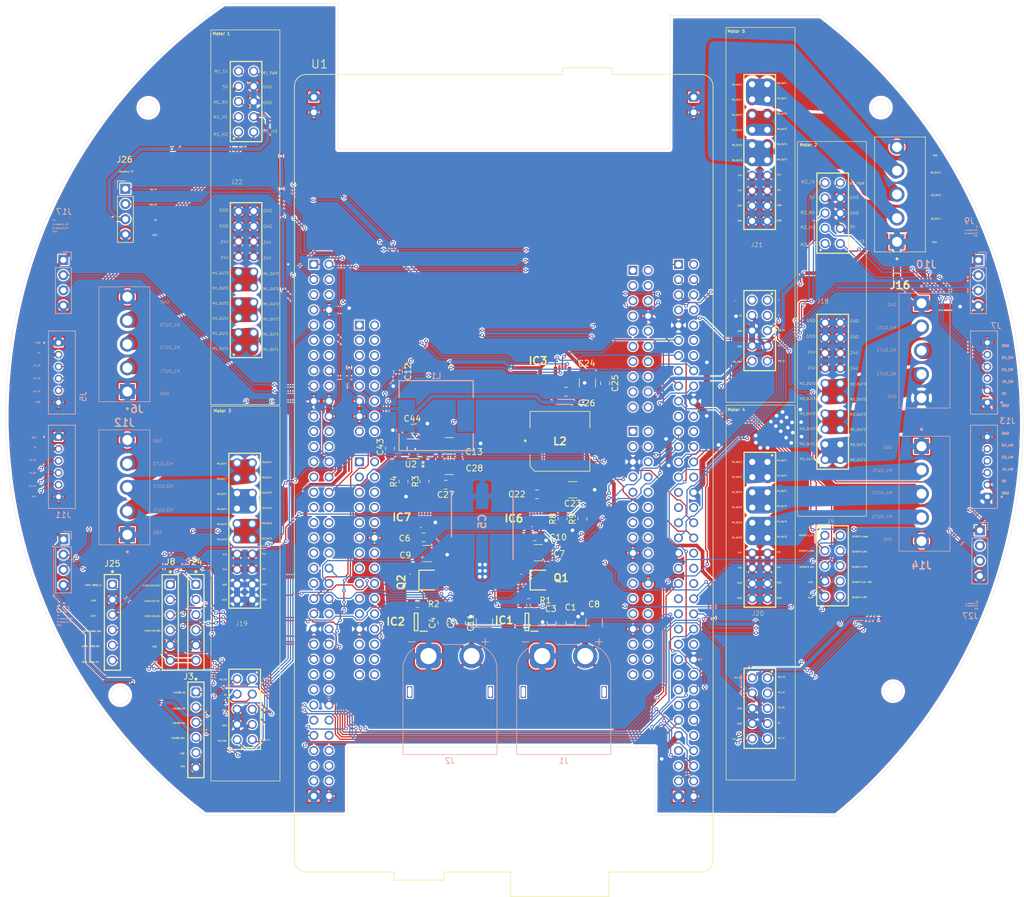
<source format=kicad_pcb>
(kicad_pcb (version 20240108) (generator "pcbnew") (generator_version "8.0")
  (title_block (date "2024-10-18"))
  (layers (0 "F.Cu" signal) (31 "B.Cu" signal) (34 "B.Paste" user) (35 "F.Paste" user) (36 "B.SilkS" user "B.Silkscreen") (37 "F.SilkS" user "F.Silkscreen") (38 "B.Mask" user) (39 "F.Mask" user) (44 "Edge.Cuts" user))
  (net 0 "")
  (net 1 "GND")
  (net 2 "/24V_2")
  (net 3 "/24V_1")
  (net 4 "Net-(IC1-VCAP)")
  (net 5 "/SEN0374_PS2")
  (net 6 "Net-(IC2-VCAP)")
  (net 7 "/SEN0374_SDA")
  (net 8 "/SEN0374_SCL")
  (net 9 "/SEN0374_BL-IND")
  (net 10 "/SEN0374_Boot")
  (net 12 "/SEN0374_INT")
  (net 13 "VDD_IO")
  (net 14 "Net-(IC7-SW)")
  (net 15 "Net-(IC7-BST)")
  (net 16 "/SEN0374_PS1")
  (net 17 "/SEN0374_RST")
  (net 18 "/VL53L4CD_SDA")
  (net 19 "/VL53L4CD_INT")
  (net 20 "/VL53L4CD_SHUT")
  (net 21 "/VL53L4CD_SCL")
  (net 22 "/ADPS-9960_SDA")
  (net 23 "/ADPS-9960_SCL")
  (net 24 "/VL6180_SDA")
  (net 25 "/ADPS-9960_VL")
  (net 26 "/ADPS-9960_INT")
  (net 27 "/VL6180_SCL")
  (net 28 "WSENS_SCL")
  (net 29 "WSENS_CS")
  (net 30 "WSENS_SAO")
  (net 31 "WSENS_SDA")
  (net 35 "Net-(IC1-GATE)")
  (net 37 "Net-(IC2-GATE)")
  (net 38 "24V")
  (net 39 "3.3V")
  (net 40 "/M1_OUT1")
  (net 41 "/M1_OUT2")
  (net 42 "/M1_OUT3")
  (net 43 "/M1_RX")
  (net 44 "/M1_H3")
  (net 45 "/M1_PWM")
  (net 46 "/M1_TX")
  (net 47 "/M1_H1")
  (net 48 "/M1_H2")
  (net 49 "/M2_H3")
  (net 50 "/M2_H2")
  (net 51 "/M2_H1")
  (net 52 "/M2_OUT2")
  (net 53 "/M2_OUT3")
  (net 54 "/M2_OUT1")
  (net 55 "/M3_OUT3")
  (net 56 "/M3_OUT2")
  (net 57 "/M4_H2")
  (net 58 "/M4_H3")
  (net 59 "/M4_H1")
  (net 60 "/M4_OUT3")
  (net 61 "/M4_OUT1")
  (net 62 "/M4_OUT2")
  (net 63 "/M5_OUT3")
  (net 64 "/M5_OUT1")
  (net 65 "/M5_OUT2")
  (net 66 "/M2_PWM")
  (net 67 "/M2_RX")
  (net 68 "/M2_TX")
  (net 69 "/M3_TX")
  (net 70 "/M3_RX")
  (net 71 "/M3_H3")
  (net 72 "/M3_PWM")
  (net 73 "/M3_H1")
  (net 74 "/M3_OUT1")
  (net 75 "/M3_H2")
  (net 76 "/M4_RX")
  (net 77 "/M4_TX")
  (net 78 "/M4_PWM")
  (net 79 "/M5_TX")
  (net 80 "/M5_PWM")
  (net 81 "/M5_RX")
  (net 82 "/Rpi_RX")
  (net 83 "/Rpi_TX")
  (net 84 "/VL6180_IO0")
  (net 85 "/VL6180_IO1")
  (net 86 "/M4_Encoder_A")
  (net 87 "/M4_Encoder_B")
  (net 88 "/M2_Encoder_A")
  (net 89 "/M2_Encoder_B")
  (net 90 "/M1_Encoder_A")
  (net 91 "/M1_Encoder_B")
  (net 92 "/M3_Encoder_A")
  (net 93 "/M3_Encoder_B")
  (net 104 "Net-(IC7-FB)")
  (net 106 "Net-(Q1-G)")
  (net 107 "Net-(Q2-G)")
  (net 112 "5V")
  (net 113 "Net-(IC6-BST)")
  (net 114 "Net-(IC6-SW)")
  (net 115 "2.8V")
  (net 119 "Net-(IC6-FB)")
  (net 144 "/VL53L4CD2_SHUT")
  (net 183 "/VL53L4CD2_SDA")
  (net 191 "/VL53L4CD2_INT")
  (net 216 "/VL53L4CD2_SCL")
  (net 223 "RF_SCK")
  (net 230 "RF_CS")
  (net 266 "RF_MISO")
  (net 271 "RF_MOSI")
  (footprint "Capacitor_SMD:C_1210_3225Metric_Pad1.33x2.70mm_HandSolder" (layer "F.Cu") (at 196.46 139.84 180)
    (property "Reference" "C23")
    (property "Value" "47uF")
  )
  (footprint "Capacitor_SMD:C_1210_3225Metric_Pad1.33x2.70mm_HandSolder" (layer "F.Cu") (at 175.7975 132.49)
    (property "Reference" "C13")
    (property "Value" "10uF")
  )
  (footprint "61301021821:61301021821" (layer "F.Cu") (at 239.87 152.548 -90)
    (property "Reference" "J4")
    (property "Value" "~" (hide yes))
  )
  (footprint "Resistor_SMD:R_0805_2012Metric_Pad1.20x1.40mm_HandSolder" (layer "F.Cu") (at 168.16 138.44 90)
    (property "Reference" "R4")
    (property "Value" "10kOhm")
  )
  (footprint "B5P-VH-LF-SN:B5P-VH_LF__SN_" (layer "F.Cu") (at 250.65 98.39 90)
    (property "Reference" "J16")
    (property "Value" "B5P-VH_LF__SN_" (hide yes))
  )
  (footprint "Resistor_SMD:R_0805_2012Metric_Pad1.20x1.40mm_HandSolder" (layer "F.Cu") (at 189.05 158.78 180)
    (property "Reference" "R1")
    (property "Value" "10")
  )
  (footprint "Capacitor_SMD:C_0805_2012Metric_Pad1.18x1.45mm_HandSolder" (layer "F.Cu") (at 171.51 147.79)
    (property "Reference" "C6")
    (property "Value" "0.1uF")
  )
  (footprint "Capacitor_SMD:C_0805_2012Metric_Pad1.18x1.45mm_HandSolder" (layer "F.Cu") (at 177.76 162.085 90)
    (property "Reference" "C2")
    (property "Value" "0.1uF")
  )
  (footprint "Resistor_SMD:R_0805_2012Metric_Pad1.20x1.40mm_HandSolder" (layer "F.Cu") (at 170.49 158.78 180)
    (property "Reference" "R2")
    (property "Value" "10")
  )
  (footprint "B-G431B-ESC1:ESC_Adapter_socket" (layer "F.Cu") (at 227.73 141.25)
    (property "Reference" "J20")
    (property "Value" "~")
  )
  (footprint "Resistor_SMD:R_0805_2012Metric_Pad1.20x1.40mm_HandSolder" (layer "F.Cu") (at 171.66 138.44 90)
    (property "Reference" "R3")
    (property "Value" "52.3kOhm")
  )
  (footprint "Capacitor_SMD:C_0805_2012Metric_Pad1.18x1.45mm_HandSolder" (layer "F.Cu") (at 196.08 162.085 90)
    (property "Reference" "C1")
    (property "Value" "0.1uF")
  )
  (footprint "Capacitor_SMD:C_0805_2012Metric_Pad1.18x1.45mm_HandSolder" (layer "F.Cu") (at 190.0825 147.61)
    (property "Reference" "C10")
    (property "Value" "0.1uF")
  )
  (footprint "B-G431B-ESC1:ESC_Adapter_socket" (layer "F.Cu") (at 141.845 110.065 180)
    (property "Reference" "J22")
    (property "Value" "~")
  )
  (footprint "Power Inductors - SMD WE-PD 5.6uH 6A:7447714220" (layer "F.Cu") (at 194.31 131.74)
    (property "Reference" "L2")
    (property "Value" "5.6uH" (hide yes))
  )
  (footprint "Capacitor_SMD:C_0805_2012Metric_Pad1.18x1.45mm_HandSolder" (layer "F.Cu") (at 195.325 123.45)
    (property "Reference" "C26")
    (property "Value" "0.1uF")
  )
  (footprint "Capacitor_SMD:C_0805_2012Metric_Pad1.18x1.45mm_HandSolder" (layer "F.Cu") (at 165.9 132.9375 90)
    (property "Reference" "C43")
    (property "Value" "4.7uF")
  )
  (footprint "B-G431B-ESC1:ESC_Adapter_socket" (layer "F.Cu") (at 141.61 141.41)
    (property "Reference" "J19")
    (property "Value" "~")
  )
  (footprint "Capacitor_SMD:C_0805_2012Metric_Pad1.18x1.45mm_HandSolder" (layer "F.Cu") (at 167.23 120.12 -90)
    (property "Reference" "C12")
    (property "Value" "0.1uF")
  )
  (footprint "Capacitor_SMD:C_1210_3225Metric_Pad1.33x2.70mm_HandSolder" (layer "F.Cu") (at 198.9 121.975 -90)
    (property "Reference" "C24")
    (property "Value" "10uF")
  )
  (footprint "Capacitor_SMD:C_0805_2012Metric_Pad1.18x1.45mm_HandSolder" (layer "F.Cu") (at 174.67 162.085 90)
    (property "Reference" "C4")
    (property "Value" "0.1uF")
  )
  (footprint "Socket_header_6_pins_single_straight:61300611821" (layer "F.Cu") (at 133.46 179.9775 -90)
    (property "Reference" "J3")
    (property "Value" "Conn_01x06_Pin")
  )
  (footprint "WSEN-ISDS:2536030320001" (layer "F.Cu") (at 194.725 120.212)
    (property "Reference" "IC3")
    (property "Value" "2536030320001" (hide yes))
  )
  (footprint "Capacitor_SMD:C_0805_2012Metric_Pad1.18x1.45mm_HandSolder" (layer "F.Cu") (at 190.4725 140.59 180)
    (property "Reference" "C22")
    (property "Value" "0.1uF")
  )
  (footprint "Capacitor_SMD:C_1210_3225Metric_Pad1.33x2.70mm_HandSolder" (layer "F.Cu") (at 172.0975 150.5)
    (property "Reference" "C9")
    (property "Value" "10uF")
  )
  (footprint "PSMN6R740MLDX:PSMN6R740MLDX" (layer "F.Cu") (at 190.288 154.935 -90)
    (property "Reference" "Q1")
    (property "Value" "PSMN6R7-40MLDX" (hide yes))
  )
  (footprint "B-G431B-ESC1:ESC_Adapter_socket" (layer "F.Cu") (at 239.9 128.72 180)
    (property "Reference" "J18")
    (property "Value" "~")
  )
  (footprint "Capacitor_SMD:C_1210_3225Metric_Pad1.33x2.70mm_HandSolder" (layer "F.Cu") (at 190.69 150.36)
    (property "Reference" "C7")
    (property "Value" "10uF")
  )
  (footprint "Capacitor_SMD:C_1210_3225Metric_Pad1.33x2.70mm_HandSolder" (layer "F.Cu") (at 181.69 162.085 90)
    (property "Reference" "C11")
    (property "Value" "10uF")
  )
  (footprint "Socket_header_6_pins_single_straight:61300611821" (layer "F.Cu") (at 133.46 161.99 -90)
    (property "Reference" "J24")
    (property "Value" "Conn_01x06_Pin")
  )
  (footprint "Capacitor_SMD:C_1210_3225Metric_Pad1.33x2.70mm_HandSolder" (layer "F.Cu") (at 175.8175 135.94)
    (property "Reference" "C28")
    (property "Value" "47uF")
  )
  (footprint "Socket_header_6_pins_single_straight:61300611821" (layer "F.Cu") (at 119.5 162 -90)
    (property "Reference" "J25")
    (property "Value" "Conn_01x06_Pin")
  )
  (footprint "Capacitor_SMD:C_0805_2012Metric_Pad1.18x1.45mm_HandSolder" (layer "F.Cu") (at 175.2175 138.99 180)
    (property "Reference" "C27")
    (property "Value" "0.1uF")
  )
  (footprint "Capacitor_SMD:C_0805_2012Metric_Pad1.18x1.45mm_HandSolder" (layer "F.Cu") (at 201.85 122.025 -90)
    (property "Reference" "C25")
    (property "Value" "0.1uF")
  )
  (footprint "Capacitor_SMD:C_0805_2012Metric_Pad1.18x1.45mm_HandSolder" (layer "F.Cu") (at 169.6375 129.625)
    (property "Reference" "C44")
    (property "Value" "0.1uF")
  )
  (footprint "ADP121-AUJZ28R7:UJ-5_ADI" (layer "F.Cu") (at 169.7852 132.99 180)
    (property "Reference" "U2")
    (property "Value" "ADP121-AUJZ28R7")
  )
  (footprint "Connector_PinHeader_2.54mm:PinHeader_1x04_P2.54mm_Vertical" (layer "F.Cu") (at 121.67 89.53)
    (property "Reference" "J26")
    (property "Value" "Conn_01x04_Pin")
  )
  (footprint "TPS563300DRLR:TPS62932DRLR" (layer "F.Cu") (at 190.2775 144.39 90)
    (property "Reference" "IC6")
    (property "Value" "TPS563300DRLR" (hide yes))
  )
  (footprint "LM74500QDDFRQ1:SOT65P280X110-8N" (layer "F.Cu") (at 188.79 161.93 180)
    (property "Reference" "IC1")
    (property "Value" "LM74500QDDFRQ1" (hide yes))
  )
  (footprint "Socket_header_6_pins_single_straight:61300611821" (layer "F.Cu") (at 129.1667 162.018 -90)
    (property "Reference" "J8")
    (property "Value" "Conn_01x06_Pin")
  )
  (footprint "NUCLEOH723ZG:MODULE_NUCLEOH723ZG" (layer "F.Cu") (at 184.9183 137.08)
    (property "Reference" "U1")
    (property "Value" "NUCLEOH723ZG")
  )
  (footprint "Capacitor_SMD:C_1210_3225Metric_Pad1.33x2.70mm_HandSolder" (layer "F.Cu") (at 200.03 162.085 90)
    (property "Reference" "C8")
    (property "Value" "10uF")
  )
  (footprint "Resistor_SMD:R_0805_2012Metric_Pad1.20x1.40mm_HandSolder" (layer "F.Cu") (at 194.76 144.69 90)
    (property "Reference" "R8")
    (property "Value" "30.9kOhm")
  )
  (footprint "Resistor_SMD:R_0805_2012Metric_Pad1.20x1.40mm_HandSolder" (layer "F.Cu") (at 198.06 144.69 90)
    (property "Reference" "R9")
    (property "Value" "10kOhm")
  )
  (footprint "B-G431B-ESC1:ESC_Adapter_socket" (layer "F.Cu") (at 227.7 78.11)
    (property "Reference" "J21")
    (property "Value" "~")
  )
  (footprint "PSMN6R740MLDX:PSMN6R740MLDX" (layer "F.Cu") (at 171.693 154.935 -90)
    (property "Reference" "Q2")
    (property "Value" "PSMN6R7-40MLDX" (hide yes))
  )
  (footprint "LM74500QDDFRQ1:SOT65P280X110-8N" (layer "F.Cu") (at 170.27 161.93 180)
    (property "Reference" "IC2")
    (property "Value" "LM74500QDDFRQ1" (hide yes))
  )
  (footprint "TPS563300DRLR:TPS62932DRLR" (layer "F.Cu") (at 171.71 144.55 90)
    (property "Reference" "IC7")
    (property "Value" "TPS563300DRLR" (hide yes))
  )
  (footprint "Capacitor_SMD:C_0805_2012Metric_Pad1.18x1.45mm_HandSolder" (layer "F.Cu") (at 192.92 162.085 90)
    (property "Reference" "C3")
    (property "Value" "0.1uF")
  )
  (footprint "B5P-VH-LF-SN:B5P-VH_LF__SN_" (layer "B.Cu") (at 254.75 132.58 -90)
    (property "Reference" "J14")
    (property "Value" "B5P-VH_LF__SN_" (hide yes))
  )
  (footprint "B6B-PH-K-S:JST_B6B-PH-K-S" (layer "B.Cu") (at 111.05 120.25 90)
    (property "Reference" "J5")
    (property "Value" "B6B-PH-K-S")
  )
  (footprint "Connector_AMASS:AMASS_XT60PW-M_1x02_P7.20mm_Horizontal" (layer "B.Cu") (at 191.34 167.64)
    (property "Reference" "J1")
    (property "Value" "XT60PW-M")
  )
  (footprint "Connector_PinHeader_2.54mm:PinHeader_1x04_P2.54mm_Vertical" (layer "B.Cu") (at 264.5 146.63 180)
    (property "Reference" "J27")
    (property "Value" "Conn_01x04_Pin")
  )
  (footprint "B5P-VH-LF-SN:B5P-VH_LF__SN_" (layer "B.Cu") (at 122 147.35 90)
    (property "Reference" "J12")
    (property "Value" "B5P-VH_LF__SN_" (hide yes))
  )
  (footprint "Connector_AMASS:AMASS_XT60PW-M_1x02_P7.20mm_Horizontal" (layer "B.Cu") (at 172.33 167.64)
    (property "Reference" "J2")
    (property "Value" "XT60PW-M")
  )
  (footprint "Connector_PinHeader_2.54mm:PinHeader_1x04_P2.54mm_Vertical" (layer "B.Cu") (at 111.3 101.42 180)
    (property "Reference" "J17")
    (property "Value" "Conn_01x04_Pin")
  )
  (footprint "B6B-PH-K-S:JST_B6B-PH-K-S" (layer "B.Cu") (at 111.05 136 90)
    (property "Reference" "J11")
    (property "Value" "B6B-PH-K-S")
  )
  (footprint "Connector_PinHeader_2.54mm:PinHeader_1x04_P2.54mm_Vertical" (layer "B.Cu") (at 111.31 148.13 180)
    (property "Reference" "J23")
    (property "Value" "Conn_01x04_Pin")
  )
  (footprint "B6B-PH-K-S:JST_B6B-PH-K-S" (layer "B.Cu") (at 265.2 136 -90)
    (property "Reference" "J13")
    (property "Value" "B6B-PH-K-S")
  )
  (footprint "WCAP-ASLI Aluminum Electrolytic Capacitors:CAPAE1030X1050N" (layer "B.Cu") (at 181.32 145.14 90)
    (property "Reference" "C5")
    (property "Value" "220uF" (hide yes))
  )
  (footprint "B5P-VH-LF-SN:B5P-VH_LF__SN_" (layer "B.Cu") (at 254.75 108.66 -90)
    (property "Reference" "J10")
    (property "Value" "B5P-VH_LF__SN_" (hide yes))
  )
  (footprint "B6B-PH-K-S:JST_B6B-PH-K-S" (layer "B.Cu") (at 265.2 120.25 -90)
    (property "Reference" "J7")
    (property "Value" "B6B-PH-K-S")
  )
  (footprint "WE-HCC SMT High Current Cube Inductor:WE-HCC_1210" (layer "B.Cu") (at 173.61 127.44 180)
    (property "Reference" "L1")
    (property "Value" "8.2uH")
  )
  (footprint "Connector_PinHeader_2.54mm:PinHeader_1x04_P2.54mm_Vertical" (layer "B.Cu") (at 264.25 101.45 180)
    (property "Reference" "J9")
    (property "Value" "Conn_01x04_Pin")
  )
  (footprint "B5P-VH-LF-SN:B5P-VH_LF__SN_" (layer "B.Cu") (at 122 123.43 90)
    (property "Reference" "J6")
    (property "Value" "B5P-VH_LF__SN_" (hide yes))
  )
  (gr_line (start 212.75 60.55) (end 237.91 60.55) (stroke (width 0.05)) (layer "Edge.Cuts"))
  (gr_line (start 157.26 58.54) (end 157.23 82.89) (stroke (width 0.05)) (layer "Edge.Cuts"))
  (gr_arc (start 132.241578 192.126659) (mid 101.742779 123.864628) (end 138.11 58.540001) (stroke (width 0.05)) (layer "Edge.Cuts"))
  (gr_line (start 158.84 182.87) (end 210.16 182.87) (stroke (width 0.05)) (layer "Edge.Cuts"))
  (gr_circle (center 250 173.5) (end 251.5 173.5) (stroke (width 0.05)) (fill none) (layer "Edge.Cuts"))
  (gr_line (start 157.23 82.89) (end 212.62 82.89) (stroke (width 0.05)) (layer "Edge.Cuts"))
  (gr_line (start 210.1 194.26) (end 240.491643 194.396228) (stroke (width 0.05)) (layer "Edge.Cuts"))
  (gr_line (start 150.79 58.54) (end 157.26 58.54) (stroke (width 0.05)) (layer "Edge.Cuts"))
  (gr_line (start 158.84 192.44) (end 158.84 182.87) (stroke (width 0.05)) (layer "Edge.Cuts"))
  (gr_arc (start 237.91 60.55) (mid 271.675001 126.846748) (end 240.491643 194.396228) (stroke (width 0.05)) (layer "Edge.Cuts"))
  (gr_circle (center 247.96 75.96) (end 249.46 75.96) (stroke (width 0.05)) (fill none) (layer "Edge.Cuts"))
  (gr_circle (center 120.8 174.17) (end 122.3 174.17) (stroke (width 0.05)) (fill none) (layer "Edge.Cuts"))
  (gr_line (start 210.16 182.87) (end 210.1 194.26) (stroke (width 0.05)) (layer "Edge.Cuts"))
  (gr_line (start 158.84 192.44) (end 158.84 194.25) (stroke (width 0.05)) (layer "Edge.Cuts"))
  (gr_circle (center 125.5 76) (end 127 76) (stroke (width 0.05)) (fill none) (layer "Edge.Cuts"))
  (gr_line (start 158.84 194.25) (end 134.92 194.24) (stroke (width 0.05)) (layer "Edge.Cuts"))
  (gr_line (start 212.62 82.89) (end 212.75 60.55) (stroke (width 0.05)) (layer "Edge.Cuts"))
  (gr_line (start 132.241578 192.126659) (end 134.92 194.24) (stroke (width 0.05)) (layer "Edge.Cuts"))
  (gr_line (start 138.11 58.54) (end 150.79 58.54) (stroke (width 0.05)) (layer "Edge.Cuts"))
  (gr_text "GND" (at 249.9 133.07 0) (layer "B.SilkS") (effects (font (size 0.5 0.5) (thickness 0.05)) (justify left bottom mirror)))
  (gr_text "M2_OUT1" (at 250.62 113.04 0) (layer "B.SilkS") (effects (font (size 0.5 0.5) (thickness 0.05)) (justify left bottom mirror)))
  (gr_text "M2_Encoder_A" (at 264.16 96.56 0) (layer "B.SilkS") (effects (font (size 0.2 0.2) (thickness 0.05)) (justify left bottom mirror)))
  (gr_text "5V\n" (at 106.81 132.91 0) (layer "B.SilkS") (effects (font (size 0.25 0.25) (thickness 0.05) (bold yes)) (justify left bottom mirror)))
  (gr_text "5V" (at 268.943808 138.6405 -0) (layer "B.SilkS") (effects (font (size 0.4 0.4) (thickness 0.1)) (justify left bottom mirror)))
  (gr_text "M2_H1" (at 270.162856 122 -0) (layer "B.SilkS") (effects (font (size 0.4 0.4) (thickness 0.1)) (justify left bottom mirror)))
  (gr_text "M4_Encoder_A" (at 264.25 158.96 0) (layer "B.SilkS") (effects (font (size 0.2 0.2) (thickness 0.05)) (justify left bottom mirror)))
  (gr_text "M4_H3" (at 270.162856 132.6405 -0) (layer "B.SilkS") (effects (font (size 0.4 0.4) (thickness 0.1)) (justify left bottom mirror)))
  (gr_text "5V" (at 109.970476 94.92 0) (layer "B.SilkS") (effects (font (size 0.25 0.25) (thickness 0.05) (bold yes)) (justify left bottom mirror)))
  (gr_text "M2_OUT2\n" (at 250.62 116.78 0) (layer "B.SilkS") (effects (font (size 0.5 0.5) (thickness 0.05)) (justify left bottom mirror)))
  (gr_text "GND" (at 264.16 97.51 -0) (layer "B.SilkS") (effects (font (size 0.2 0.2) (thickness 0.05)) (justify left bottom mirror)))
  (gr_text "M3_H1\n" (at 106.81 135.02 0) (layer "B.SilkS") (effects (font (size 0.25 0.25) (thickness 0.05) (bold yes)) (justify left bottom mirror)))
  (gr_text "M4_Encoder_B" (at 264.25 159.35 0) (layer "B.SilkS") (effects (font (size 0.2 0.2) (thickness 0.05) (bold yes)) (justify left bottom mirror)))
  (gr_text "GND" (at 264.25 159.82 -0) (layer "B.SilkS") (effects (font (size 0.2 0.2) (thickness 0.05)) (justify left bottom mirror)))
  (gr_text "5V" (at 264.16 95.95 -0) (layer "B.SilkS") (effects (font (size 0.2 0.2) (thickness 0.05)) (justify left bottom mirror)))
  (gr_text "GND" (at 106.81 131.23 -0) (layer "B.SilkS") (effects (font (size 0.25 0.25) (thickness 0.05) (bold yes)) (justify left bottom mirror)))
  (gr_text "GND\n" (at 269.439047 126 -0) (layer "B.SilkS") (effects (font (size 0.4 0.4) (thickness 0.1)) (justify left bottom mirror)))
  (gr_text "5V" (at 268.943808 124 -0) (layer "B.SilkS") (effects (font (size 0.4 0.4) (thickness 0.1)) (justify left bottom mirror)))
  (gr_text "GND" (at 269.439047 116 -0) (layer "B.SilkS") (effects (font (size 0.4 0.4) (thickness 0.1)) (justify left bottom mirror)))
  (gr_text "M2_OUT3\n" (at 250.62 120.76 0) (layer "B.SilkS") (effects (font (size 0.5 0.5) (thickness 0.05)) (justify left bottom mirror)))
  (gr_text "M3_H2" (at 106.81 137.17 0) (layer "B.SilkS") (effects (font (size 0.25 0.25) (thickness 0.05) (bold yes)) (justify left bottom mirror)))
  (gr_text "M1_Encoder_B" (at 112.16095 96.24 0) (layer "B.SilkS") (effects (font (size 0.25 0.25) (thickness 0.05) (bold yes)) (justify left bottom mirror)))
  (gr_text "GND" (at 111.029524 162.61 0) (layer "B.SilkS") (effects (font (size 0.25 0.25) (thickness 0.05) (bold yes)) (justify left bottom mirror)))
  (gr_text "GND" (at 106.81 141.11 0) (layer "B.SilkS") (effects (font (size 0.25 0.25) (thickness 0.05) (bold yes)) (justify left bottom mirror)))
  (gr_text "5V" (at 110.72 160.96 0) (layer "B.SilkS") (effects (font (size 0.25 0.25) (thickness 0.05) (bold yes)) (justify left bottom mirror)))
  (gr_text "GND" (at 107.49 115.42 -0) (layer "B.SilkS") (effects (font (size 0.25 0.25) (thickness 0.05) (bold yes)) (justify left bottom mirror)))
  (gr_text "GND" (at 127.840477 131.96 0) (layer "B.SilkS") (effects (font (size 0.5 0.5) (thickness 0.05)) (justify left bottom mirror)))
  (gr_text "M1_H2" (at 107.49 121.36 0) (layer "B.SilkS") (effects (font (size 0.25 0.25) (thickness 0.05) (bold yes)) (justify left bottom mirror)))
  (gr_text "5V\n" (at 107.49 117.1 0) (layer "B.SilkS") (effects (font (size 0.25 0.25) (thickness 0.05) (bold yes)) (justify left bottom mirror)))
  (gr_text "M1_OUT3" (at 130.85 112.59 0) (layer "B.SilkS") (effects (font (size 0.5 0.5) (thickness 0.05)) (justify left bottom mirror)))
  (gr_text "GND" (at 269.439047 130.6405 -0) (layer "B.SilkS") (effects (font (size 0.4 0.4) (thickness 0.1)) (justify left bottom mirror)))
  (gr_text "M4_OUT1" (at 249.9 136.9 0) (layer "B.SilkS") (effects (font (size 0.5 0.5) (thickness 0.05)) (justify left bottom mirror)))
  (gr_text "M1_H1\n" (at 107.49 119.21 0) (layer "B.SilkS") (effects (font (size 0.25 0.25) (thickness 0.05) (bold yes)) (justify left bottom mirror)))
  (gr_text "M1_Encoder_A" (at 112.125236 95.6 0) (layer "B.SilkS") (effects (font (size 0.25 0.25) (thickness 0.05) (bold yes)) (justify left bottom mirror)))
  (gr_text "M4_H2" (at 270.162856 134.6405 -0) (layer "B.SilkS") (effects (font (size 0.4 0.4) (thickness 0.1)) (justify left bottom mirror)))
  (gr_text "5V" (at 264.25 158.61 -0) (layer "B.SilkS") (effects (font (size 0.2 0.2) (thickness 0.05)) (justify left bottom mirror)))
  (gr_text "M4_OUT3\n" (at 249.9 144.62 0) (layer "B.SilkS") (effects (font (size 0.5 0.5) (thickness 0.05)) (justify left bottom mirror)))
  (gr_text "M3_H3" (at 106.81 139.33 0) (layer "B.SilkS") (effects (font (size 0.25 0.25) (thickness 0.05) (bold yes)) (justify left bottom mirror)))
  (gr_text "GND\n" (at 269.439047 140.6405 -0) (layer "B.SilkS") (effects (font (size 0.4 0.4) (thickness 0.1)) (justify left bottom mirror)))
  (gr_text "GND" (at 107.49 125.3 0) (layer "B.SilkS") (effects (font (size 0.25 0.25) (thickness 0.05) (bold yes)) (justify left bottom mirror)))
  (gr_text "GND" (at 129.040477 124.07 0) (layer "B.SilkS") (effects (font (size 0.5 0.5) (thickness 0.05)) (justify left bottom mirror)))
  (gr_text "M4_OUT2\n" (at 249.9 140.64 0) (layer "B.SilkS") (effects (font (size 0.5 0.5) (thickness 0.05)) (justify left bottom mirror)))
  (gr_text "M3_Encoder_B" (at 112.910474 162.07 0) (layer "B.SilkS") (effects (font (size 0.25 0.25) (thickness 0.05) (bold yes)) (justify left bottom mirror)))
  (gr_text "M1_H3" (at 107.49 123.52 0) (layer "B.SilkS") (effects (font (size 0.25 0.25) (thickness 0.05) (bold yes)) (justify left bottom mirror)))
  (gr_text "GND" (at 129.040477 108.76 0) (layer "B.SilkS") (effects (font (size 0.5 0.5) (thickness 0.05)) (justify left bottom mirror)))
  (gr_text "M4_H1" (at 270.162856 136.6405 -0) (layer "B.SilkS") (effects (font (size 0.4 0.4) (thickness 0.1)) (justify left bottom mirror)))
  (gr_text "M3_OUT2\n" (at 129.65 139.53 0) (layer "B.SilkS") (effects (font (size 0.5 0.5) (thickness 0.05)) (justify left bottom mirror)))
  (gr_text "M2_H2" (at 270.162856 120 -0) (layer "B.SilkS") (effects (font (size 0.4 0.4) (thickness 0.1)) (justify left bottom mirror)))
  (gr_text "M3_OUT1\n" (at 129.65 143.51 0) (layer "B.SilkS") (effects (font (size 0.5 0.5) (thickness 0.05)) (justify left bottom mirror)))
  (gr_text "M2_Encoder_B" (at 264.16 97.09 0) (layer "B.SilkS") (effects (font (size 0.2 0.2) (thickness 0.05)) (justify left bottom mirror)))
  (gr_text "M1_OUT2\n" (at 130.85 116.33 0) (layer "B.SilkS") (effects (font (size 0.5 0.5) (thickness 0.05)) (justify left bottom mirror)))
  (gr_text "GND" (at 110.28 96.81 0) (layer "B.SilkS") (effects (font (size 0.25 0.25) (thickness 0.05) (bold yes)) (justify left bottom mirror)))
  (gr_text "M1_OUT1\n" (at 130.85 120.31 0) (layer "B.SilkS") (effects (font (size 0.5 0.5) (thickness 0.05)) (justify left bottom mirror)))
  (gr_text "GND" (at 250.62 124.52 0) (layer "B.SilkS") (effects (font (size 0.5 0.5) (thickness 0.05)) (justify left bottom mirror)))
  (gr_text "M2_H3" (at 270.162856 118 -0) (layer "B.SilkS") (effects (font (size 0.4 0.4) (thickness 0.1)) (justify left bottom mirror)))
  (gr_text "GND" (at 249.9 148.38 0) (layer "B.SilkS") (effects (font (size 0.5 0.5) (thickness 0.05)) (justify left bottom mirror)))
  (gr_text "GND" (at 250.62 109.21 0) (layer "B.SilkS") (effects (font (size 0.5 0.5) (thickness 0.05)) (justify left bottom mirror)))
  (gr_text "M3_OUT3" (at 129.65 135.79 0) (layer "B.SilkS") (effects (font (size 0.5 0.5) (thickness 0.05)) (justify left bottom mirror)))
  (gr_text "M3_Encoder_A" (at 112.87476 161.52 0) (layer "B.SilkS") (effects (font (size 0.25 0.25) (thickness 0.05) (bold yes)) (justify left bottom mirror)))
  (gr_text "GND" (at 127.840477 147.27 0) (layer "B.SilkS") (effects (font (size 0.5 0.5) (thickness 0.05)) (justify left bottom mirror)))
  (gr_text "M3_H2" (at 144.61 171.58 0) (layer "F.SilkS") (effects (font (size 0.25 0.25) (thickness 0.05) (bold yes)) (justify left bottom)))
  (gr_text "M2_OUT1\n" (at 242.77 135.061667 0) (layer "F.SilkS") (effects (font (size 0.4 0.4) (thickness 0.05)) (justify left bottom)))
  (gr_text "M4_OUT2" (at 230.528096 140.181388 0) (layer "F.SilkS") (effects (font (size 0.25 0.25) (thickness 0.05) (bold yes)) (justify left bottom)))
  (gr_text "Motor 5" (at 222.24 63.48 0) (layer "F.SilkS") (effects (font (size 0.5 0.5) (thickness 0.1) (bold yes)) (justify left bottom)))
  (gr_text "GND" (at 235.472857 114.492668 0) (layer "F.SilkS") (effects (font (size 0.5 0.5) (thickness 0.05)) (justify left bottom)))
  (gr_text "M2_OUT2\n" (at 234.31 129.884998 0) (layer "F.SilkS") (effects (font (size 0.4 0.4) (thickness 0.05)) (justify left bottom)))
  (gr_text "GND" (at 144.44 158.36 0) (layer "F.SilkS") (effects (font (size 0.25 0.25) (thickness 0.05) (bold yes)) (justify left bottom)))
  (gr_text "5V" (at 126.48 94.87 0) (layer "F.SilkS") (effects (font (size 0.25 0.25) (thickness 0.05) (bold yes)) (justify left bottom)))
  (gr_text "M1_PWM" (at 144.6 70.48 0) (layer "F.SilkS") (effects (font (size 0.5 0.4) (thickness 0.05)) (justify left bottom)))
  (gr_text "M2_H2" (at 234.46 99.174333 0) (layer "F.SilkS") (effects (font (size 0.5 0.5) (thickness 0.05)) (justify left bottom)))
  (gr_text "M2_OUT3" (at 242.77 122.416111 0) (layer "F.SilkS") (effects (font (size 0.4 0.4) (thickness 0.05)) (justify left bottom)))
  (gr_text "ADPS-9960_INT" (at 114.29 168.78 0) (layer "F.SilkS") (effects (font (size 0.25 0.25) (thickness 0.05)) (justify left bottom)))
  (gr_text "5V" (at 230.698096 178.955 0) (layer "F.SilkS") (effects (font (size 0.25 0.25) (thickness 0.05) (bold yes)) (justify left bottom)))
  (gr_text "GND" (at 137.824761 155.852216 0) (layer "F.SilkS") (effects (font (size 0.25 0.25) (thickness 0.05) (bold yes)) (justify left bottom)))
  (gr_text "Motor 3" (at 136.34 126.93 0) (layer "F.SilkS") (effects (font (size 0.5 0.5) (thickness 0.1) (bold yes)) (justify left bottom)))
  (gr_text "5V" (at 230.718096 115.885 0) (layer "F.SilkS") (effects (font (size 0.25 0.25) (thickness 0.05) (bold yes)) (justify left bottom)))
  (gr_text "M5_OUT3" (at 256.19 86.97 0) (layer "F.SilkS") (effects (font (size 0.25 0.25) (thickness 0.05)) (justify left bottom)))
  (gr_text "M2_OUT1\n" (at 234.31 132.408553 0) (layer "F.SilkS") (effects (font (size 0.4 0.4) (thickness 0.05)) (justify left bottom)))
  (gr_text "M2_OUT3" (at 234.31 122.314333 0) (layer "F.SilkS") (effects (font (size 0.4 0.4) (thickness 0.05)) (justify left bottom)))
  (gr_text "M3_H3" (at 137.37 171.69 0) (layer "F.SilkS") (effects (font (size 0.25 0.25) (thickness 0.05) (bold yes)) (justify left bottom)))
  (gr_text "GND" (at 144.6 72.8 0) (layer "F.SilkS") (effects (font (size 0.5 0.5) (thickness 0.05)) (justify left bottom)))
  (gr_text "M4_OUT1" (at 223.008096 137.860277 0) (layer "F.SilkS") (effects (font (size 0.25 0.25) (thickness 0.05) (bold yes)) (justify left bottom)))
  (gr_text "M3_RX" (at 144.61 176.695 0) (layer "F.SilkS") (effects (font (size 0.25 0.25) (thickness 0.05) (bold yes)) (justify left bottom)))
  (gr_text "GND" (at 137.82238 179.3925 0) (layer "F.SilkS") (effects (font (size 0.25 0.25) (thickness 0.05) (bold yes)) (justify left bottom)))
  (gr_text "VL6180_SCL" (at 129.47 178.98 0) (layer "F.SilkS") (effects (font (size 0.25 0.25) (thickness 0.05)) (justify left bottom)))
  (gr_text "GND" (at 230.528096 155.508052 0) (layer "F.SilkS") (effects (font (size 0.25 0.25) (thickness 0.05) (bold yes)) (justify left bottom)))
  (gr_text "M1_OUT3" (at 136.18 106.383555 0) (layer "F.SilkS") (effects (font (size 0.4 0.4) (thickness 0.05)) (justify left bottom)))
  (gr_text "24V" (at 137.485716 101.319445 0) (layer "F.SilkS") (effects (font (size 0.5 0.5) (thickness 0.05)) (justify left bottom)))
  (gr_text "24V" (at 235.615716 117.133223 0) (layer "F.SilkS") (effects (font (size 0.5 0.5) (thickness 0.05)) (justify left bottom)))
  (gr_text "GND" (at 256.65 84.11 0) (layer "F.SilkS") (effects (font (size 0.25 0.25) (thickness 0.05)) (justify left bottom)))
  (gr_text "VL53L4CD_SDA" (at 124.81 163.55 0) (layer "F.SilkS") (effects (font (size 0.25 0.25) (thickness 0.05)) (justify left bottom)))
  (gr_text "GND" (at 223.930476 113.4575 0) (layer "F.SilkS") (effects (font (size 0.25 0.25) (thickness 0.05) (bold yes)) (justify left bottom)))
  (gr_text "M5_OUT1" (at 256.27 94.69 0) (layer "F.SilkS") (effects (font (size 0.25 0.25) (thickness 0.05)) (justify left bottom)))
  (gr_text "VL6180_SDA" (at 129.27 181.49 0) (layer "F.SilkS") (effects (font (size 0.25 0.25) (thickness 0.05)) (justify left bottom)))
  (gr_text "M4_OUT2" (at 230.528096 142.735832 0) (layer "F.SilkS") (effects (font (size 0.25 0.25) (thickness 0.05) (bold yes)) (justify left bottom)))
  (gr_text "M1_OUT1\n" (at 144.64 114.078222 0) (layer "F.SilkS") (effects (font (size 0.4 0.4) (thickness 0.05)) (justify left bottom)))
  (gr_text "24V" (at 235.615716 119.773778 0) (layer "F.SilkS") (effects (font (size 0.5 0.5) (thickness 0.05)) (justify left bottom)))
  (gr_text "M2_OUT3" (at 242.77 124.945222 0) (layer "F.SilkS") (effects (font (size 0.4 0.4) (thickness 0.05)) (justify left bottom)))
  (gr_text "M5_TX" (at 230.718096 118.4425 0) (layer "F.SilkS") (effects (font (size 0.25 0.25) (thickness 0.05) (bold yes)) (justify left bottom)))
  (gr_text "M5_RX" (at 230.718096 113.3275 0) (layer "F.SilkS") (effects (font (size 0.25 0.25) (thickness 0.05) (bold yes)) (justify left bottom)))
  (gr_text "GND" (at 137.342857 96.038335 0) (layer "F.SilkS") (effects (font (size 0.5 0.5) (thickness 0.05)) (justify left bottom)))
  (gr_text "M1_H2" (at 136.33 80.72 0) (layer "F.SilkS") (effects (font (size 0.5 0.5) (thickness 0.05)) (justify left bottom)))
  (gr_text "M3_H1" (at 144.61 174.1375 0) (layer "F.SilkS") (effects (font (size 0.25 0.25) (thickness 0.05) (bold yes)) (justify left bottom)))
  (gr_text "M5_OUT3" (at 223.028096 82.373608 0) (layer "F.SilkS") (effects (font (size 0.25 0.25) (thickness 0.05) (bold yes)) (justify left bottom)))
  (gr_text "M2_OUT1\n" (at 242.77 132.532555 0) (layer "F.SilkS") (effects (font (size 0.4 0.4) (thickness 0.05)) (justify left bottom)))
  (gr_text "M5_OUT1" (at 230.548096 74.556944 0) (layer "F.SilkS") (effects (font (size 0.25 0.25) (thickness 0.05) (bold yes)) (justify left bottom)))
  (gr_text "M3_OUT1" (at 144.44 135.37 0) (layer "F.SilkS") (effects (font (size 0.25 0.25) (thickness 0.05) (bold yes)) (justify left bottom)))
  (gr_text "5V" (at 235.98381 91.244333 0) (layer "F.SilkS") (effects (font (size 0.5 0.5) (thickness 0.05)) (justify left bottom)))
  (gr_text "5V" (at 224.24 110.89 0) (layer "F.SilkS") (effects (font (size 0.25 0.25) (thickness 0.05) (bold yes)) (justify left bottom)))
  (gr_text "3.3V" (at 126.23 168.74 0) (layer "F.SilkS") (effects (font (size 0.25 0.25) (thickness 0.05)) (justify left bottom)))
  (gr_text "24V" (at 144.64 101.415667 0) (layer "F.SilkS") (effects (font (size 0.5 0.5) (thickness 0.05)) (justify left bottom)))
  (gr_text "M4_TX" (at 230.698096 181.5125 0) (layer "F.SilkS") (effects (font (size 0.25 0.25) (thickness 0.05) (bold yes)) (justify left bottom)))
  (gr_text "GND" (at 126.14 166.2 0) (layer "F.SilkS") (effects (font (size 0.25 0.25) (thickness 0.05)) (justify left bottom)))
  (gr_text "GND" (at 230.548096 92.438052 0) (layer "F.SilkS") (effects (font (size 0.25 0.25) (thickness 0.05) (bold yes)) (justify left bottom)))
  (gr_text "SEN0374_SDA" (at 234.22 150.2 0) (layer "F.SilkS") (effects (font (size 0.25 0.25) (thickness 0.05)) (justify left bottom)))
  (gr_text "M3_OUT1" (at 144.44 137.924444 0) (layer "F.SilkS") (effects (font (size 0.25 0.25) (thickness 0.05) (bold yes)) (justify left bottom)))
  (gr_text "M1_OUT1\n" (at 136.18 113.95422 0) (layer "F.SilkS") (effects (font (size 0.4 0.4) (thickness 0.05)) (justify left bottom)))
  (gr_text "M1_H1" (at 136.33 77.82 0) (layer "F.SilkS") (effects (font (size 0.5 0.5) (thickness 0.05)) (justify left bottom)))
  (gr_text "M4_OUT1" (at 223.008096 135.3325 0) (layer "F.SilkS") (effects (font (size 0.25 0.25) (thickness 0.05) (bold yes)) (justify left bottom)))
  (gr_text "24V" (at 242.77 117.223889 0) (layer "F.SilkS") (effects (font (size 0.5 0.5) (thickness 0.05)) (justify left bottom)))
  (gr_text "M4_OUT3" (at 223.008096 147.971385 0) (layer "F.SilkS") (effects (font (size 0.25 0.25) (thickness 0.05) (bold yes)) (justify left bottom)))
  (gr_text "M2_RX" (at 234.48381 93.804333 0) (layer "F.SilkS") (effects (font (size 0.5 0.5) (thickness 0.05)) (justify left bottom)))
  (gr_text "M4_OUT3" (at 223.008096 145.443608 0) (layer "F.SilkS") (effects (font (size 0.25 0.25) (thickness 0.05) (bold yes)) (justify left bottom)))
  (gr_text "M5_OUT2" (at 223.028096 79.845831 0) (layer "F.SilkS") (effects (font (size 0.25 0.25) (thickness 0.05) (bold yes)) (justify left bottom)))
  (gr_text "GND" (at 230.548096 94.9925 0) (layer "F.SilkS") (effects (font (size 0.25 0.25) (thickness 0.05) (bold yes)) (justify left bottom)))
  (gr_text "24V" (at 230.528096 152.953608 0) (layer "F.SilkS") (effects (font (size 0.25 0.25) (thickness 0.05) (bold yes)) (justify left bottom)))
  (gr_text "M4_OUT3" (at 230.528096 147.84472 0) (layer "F.SilkS") (effects (font (size 0.25 0.25) (thickness 0.05) (bold yes)) (justify left bottom)))
  (gr_text "2.8V" (at 130.77 184.07 0) (layer "F.SilkS") (effects (font (size 0.25 0.25) (thickness 0.05)) (justify left bottom)))
  (gr_text "M2_PWM" (at 242.73 88.934333 0) (layer "F.SilkS") (effects (font (size 0.5 0.4) (thickness 0.05)) (justify left bottom)))
  (gr_text "M3_OUT2" (at 136.92 140.685554 0) (layer "F.SilkS") (effects (font (size 0.25 0.25) (thickness 0.05) (bold yes)) (justify left bottom)))
  (gr_text "ADPS-9960_VL" (at 114.87 155.94 0) (layer "F.SilkS") (effects (font (size 0.25 0.25) (thickness 0.05)) (justify left bottom)))
  (gr_text "M2_OUT2\n" (at 242.77 127.474333 0) (layer "F.SilkS") (effects (font (size 0.4 0.4) (thickness 0.05)) (justify left bottom)))
  (gr_text "GND" (at 130.84 186.2175 0) (layer "F.SilkS") (effects (font (size 0.25 0.25) (thickness 0.05)) (justify left bottom)))
  (gr_text "GND" (at 223.910476 179.095 0) (layer "F.SilkS") (effects (font (size 0.25 0.25) (thickness 0.05) (bold yes)) (justify left bottom)))
  (gr_text "24V" (at 224.004286 87.429162 0) (layer "F.SilkS") (effects (font (size 0.25 0.25) (thickness 0.05) (bold yes)) (justify left bottom)))
  (gr_text "Motor 2" (at 234.3 82.47 0) (layer "F.SilkS") (effects (font (size 0.5 0.5) (thickness 0.1) (bold yes)) (justify left bottom)))
  (gr_text "5V" (at 144.61 179.2525 0) (layer "F.SilkS") (effects (font (size 0.25 0.25) (thickness 0.05) (bold yes)) (justify left bottom)))
  (gr_text "Motor 4" (at 222.25 126.74 0) (layer "F.SilkS") (effects (font (size 0.5 0.5) (thickness 0.1) (bold yes)) (justify left bottom)))
  (gr_text "M2_OUT3" (at 234.31 124.837888 0) (layer "F.SilkS") (effects (font (size 0.4 0.4) (thickness 0.05)) (justify left bottom)))
  (gr_text "M4_H2" (at 230.698096 171.2825 0) (layer "F.SilkS") (effects (font (size 0.25 0.25) (thickness 0.05) (bold yes)) (justify left bottom)))
  (gr_text "5V" (at 242.73 96.164333 0) (layer "F.SilkS") (effects (font (size 0.5 0.5) (thickness 0.05)) (justify left bottom)))
  (gr_text "GND" (at 144.44 155.805552 0) (layer "F.SilkS") (effects (font (size 0.25 0.25) (thickness 0.05) (bold yes)) (justify left bottom)))
  (gr_text "M1_OUT2\n" (at 136.18 108.90711 0) (layer "F.SilkS") (effects (font (size 0.4 0.4) (thickness 0.05)) (justify left bottom)))
  (gr_text "SEN0374_BL-IND" (at 243.1 155.42 0) (layer "F.SilkS") (effects (font (size 0.25 0.25) (thickness 0.05)) (justify left bottom)))
  (gr_text "GND" (at 137.342857 93.39778 0) (layer "F.SilkS") (effects (font (size 0.5 0.5) (thickness 0.05)) (justify left bottom)))
  (gr_text "VL53L4CD_SHUT" (at 124.56 155.99 0) (layer "F.SilkS") (effects (font (size 0.25 0.25) (thickness 0.05)) (justify left bottom)))
  (gr_text "SEN0374_SCL" (at 234.29 152.89 0) (layer "F.SilkS") (effects (font (size 0.25 0.25) (thickness 0.05)) (justify left bottom)))
  (gr_text "5V" (at 144.6 77.71 0) (layer "F.SilkS") (effects (font (size 0.5 0.5) (thickness 0.05)) (justify left bottom)))
  (gr_text "GND" (at 242.73 91.254333 0) (layer "F.SilkS") (effects (font (size 0.5 0.5) (thickness 0.05)) (justify left bottom)))
  (gr_text "24V" (at 242.77 119.87 0) (layer "F.SilkS") (effects (font (size 0.5 0.5) (thickness 0.05)) (justify left bottom)))
  (gr_text "Rpi_RX\n" (at 125.658572 92.33 0) (layer "F.SilkS") (effects (font (size 0.25 0.25) (thickness 0.05) (bold yes)) (justify left bottom)))
  (gr_text "M4_RX" (at 230.698096 176.3975 0) (layer "F.SilkS") (effects (font (size 0.25 0.25) (thickness 0.05) (bold yes)) (justify left bottom)))
  (gr_text "GND" (at 223.930476 116.025 0) (layer "F.SilkS") (effects (font (size 0.25 0.25) (thickness 0.05) (bold yes)) (justify left bottom)))
  (gr_text "3.3V\n" (at 235.74 158 0) (layer "F.SilkS") (effects (font (size 0.25 0.25) (thickness 0.05)) (justify left bottom)))
  (gr_text "SEN0374_RST" (at 243.1 157.96 0) (layer "F.SilkS") (effects (font (size 0.25 0.25) (thickness 0.05)) (justify left bottom)))
  (gr_text "M2_H1" (at 234.46 96.274333 0) (layer "F.SilkS") (effects (font (size 0.5 0.5) (thickness 0.05)) (justify left bottom)))
  (gr_text "M3_OUT2" (at 144.44 143.033332 0) (layer "F.SilkS") (effects (font (size 0.25 0.25) (thickness 0.05) (bold yes)) (justify left bottom)))
  (gr_text "GND" (at 242.73 93.884333 0) (layer "F.SilkS") (effects (font (size 0.5 0.5) (thickness 0.05)) (justify left bottom)))
  (gr_text "GND" (at 115.928568 158.522 0) (layer "F.SilkS") (effects (font (size 0.25 0.25) (thickness 0.05)) (justify left bottom)))
  (gr_text "M3_OUT1" (at 136.92 135.63 0) (layer "F.SilkS") (effects (font (size 0.25 0.25) (thickness 0.05) (bold yes)) (justify left bottom)))
  (gr_text "SEN0374_Boot" (at 243.1 147.8 0) (layer "F.SilkS") (effects (font (size 0.25 0.25) (thickness 0.05)) (justify left bottom)))
  (gr_text "M5_PWM" (at 223.156668 118.5925 0) (layer "F.SilkS") (effects (font (size 0.25 0.25) (thickness 0.05) (bold yes)) (justify left bottom)))
  (gr_text "M5_OUT3" (at 230.548096 82.220276 0) (layer "F.SilkS") (effects (font (size 0.25 0.25) (thickness 0.05) (bold yes)) (justify left bottom)))
  (gr_text "M5_OUT2" (at 256.31 90.74 0) (layer "F.SilkS") (effects (font (size 0.25 0.25) (thickness 0.05)) (justify left bottom)))
  (gr_text "M4_OUT3" (at 230.528096 145.290276 0) (layer "F.SilkS") (effects (font (size 0.25 0.25) (thickness 0.05) (bold yes)) (justify left bottom)))
  (gr_text "5V" (at 224.22 173.96 0) (layer "F.SilkS") (effects (font (size 0.25 0.25) (thickness 0.05) (bold yes)) (justify left bottom)))
  (gr_text "M3_OUT2" (at 136.92 143.213331 0) (layer "F.SilkS") (effects (font (size 0.25 0.25) (thickness 0.05) (bold yes)) (justify left bottom)))
  (gr_text "VL6180_IO1" (at 129.6 173.88 0) (layer "F.SilkS") (effects (font (size 0.25 0.25) (thickness 0.05)) (justify left bottom)))
  (gr_text "GND" (at 223.910476 176.5275 0) (layer "F.SilkS") (effects (font (size 0.25 0.25) (thickness 0.05) (bold yes)) (justify left bottom)))
  (gr_text "VL53L4CD_INT" (at 124.78 158.59 0) (layer "F.SilkS") (effects (font (size 0.25 0.25) (thickness 0.05)) (justify left bottom)))
  (gr_text "M2_OUT2\n" (at 234.31 127.361443 0) (layer "F.SilkS") (effects (font (size 0.4 0.4) (thickness 0.05)) (justify left bottom)))
  (gr_text "24V" (at 230.548096 87.329164 0) (layer "F.SilkS") (effects (font (size 0.25 0.25) (thickness 0.05) (bold yes)) (justify left bottom)))
  (gr_text "M5_OUT2" (at 230.548096 79.665832 0) (layer "F.SilkS") (effects (font (size 0.25 0.25) (thickness 0.05) (bold yes)) (justify left bottom)))
  (gr_text "M1_H3" (at 144.6 80.18 0) (layer "F.SilkS") (effects (font (size 0.5 0.5) (thickness 0.05)) (justify left bottom)))
  (gr_text "VL6180_IO0" (at 129.45 176.56 0) (layer "F.SilkS") (effects (font (size 0.25 0.25) (thickness 0.05)) (justify left bottom)))
  (gr_text "GND" (at 137.82238 176.825 0) (layer "F.SilkS") (effects (font (size 0.25 0.25) (thickness 0.05) (bold yes)) (justify left bottom)))
  (gr_text "GND" (at 235.79 155.44 0) (layer "F.SilkS") (effects (font (size 0.25 0.25) (thickness 0.05)) (justify left bottom)))
  (gr_text "GND" (at 144.6 75.43 0) (layer "F.SilkS") (effects (font (size 0.5 0.5) (thickness 0.05)) (justify left bottom)))
  (gr_text "M1_OUT1\n" (at 144.64 116.607334 0) (layer "F.SilkS") (effects (font (size 0.4 0.4) (thickness 0.05)) (justify left bottom)))
  (gr_text "M1_OUT2\n" (at 144.64 109.02 0) (layer "F.SilkS") (effects (font (size 0.4 0.4) (thickness 0.05)) (justify left bottom)))
  (gr_text "M2_OUT2\n" (at 242.77 130.003444 0) (layer "F.SilkS") (effects (font (size 0.4 0.4) (thickness 0.05)) (justify left bottom)))
  (gr_text "ADPS-9960_SDA" (at 114.47 163.63 0) (layer "F.SilkS") (effects (font (size 0.25 0.25) (thickness 0.05)) (justify left bottom)))
  (gr_text "M3_PWM" (at 137.048572 181.96 0) (layer "F.SilkS") (effects (font (size 0.25 0.25) (thickness 0.05) (bold yes)) (justify left bottom)))
  (gr_text "SEN0374_PS1" (at 243.1 150.34 0) (layer "F.SilkS") (effects (font (size 0.25 0.25) (thickness 0.05)) (justify left bottom)))
  (gr_text "GND" (at 223.932857 95.0125 0) (layer "F.SilkS") (effects (font (size 0.25 0.25) (thickness 0.05) (bold yes)) (justify left bottom)))
  (gr_text "M1_OUT1\n" (at 136.18 116.47778 0) (layer "F.SilkS") (effects (font (size 0.4 0.4) (thickness 0.05)) (justify left bottom)))
  (gr_text "24V" (at 137.485716 98.67889 0) (layer "F.SilkS") (effects (font (size 0.5 0.5) (thickness 0.05)) (justify left bottom)))
  (gr_text "M5_OUT2" (at 223.028096 77.318054 0) (layer "F.SilkS") (effects (font (size 0.25 0.25) (thickness 0.05) (bold yes)) (justify left bottom)))
  (gr_text "M1_TX" (at 136.472858 70.22 0) (layer "F.SilkS") (effects (font (size 0.5 0.5) (thickness 0.05)) (justify left bottom)))
  (gr_text "24V" (at 230.528096 150.399164 0) (layer "F.SilkS") (effects (font (size 0.25 0.25) (thickness 0.05) (bold yes)) (justify left bottom)))
  (gr_text "Rpi_TX" (at 125.718096 89.79 0) (layer "F.SilkS") (effects (font (size 0.25 0.25) (thickness 0.05) (bold yes)) (justify left bottom)))
  (gr_text "SEN0374_PS2" (at 243.1 152.88 0) (layer "F.SilkS") (effects (font (size 0.25 0.25) (thickness 0.05)) (justify left bottom)))
  (gr_text "M5_OUT2" (at 230.548096 77.111388 0) (layer "F.SilkS") (effects (font (size 0.25 0.25) (thickness 0.05) (bold yes)) (justify left bottom)))
  (gr_text "Raspberry Pi" (at 121.79 86.65 0) (layer "F.SilkS") (effects (font (size 0.25 0.25) (thickness 0.05))))
  (gr_text "M5_OUT1" (at 223.028096 72.2625 0) (layer "F.SilkS") (effects (font (size 0.25 0.25) (thickness 0.05) (bold yes)) (justify left bottom)))
  (gr_text "M3_OUT3" (at 144.44 145.587776 0) (layer "F.SilkS") (effects (font (size 0.25 0.25) (thickness 0.05) (bold yes)) (justify left bottom)))
  (gr_text "GND" (at 242.77 111.931667 0) (layer "F.SilkS") (effects (font (size 0.5 0.5) (thickness 0.05)) (justify left bottom)))
  (gr_text "M2_TX" (at 234.602858 88.674333 0) (layer "F.SilkS") (effects (font (size 0.5 0.5) (thickness 0.05)) (justify left bottom)))
  (gr_text "GND" (at 144.64 93.477334 0) (layer "F.SilkS") (effects (font (size 0.5 0.5) (thickness 0.05)) (justify left bottom)))
  (gr_text "3.3V" (at 115.833332 161.062 0) (layer "F.SilkS") (effects (font (size 0.25 0.25) (thickness 0.05)) (justify left bottom)))
  (gr_text "M1_OUT2\n" (at 144.64 111.549111 0) (layer "F.SilkS") (effects (font (size 0.4 0.4) (thickness 0.05)) (justify left bottom)))
  (gr_text "M5_OUT1" (at 223.028096 74.790277 0) (layer "F.SilkS") (effects (font (size 0.25 0.25) (thickness 0.05) (bold yes)) (justify left bottom)))
  (gr_text "SEN0374_INT" (at 234.24 147.6 0) (layer "F.SilkS") (effects (font (size 0.25 0.25) (thickness 0.05)) (justify left bottom)))
  (gr_text "M3_TX" (at 144.61 181.81 0) (layer "F.SilkS") (effects (font (size 0.25 0.25) (thickness 0.05) (bold yes)) (justify left bottom)))
  (gr_text "M3_OUT3" (at 144.44 148.14222 0) (layer "F.SilkS") (effects (font (size 0.25 0.25) (thickness 0.05) (bold yes)) (justify left bottom)))
  (gr_text "M4_OUT2" (at 223.008096 142.915831 0) (layer "F.SilkS") (effects (font (size 0.25 0.25) (thickness 0.05) (bold yes)) (justify left bottom)))
  (gr_text "24V" (at 137.89619 153.324439 0) (layer "F.SilkS") (effects (font (size 0.25 0.25) (thickness 0.05) (bold yes)) (justify left bottom)))
  (gr_text "M5_OUT1" (at 230.548096 72.0025 0) (layer "F.SilkS") (effects (font (size 0.25 0.25) (thickness 0.05) (bold yes)) (justify left bottom)))
  (gr_text "24V" (at 223.984286 153.026939 0) (layer "F.SilkS") (effects (font (size 0.25 0.25) (thickness 0.05) (bold yes)) (justify left bottom)))
  (gr_text "M1_OUT3" (at 144.64 103.961778 0) (layer "F.SilkS") (effects (font (size 0.4 0.4) (thickness 0.05)) (justify left bottom)))
  (gr_text "M1_OUT3" (at 144.64 106.490889 0) (layer "F.SilkS") (effects (font (size 0.4 0.4) (thickness 0.05)) (justify left bottom)))
  (gr_text "M4_PWM" (at 223.136668 181.6625 0) (layer "F.SilkS") (effects (font (size 0.25 0.25) (thickness 0.05) (bold yes)) (justify left bottom)))
  (gr_text "5V" (at 138.131904 174.2575 0) (layer "F.SilkS") (effects (font (size 0.25 0.25) (thickness 0.05) (bold yes)) (justify left bottom)))
  (gr_text "24V" (at 223.984286 150.499162 0) (layer "F.SilkS") (effects (font (size 0.25 0.25) (thickness 0.05) (bold yes)) (justify left bottom)))
  (gr_text "GND" (at 223.912857 158.0825 0) (layer "F.SilkS") (effects (font (size 0.25 0.25) (thickness 0.05) (bold yes)) (justify left bottom)))
  (gr_text "GND" (at 230.528096 158.0625 0) (layer "F.SilkS") (effects (font (size 0.25 0.25) (thickness 0.05) (bold yes)) (justify left bottom)))
  (gr_text "M3_OUT3" (at 136.92 145.741108 0) (layer "F.SilkS") (effects (font (size 0.25 0.25) (thickness 0.05) (bold yes)) (justify left bottom)))
  (gr_text "GND" (at 144.64 96.123445 0) (layer "F.SilkS") (effects (font (size 0.5 0.5) (thickness 0.05)) (justify left bottom)))
  (gr_text "24V" (at 144.44 153.251108 0) (layer "F.SilkS") (effects (font (size 0.25 0.25) (thickness 0.05) (bold yes)) (justify left bottom)))
  (gr_text "M1_OUT3" (at 136.18 103.86 0) (layer "F.SilkS") (effects (font (size 0.4 0.4) (thickness 0.05)) (justify left bottom)))
  (gr_text "GND" (at 242.77 114.577778 0) (layer "F.SilkS") (effects (font (size 0.5 0.5) (thickness 0.05)) (justify left bottom)))
  (gr_text "5V" (at 137.85381 72.79 0) (layer "F.SilkS") (effects (font (size 0.5 0.5) (thickness 0.05)) (justify left bottom)))
  (gr_text "M2_OUT1\n" (at 234.31 134.932113 0) (layer "F.SilkS") (effects (font (size 0.4 0.4) (thickness 0.05)) (justify left bottom)))
  (gr_text "x" (at 223.478096 108.3225 0) (layer "F.SilkS") (effects (font (size 0.25 0.25) (thickness 0.05) (bold yes)) (justify left bottom)))
  (gr_text "M1_RX" (at 136.35381 75.35 0) (layer "F.SilkS") (effects (font (size 0.5 0.5) (thickness 0.05)) (justify left bottom)))
  (gr_text "GND" (at 256.5 98.61 0) (layer "F.SilkS") (effects (font (size 0.25 0.25) (thickness 0.05)) (justify left bottom)))
  (gr_text "x" (at 230.718096 108.2125 0) (layer "F.SilkS") (effects (font (size 0.25 0.25) (thickness 0.05) (bold yes)) (justify left bottom)))
  (gr_text "M4_OUT2" (at 223.008096 140.388054 0) (layer "F.SilkS") (effects (font (size 0.25 0.25) (thickness 0.05) (bold yes)) (justify left bottom)))
  (gr_text "M3_OUT1" (at 136.92 138.157777 0) (layer "F.SilkS") (effects (font (size 0.25 0.25) (thickness 0.05) (bold yes)) (justify left bottom)))
  (gr_text "M5_OUT3" (at 223.028096 84.901385 0) (layer "F.SilkS") (effects (font (size 0.25 0.25) (thickness 0.05) (bold yes)) (justify left bottom)))
  (gr_text "M2_H3" (at 242.73 98.634333 0) (layer "F.SilkS") (effects (font (size 0.5 0.5) (thickness 0.05)) (justify left bottom)))
  (gr_text "M4_OUT1" (at 230.528096 135.0725 0) (layer "F.SilkS") (effects (font (size 0.25 0.25) (thickness 0.05) (bold yes)) (justify left bottom)))
  (gr_text "M3_OUT3" (at 136.92 148.268885 0) (layer "F.SilkS") (effects (font (size 0.25 0.25) (thickness 0.05) (bold yes)) (justify left bottom)))
  (gr_text "M5_OUT3" (at 230.548096 84.77472 0) (layer "F.SilkS") (effects (font (size 0.25 0.25) (thickness 0.05) (bold yes)) (justify left bottom)))
  (gr_text "24V" (at 230.548096 89.883608 0) (layer "F.SilkS") (effects (font (size 0.25 0.25) (thickness 0.05) (bold yes)) (justify left bottom)))
  (gr_text "24V" (at 144.64 98.769556 0) (layer "F.SilkS") (effects (font (size 0.5 0.5) (thickness 0.05)) (justify left bottom)))
  (gr_text "GND" (at 126.170476 97.41 0) (layer "F.SilkS") (effects (font (size 0.25 0.25) (thickness 0.05) (bold yes)) (justify left bottom)))
  (gr_text "Dribbler" (at 250.65 103.64 0) (layer "F.SilkS") (effects (font (size 0.25 0.25) (thickness 0.05))))
  (gr_text "M3_OUT2" (at 144.44 140.478888 0) (layer "F.SilkS") (effects (font (size 0.25 0.25) (thickness 0.05) (bold yes)) (justify left bottom)))
  (gr_text "VL53L4CD_SCL" (at 124.81 161.11 0) (layer "F.SilkS") (effects (font (size 0.25 0.25) (thickness 0.05)) (justify left bottom)))
  (gr_text "ADPS-9960_SCL" (at 114.33 166.14 0) (layer "F.SilkS") (effects (font (size 0.25 0.25) (thickness 0.05)) (justify left bottom)))
  (gr_text "x" (at 230.718096 110.77 0) (layer "F.SilkS") (effects (font (size 0.25 0.25) (thickness 0.05) (bold yes)) (justify left bottom)))
  (gr_text "GND" (at 223.932857 92.484716 0) (layer "F.SilkS") (effects (font (size 0.25 0.25) (thickness 0.05) (bold yes)) (justify left bottom)))
  (gr_text "GND" (at 235.472857 111.852113 0) (layer "F.SilkS") (effects (font (size 0.5 0.5) (thickness 0.05)) (justify left bottom)))
  (gr_text "Motor 1" (at 136.17 63.88 0) (layer "F.SilkS") (effects (font (size 0.5 0.5) (thickness 0.1) (bold yes)) (justify left bottom)))
  (gr_text "GND" (at 137.824761 158.38 0) (layer "F.SilkS") (effects (font (size 0.25 0.25) (thickness 0.05) (bold yes)) (justify left bottom)))
  (gr_text "M4_H1" (at 230.698096 173.84 0) (layer "F.SilkS") (effects (font (size 0.25 0.25) (thickness 0.05) (bold yes)) (justify left bottom)))
  (gr_text "24V" (at 224.004286 89.956939 0) (layer "F.SilkS") (effects (font (size 0.25 0.25) (thickness 0.05) (bold yes)) (justify left bottom)))
  (gr_text "M4_H3" (at 223.458096 171.3925 0) (layer "F.SilkS") (effects (font (size 0.25 0.25) (thickness 0.05) (bold yes)) (justify left bottom)))
  (gr_text "24V" (at 137.89619 150.796662 0) (layer "F.SilkS") (effects (font (size 0.25 0.25) (thickness 0.05) (bold yes)) (justify left bottom)))
  (gr_text "M4_OUT1" (at 230.528096 137.626944 0) (layer "F.SilkS") (effects (font (size 0.25 0.25) (thickness 0.05) (bold yes)) (justify left bottom)))
  (gr_text "24V" (at 144.44 150.696664 0) (layer "F.SilkS") (effects (font (size 0.25 0.25) (thickness 0.05) (bold yes)) (justify left bottom)))
  (gr_text "M1_OUT2\n" (at 136.18 111.430665 0) (layer "F.SilkS") (effects (font (size 0.4 0.4) (thickness 0.05)) (justify left bottom)))
  (gr_text "GND" (at 223.912857 155.554716 0) (layer "F.SilkS") (effects (font (size 0.25 0.25) (thickness 0.05) (bold yes)) (justify left bottom)))
  (segment (start 211.32 183.7183) (end 211.32 184.83) (width 1) (layer "F.Cu") (net 1))
  (segment (start 172.445 162.13) (end 172.32 162.255) (width 0.2) (layer "F.Cu") (net 1))
  (segment (start 173.66 148.902) (end 175.448 150.69) (width 1) (layer "F.Cu") (net 1))
  (segment (start 170.15 132.99) (end 170.12 133.02) (width 0.2) (layer "F.Cu") (net 1))
  (segment (start 173.48 145.3) (end 173.48 146.8575) (width 1) (layer "F.Cu") (net 1))
  (segment (start 179.41 161.04) (end 179.41 161.048) (width 1) (layer "F.Cu") (net 1))
  (segment (start 191.41 161.94) (end 191.095 162.255) (width 0.3) (layer "F.Cu") (net 1))
  (segment (start 197.352 161.048) (end 197.36 161.04) (width 1) (layer "F.Cu") (net 1))
  (segment (start 142.88 158.21) (end 140.34 158.21) (width 1) (layer "F.Cu") (net 1))
  (segment (start 172.946 148.188) (end 172.9455 148.188) (width 1) (layer "F.Cu") (net 1))
  (segment (start 175.21 162.13) (end 172.445 162.13) (width 0.2) (layer "F.Cu") (net 1))
  (segment (start 172.946 148.188) (end 172.548 147.79) (width 1) (layer "F.Cu") (net 1))
  (segment (start 173.48 146.8575) (end 172.5475 147.79) (width 1) (layer "F.Cu") (net 1))
  (segment (start 155.7083 109.77) (end 158.78 109.77) (width 1) (layer "F.Cu") (net 1))
  (segment (start 173.66 150.5) (end 173.66 148.902) (width 1) (layer "F.Cu") (net 1))
  (segment (start 226.43 113.51) (end 226.42 113.51) (width 1) (layer "F.Cu") (net 1))
  (segment (start 196.3625 123.1775) (end 196.3625 123.45) (width 1) (layer "F.Cu") (net 1))
  (segment (start 197.36 161.04) (end 197.878 160.522) (width 1) (layer "F.Cu") (net 1))
  (segment (start 155.7083 127.55) (end 155.7083 125.01) (width 1) (layer "F.Cu") (net 1))
  (segment (start 198.9 123.5375) (end 201.375 123.5375) (width 1) (layer "F.Cu") (net 1))
  (segment (start 173.344 148.586) (end 172.946 148.188) (width 1) (layer "F.Cu") (net 1))
  (segment (start 173.66 148.902) (end 173.344 148.586) (width 1) (layer "F.Cu") (net 1))
  (segment (start 191.12 146.07) (end 191.228 145.962) (width 0.3) (layer "F.Cu") (net 1))
  (segment (start 198.9 122.6717) (end 198.4355 122.2072) (width 1) (layer "F.Cu") (net 1))
  (segment (start 191.12 147.61) (end 191.21 147.52) (width 0.3) (layer "F.Cu") (net 1))
  (segment (start 166.3775 131.4225) (end 165.9 131.9) (width 1) (layer "F.Cu") (net 1))
  (segment (start 181.4275 160.785) (end 181.69 160.5225) (width 1) (layer "F.Cu") (net 1))
  (segment (start 173.344 148.586) (end 173.66 148.902) (width 1) (layer "F.Cu") (net 1))
  (segment (start 196.08 161.048) (end 196.0805 161.048) (width 1) (layer "F.Cu") (net 1))
  (segment (start 250.65 98.39) (end 250.65 104.56) (width 1) (layer "F.Cu") (net 1))
  (segment (start 192.252 150.36) (end 192.252 149.551) (width 1) (layer "F.Cu") (net 1))
  (segment (start 200.0295 160.522) (end 200.042 160.522) (width 1) (layer "F.Cu") (net 1))
  (segment (start 166.44 122.51) (end 167.23 121.72) (width 1) (layer "F.Cu") (net 1))
  (segment (start 214.1283 180.91) (end 211.32 183.7183) (width 1) (layer "F.Cu") (net 1))
  (segment (start 218.84 127.2017) (end 216.6683 125.03) (width 1) (layer "F.Cu") (net 1))
  (segment (start 177.7605 161.048) (end 179.41 161.048) (width 1) (layer "F.Cu") (net 1))
  (segment (start 198.9 123.5375) (end 198.9 122.6717) (width 1) (layer "F.Cu") (net 1))
  (segment (start 192.252 149.551) (end 192.252 148.742) (width 1) (layer "F.Cu") (net 1))
  (segment (start 196.0805 161.048) (end 196.08 161.0475) (width 1) (layer "F.Cu") (net 1))
  (segment (start 172.46 145.29) (end 173.47 145.29) (width 0.3) (layer "F.Cu") (net 1))
  (segment (start 175.896324 161.372095) (end 175.896324 161.443676) (width 0.2) (layer "F.Cu") (net 1))
  (segment (start 201.375 123.5375) (end 201.85 123.0625) (width 1) (layer "F.Cu") (net 1))
  (segment (start 177.38 132.51) (end 177.38 135.94) (width 1) (layer "F.Cu") (net 1))
  (segment (start 192.252 148.742) (end 191.12 147.61) (width 1) (layer "F.Cu") (net 1))
  (segment (start 173.47 145.29) (end 173.48 145.3) (width 0.3) (layer "F.Cu") (net 1))
  (segment (start 177.76 161.048) (end 177.7605 161.048) (width 1) (layer "F.Cu") (net 1))
  (segment (start 177.36 132.49) (end 177.38 132.51) (width 1) (layer "F.Cu") (net 1))
  (segment (start 198.0225 139.84) (end 200.11 139.84) (width 1) (layer "F.Cu") (net 1))
  (segment (start 212.49 131.78) (end 212.49 135.78) (width 1) (layer "F.Cu") (net 1))
  (segment (start 218.87 122.8283) (end 218.87 118.55) (width 1) (layer "F.Cu") (net 1))
  (segment (start 197.31 145.69) (end 196.4 146.6) (width 1) (layer "F.Cu") (net 1))
  (segment (start 198.06 145.69) (end 197.31 145.69) (width 1) (layer "F.Cu") (net 1))
  (segment (start 254.75 108.66) (end 255.31 109.22) (width 1) (layer "F.Cu") (net 1))
  (segment (start 181.165 161.048) (end 181.4275 160.785) (width 1) (layer "F.Cu") (net 1))
  (segment (start 218.1223 138.816) (end 218.1223 135.0477) (width 1) (layer "F.Cu") (net 1))
  (segment (start 172.1548 128.7727) (end 171.5273 128.7727) (width 1) (layer "F.Cu") (net 1))
  (segment (start 195.225 122.3125) (end 196.3625 123.45) (width 0.2) (layer "F.Cu") (net 1))
  (segment (start 250.65 104.56) (end 254.75 108.66) (width 1) (layer "F.Cu") (net 1))
  (segment (start 196.0805 161.048) (end 197.352 161.048) (width 1) (layer "F.Cu") (net 1))
  (segment (start 198.4355 121.975) (end 198.4355 122.2072) (width 1) (layer "F.Cu") (net 1))
  (segment (start 181.4275 160.785) (end 181.69 160.522) (width 1) (layer "F.Cu") (net 1))
  (segment (start 191.095 162.255) (end 190.04 162.255) (width 0.3) (layer "F.Cu") (net 1))
  (segment (start 195.225 121.124) (end 195.225 122.3125) (width 0.2) (layer "F.Cu") (net 1))
  (segment (start 177.7938 132.0962) (end 181.0536 132.0962) (width 1) (layer "F.Cu") (net 1))
  (segment (start 216.6683 125.03) (end 218.87 122.8283) (width 1) (layer "F.Cu") (net 1))
  (segment (start 172.32 162.255) (end 171.52 162.255) (width 0.2) (layer "F.Cu") (net 1))
  (segment (start 191.41 161.94) (end 191.34 161.94) (width 0.3) (layer "F.Cu") (net 1))
  (segment (start 158.78 109.77) (end 159.08 109.47) (width 1) (layer "F.Cu") (net 1))
  (segment (start 255.31 109.22) (end 261.2 109.22) (width 1) (layer "F.Cu") (net 1))
  (segment (start 191.228 144.948) (end 191.21 144.93) (width 0.3) (layer "F.Cu") (net 1))
  (segment (start 167.23 121.72) (end 167.23 121.1575) (width 1) (layer "F.Cu") (net 1))
  (segment (start 198.022 139.84) (end 198.0225 139.84) (width 1) (layer "F.Cu") (net 1))
  (segment (start 212.05 131.34) (end 212.49 131.78) (width 1) (layer "F.Cu") (net 1))
  (segment (start 179.41 161.048) (end 181.165 161.048) (width 1) (layer "F.Cu") (net 1))
  (segment (start 177.38 132.51) (end 177.7938 132.0962) (width 1) (layer "F.Cu") (net 1))
  (segment (start 194.725 121.124) (end 195.225 121.124) (width 0.2) (layer "F.Cu") (net 1))
  (segment (start 226.43 113.51) (end 226.43 116.05) (width 1) (layer "F.Cu") (net 1))
  (segment (start 175.896324 161.443676) (end 175.21 162.13) (width 0.2) (layer "F.Cu") (net 1))
  (segment (start 166.3775 129.8763) (end 166.3775 131.4225) (width 1) (layer "F.Cu") (net 1))
  (segment (start 171.160351 132.99) (end 170.15 132.99) (width 0.2) (layer "F.Cu") (net 1))
  (segment (start 172.9455 148.188) (end 172.5475 147.79) (width 1) (layer "F.Cu") (net 1))
  (segment (start 168.567 140.9833) (end 168.16 140.5763) (width 1) (layer "F.Cu") (net 1))
  (segment (start 175.448 150.69) (end 175.46 150.69) (width 1) (layer "F.Cu") (net 1))
  (segment (start 218.1223 135.0477) (end 220.83 132.34) (width 1) (layer "F.Cu") (net 1))
  (segment (start 197.878 160.522) (end 200.0295 160.522) (width 1) (layer "F.Cu") (net 1))
  (segment (start 177.7605 161.048) (end 177.76 161.0475) (width 1) (layer "F.Cu") (net 1))
  (segment (start 191.12 147.61) (end 191.12 146.07) (width 0.3) (layer "F.Cu") (net 1))
  (segment (start 198.4355 122.2072) (end 197.3328 122.2072) (width 1) (layer "F.Cu") (net 1))
  (segment (start 191.228 145.962) (end 191.228 145.15) (width 0.3) (layer "F.Cu") (net 1))
  (segment (start 142.88 158.21) (end 142.22 158.87) (width 1) (layer "F.Cu") (net 1))
  (segment (start 192.252 149.551) (end 192.2525 149.5515) (width 1) (layer "F.Cu") (net 1))
  (segment (start 168.16 140.5763) (end 168.16 139.44) (width 1) (layer "F.Cu") (net 1))
  (segment (start 200.0295 160.522) (end 200.03 160.5225) (width 1) (layer "F.Cu") (net 1))
  (segment (start 192.2525 149.5515) (end 192.2525 150.36) (width 1) (layer "F.Cu") (net 1))
  (segment (start 218.84 127.49) (end 218.84 127.2017) (width 1) (layer "F.Cu") (net 1))
  (segment (start 226.42 113.51) (end 223.74 110.83) (width 1) (layer "F.Cu") (net 1))
  (segment (start 216.6683 140.27) (end 218.1223 138.816) (width 1) (layer "F.Cu") (net 1))
  (segment (start 171.5273 128.7727) (end 170.675 129.625) (width 1) (layer "F.Cu") (net 1))
  (segment (start 200.042 160.522) (end 200.06 160.54) (width 1) (layer "F.Cu") (net 1))
  (segment (start 197.3328 122.2072) (end 196.3625 123.1775) (width 1) (layer "F.Cu") (net 1))
  (via (at 175.46 150.69) (size 0.6) (drill 0.6) (layers "F.Cu" "B.Cu") (net 1))
  (via (at 175.896324 161.372095) (size 0.6) (drill 0.3) (layers "F.Cu" "B.Cu") (net 1))
  (via (at 261.2 109.22) (size 0.8) (drill 0.6) (layers "F.Cu" "B.Cu") (net 1))
  (via (at 172.1548 128.7727) (size 0.8) (drill 0.6) (layers "F.Cu" "B.Cu") (net 1))
  (via (at 170.12 133.02) (size 0.6) (drill 0.3) (layers "F.Cu" "B.Cu") (net 1))
  (via (at 223.74 110.83) (size 0.8) (drill 0.6) (layers "F.Cu" "B.Cu") (net 1))
  (via (at 192 148.3) (size 0.8) (drill 0.6) (layers "F.Cu" "B.Cu") (net 1))
  (via (at 200.11 139.84) (size 0.8) (drill 0.6) (layers "F.Cu" "B.Cu") (net 1))
  (via (at 166.3775 129.8763) (size 0.8) (drill 0.6) (layers "F.Cu" "B.Cu") (net 1))
  (via (at 191.41 161.94) (size 0.8) (drill 0.6) (layers "F.Cu" "B.Cu") (net 1))
  (via (at 196.4 146.6) (size 0.8) (drill 0.6) (layers "F.Cu" "B.Cu") (net 1))
  (via (at 179.41 161.04) (size 0.8) (drill 0.6) (layers "F.Cu" "B.Cu") (net 1))
  (via (at 197.36 161.04) (size 0.8) (drill 0.6) (layers "F.Cu" "B.Cu") (net 1))
  (via (at 181.0536 132.0962) (size 0.8) (drill 0.6) (layers "F.Cu" "B.Cu") (net 1))
  (via (at 211.32 184.83) (size 0.8) (drill 0.6) (layers "F.Cu" "B.Cu") (net 1))
  (via (at 218.87 118.55) (size 0.8) (drill 0.6) (layers "F.Cu" "B.Cu") (net 1))
  (via (at 168.567 140.9833) (size 0.8) (drill 0.6) (layers "F.Cu" "B.Cu") (net 1))
  (via (at 220.83 132.34) (size 0.8) (drill 0.6) (layers "F.Cu" "B.Cu") (net 1))
  (via (at 198.06 160.54) (size 0.8) (drill 0.6) (layers "F.Cu" "B.Cu") (net 1))
  (via (at 212.05 131.34) (size 0.8) (drill 0.6) (layers "F.Cu" "B.Cu") (net 1))
  (via (at 173.48 145.3) (size 0.6) (drill 0.6) (layers "F.Cu" "B.Cu") (net 1))
  (via (at 212.49 135.78) (size 0.8) (drill 0.6) (layers "F.Cu" "B.Cu") (net 1))
  (via (at 218.84 127.49) (size 0.8) (drill 0.6) (layers "F.Cu" "B.Cu") (net 1))
  (via (at 166.44 122.51) (size 0.8) (drill 0.6) (layers "F.Cu" "B.Cu") (net 1))
  (via (at 198.4355 121.975) (size 0.8) (drill 0.6) (layers "F.Cu" "B.Cu") (net 1))
  (via (at 159.08 109.47) (size 0.8) (drill 0.6) (layers "F.Cu" "B.Cu") (net 1))
  (segment (start 212.26 136.01) (end 212.49 135.78) (width 1) (layer "B.Cu") (net 1))
  (segment (start 220.83 132.34) (end 220.83 129.48) (width 1) (layer "B.Cu") (net 1))
  (segment (start 153.1683 191.05) (end 153.31 191.05) (width 1) (layer "B.Cu") (net 1))
  (segment (start 175.896324 161.372095) (end 176.388419 160.88) (width 0.2) (layer "B.Cu") (net 1))
  (segment (start 238.271893 155.416107) (end 238.6 155.088) (width 1) (layer "B.Cu") (net 1))
  (segment (start 129.1667 165.828) (end 133.432 165.828) (width 1) (layer "B.Cu") (net 1))
  (segment (start 179.25 160.88) (end 179.41 161.04) (width 0.2) (layer "B.Cu") (net 1))
  (segment (start 261.2 109.22) (end 264.1 109.22) (width 1) (layer "B.Cu") (net 1))
  (segment (start 134.29 186.39) (end 133.83 186.85) (width 1) (layer "B.Cu") (net 1))
  (segment (start 214.1283 150.43) (end 213.061983 150.43) (width 1) (layer "B.Cu") (net 1))
  (segment (start 134.33 186.39) (end 134.29 186.39) (width 1) (layer "B.Cu") (net 1))
  (segment (start 133.432 165.828) (end 133.46 165.8) (width 1) (layer "B.Cu") (net 1))
  (segment (start 153.61 191.05) (end 155.7083 191.05) (width 1) (layer "B.Cu") (net 1))
  (segment (start 176.388419 160.88) (end 179.25 160.88) (width 0.2) (layer "B.Cu") (net 1))
  (segment (start 153.31 191.05) (end 153.46 190.9) (width 1) (layer "B.Cu") (net 1))
  (segment (start 153.46 190.9) (end 153.61 191.05) (width 1) (layer "B.Cu") (net 1))
  (segment (start 211.7679 149.135917) (end 211.7679 138.176314) (width 1) (layer "B.Cu") (net 1))
  (segment (start 214.1283 191.07) (end 216.6683 191.07) (width 1) (layer "B.Cu") (net 1))
  (segment (start 264.1 109.22) (end 264.25 109.07) (width 1) (layer "B.Cu") (net 1))
  (segment (start 264.5 154.25) (end 267.11 151.64) (width 1) (layer "B.Cu") (net 1))
  (segment (start 213.061983 150.43) (end 211.7679 149.135917) (width 1) (layer "B.Cu") (net 1))
  (segment (start 220.83 129.48) (end 218.84 127.49) (width 1) (layer "B.Cu") (net 1))
  (segment (start 211.7679 138.176314) (end 212.26 137.684214) (width 1) (layer "B.Cu") (net 1))
  (segment (start 212.26 137.684214) (end 212.26 136.01) (width 1) (layer "B.Cu") (net 1))
  (segment (start 177.555 163.18) (end 177.76 162.975) (width 1) (layer "F.Cu") (net 2))
  (segment (start 179.53 167.64) (end 179.53 165.8075) (width 1) (layer "F.Cu") (net 2))
  (segment (start 186.35 160.57) (end 187.69 160.57) (width 1) (layer "F.Cu") (net 3))
  (segment (start 185.28 161.64) (end 186.35 160.57) (width 1) (layer "F.Cu") (net 3))
  (segment (start 192.862 163.18) (end 189.99 163.18) (width 1) (layer "F.Cu") (net 3))
  (segment (start 188.67 164.5) (end 185.96 164.5) (width 1) (layer "F.Cu") (net 3))
  (segment (start 189.99 163.18) (end 188.67 164.5) (width 1) (layer "F.Cu") (net 3))
  (segment (start 198.54 167.64) (end 198.54 165.1375) (width 1) (layer "F.Cu") (net 3))
  (segment (start 200.03 163.648) (end 199.505 163.122) (width 1) (layer "F.Cu") (net 3))
  (segment (start 185.28 156.556) (end 187.226 154.61) (width 1) (layer "F.Cu") (net 3))
  (segment (start 192.92 163.122) (end 192.862 163.18) (width 1) (layer "F.Cu") (net 3))
  (segment (start 185.28 163.82) (end 185.28 161.64) (width 1) (layer "F.Cu") (net 3))
  (segment (start 188.641 154.61) (end 188.641 155.01) (width 1) (layer "F.Cu") (net 3))
  (segment (start 198.54 165.1375) (end 200.03 163.6475) (width 1) (layer "F.Cu") (net 3))
  (segment (start 199.505 163.122) (end 192.92 163.122) (width 1) (layer "F.Cu") (net 3))
  (segment (start 187.226 154.61) (end 188.641 154.61) (width 1) (layer "F.Cu") (net 3))
  (segment (start 185.28 161.65) (end 185.28 161.64) (width 1) (layer "F.Cu") (net 3))
  (segment (start 185.28 161.64) (end 185.28 156.556) (width 1) (layer "F.Cu") (net 3))
  (segment (start 185.96 164.5) (end 185.28 163.82) (width 1) (layer "F.Cu") (net 3))
  (segment (start 188.641 154.61) (end 188.641 153.96) (width 1) (layer "F.Cu") (net 3))
  (segment (start 190.04 160.955) (end 192.8275 160.955) (width 0.2) (layer "F.Cu") (net 4))
  (segment (start 192.8275 160.955) (end 192.92 161.0475) (width 0.2) (layer "F.Cu") (net 4))
  (segment (start 176.850429 157.242735) (end 176.007694 156.4) (width 0.2) (layer "F.Cu") (net 5))
  (segment (start 191.4 159.3) (end 205.2 159.3) (width 0.2) (layer "F.Cu") (net 5))
  (segment (start 182.582775 156.485503) (end 181.825543 157.242735) (width 0.2) (layer "F.Cu") (net 5))
  (segment (start 183.44 158.7341) (end 183.44 156.84567) (width 0.2) (layer "F.Cu") (net 5))
  (segment (start 183.079833 156.485503) (end 182.582775 156.485503) (width 0.2) (layer "F.Cu") (net 5))
  (segment (start 183.8099 159.104) (end 183.44 158.7341) (width 0.2) (layer "F.Cu") (net 5))
  (segment (start 181.825543 157.242735) (end 176.850429 157.242735) (width 0.2) (layer "F.Cu") (net 5))
  (segment (start 183.44 156.84567) (end 183.079833 156.485503) (width 0.2) (layer "F.Cu") (net 5))
  (segment (start 176.007694 156.4) (end 175.3 156.4) (width 0.2) (layer "F.Cu") (net 5))
  (segment (start 234.615 157.705) (end 234.615 153.685) (width 0.2) (layer "F.Cu") (net 5))
  (segment (start 234.615 153.685) (end 236.57 151.73) (width 0.2) (layer "F.Cu") (net 5))
  (segment (start 232.92 159.4) (end 234.615 157.705) (width 0.2) (layer "F.Cu") (net 5))
  (via (at 205.2 159.3) (size 0.6) (drill 0.3) (layers "F.Cu" "B.Cu") (net 5))
  (via (at 191.4 159.3) (size 0.6) (drill 0.3) (layers "F.Cu" "B.Cu") (net 5))
  (via (at 236.57 151.73) (size 0.6) (drill 0.3) (layers "F.Cu" "B.Cu") (net 5))
  (via (at 183.8099 159.104) (size 0.6) (drill 0.3) (layers "F.Cu" "B.Cu") (net 5))
  (via (at 232.92 159.4) (size 0.6) (drill 0.3) (layers "F.Cu" "B.Cu") (net 5))
  (via (at 175.3 156.4) (size 0.6) (drill 0.3) (layers "F.Cu" "B.Cu") (net 5))
  (segment (start 236.8633 151.4367) (end 237.132 151.4367) (width 0.2) (layer "B.Cu") (net 5))
  (segment (start 240.0287 151.4367) (end 241.14 152.548) (width 0.2) (layer "B.Cu") (net 5))
  (segment (start 237.132 151.4367) (end 240.0287 151.4367) (width 0.2) (layer "B.Cu") (net 5))
  (segment (start 157.1583 154.4) (end 155.7083 152.95) (width 0.2) (layer "B.Cu") (net 5))
  (segment (start 173.7 157) (end 166.328882 157) (width 0.2) (layer "B.Cu") (net 5))
  (segment (start 183.8099 159.104) (end 184.0059 159.3) (width 0.2) (layer "B.Cu") (net 5))
  (segment (start 175.3 156.4) (end 174.3 156.4) (width 0.2) (layer "B.Cu") (net 5))
  (segment (start 205.2 159.3) (end 205.3 159.4) (width 0.2) (layer "B.Cu") (net 5))
  (segment (start 174.3 156.4) (end 173.7 157) (width 0.2) (layer "B.Cu") (net 5))
  (segment (start 163.728882 154.4) (end 157.1583 154.4) (width 0.2) (layer "B.Cu") (net 5))
  (segment (start 166.328882 157) (end 163.728882 154.4) (width 0.2) (layer "B.Cu") (net 5))
  (segment (start 184.0059 159.3) (end 191.4 159.3) (width 0.2) (layer "B.Cu") (net 5))
  (segment (start 205.3 159.4) (end 232.92 159.4) (width 0.2) (layer "B.Cu") (net 5))
  (segment (start 240.075 151.483) (end 241.14 152.548) (width 0.2) (layer "B.Cu") (net 5))
  (segment (start 236.57 151.73) (end 236.8633 151.4367) (width 0.2) (layer "B.Cu") (net 5))
  (segment (start 174.5045 160.882) (end 171.592 160.882) (width 0.2) (layer "F.Cu") (net 6))
  (segment (start 171.592 160.882) (end 171.52 160.955) (width 0.2) (layer "F.Cu") (net 6))
  (segment (start 174.5045 160.882) (end 174.67 161.0475) (width 0.2) (layer "F.Cu") (net 6))
  (segment (start 174.67 160.882) (end 174.5045 160.882) (width 0.2) (layer "F.Cu") (net 6))
  (segment (start 215.3983 108.52) (end 214.1283 107.25) (width 0.2) (layer "F.Cu") (net 7))
  (segment (start 237.1462 138.5976) (end 221.8524 123.3038) (width 0.2) (layer "F.Cu") (net 7))
  (segment (start 238.6 150.008) (end 237.1462 148.5542) (width 0.2) (layer "F.Cu") (net 7))
  (segment (start 221.8524 123.3038) (end 221.8524 113.4488) (width 0.2) (layer "F.Cu") (net 7))
  (segment (start 221.8524 113.4488) (end 216.9236 108.52) (width 0.2) (layer "F.Cu") (net 7))
  (segment (start 237.1462 148.5542) (end 237.1462 138.5976) (width 0.2) (layer "F.Cu") (net 7))
  (segment (start 216.9236 108.52) (end 215.3983 108.52) (width 0.2) (layer "F.Cu") (net 7))
  (segment (start 239.7112 151.4368) (end 238.6 152.548) (width 0.2) (layer "F.Cu") (net 8))
  (segment (start 239.7112 140.596914) (end 239.7112 151.4368) (width 0.2) (layer "F.Cu") (net 8))
  (segment (start 222.79 123.675714) (end 239.7112 140.596914) (width 0.2) (layer "F.Cu") (net 8))
  (segment (start 215.3983 105.98) (end 216.888882 105.98) (width 0.2) (layer "F.Cu") (net 8))
  (segment (start 214.1283 104.71) (end 215.3983 105.98) (width 0.2) (layer "F.Cu") (net 8))
  (segment (start 222.79 111.881118) (end 222.79 123.675714) (width 0.2) (layer "F.Cu") (net 8))
  (segment (start 216.888882 105.98) (end 222.79 111.881118) (width 0.2) (layer "F.Cu") (net 8))
  (segment (start 219.17 155.6154) (end 218.7618 155.2072) (width 0.2) (layer "F.Cu") (net 9))
  (segment (start 219.17 160.591818) (end 219.17 155.6154) (width 0.2) (layer "F.Cu") (net 9))
  (segment (start 193.3037 151.648529) (end 193.3037 148.4071) (width 0.2) (layer "F.Cu") (net 9))
  (segment (start 234.17 163.79) (end 238.15 159.81) (width 0.2) (layer "F.Cu") (net 9))
  (segment (start 227.1 163.79) (end 234.17 163.79) (width 0.2) (layer "F.Cu") (net 9))
  (segment (start 201.85 152) (end 193.655171 152) (width 0.2) (layer "F.Cu") (net 9))
  (segment (start 193.655171 152) (end 193.3037 151.648529) (width 0.2) (layer "F.Cu") (net 9))
  (segment (start 218.301991 161.459827) (end 219.17 160.591818) (width 0.2) (layer "F.Cu") (net 9))
  (via (at 238.15 159.81) (size 0.6) (drill 0.3) (layers "F.Cu" "B.Cu") (net 9))
  (via (at 218.7618 155.2072) (size 0.6) (drill 0.3) (layers "F.Cu" "B.Cu") (net 9))
  (via (at 193.3037 148.4071) (size 0.6) (drill 0.3) (layers "F.Cu" "B.Cu") (net 9))
  (via (at 227.1 163.79) (size 0.6) (drill 0.3) (layers "F.Cu" "B.Cu") (net 9))
  (via (at 218.301991 161.459827) (size 0.6) (drill 0.3) (layers "F.Cu" "B.Cu") (net 9))
  (via (at 201.85 152) (size 0.6) (drill 0.3) (layers "F.Cu" "B.Cu") (net 9))
  (segment (start 155.469 151.68) (end 154.6383 152.5107) (width 0.2) (layer "B.Cu") (net 9))
  (segment (start 205.1 156.5825) (end 217.3865 156.5825) (width 0.2) (layer "B.Cu") (net 9))
  (segment (start 217.3865 156.5825) (end 218.7618 155.2072) (width 0.2) (layer "B.Cu") (net 9))
  (segment (start 238.15 159.81) (end 240.0438 157.9162) (width 0.2) (layer "B.Cu") (net 9))
  (segment (start 175.2849 146.837) (end 170.4419 151.68) (width 0.2) (layer "B.Cu") (net 9))
  (segment (start 203.55 155.0325) (end 205.1 156.5825) (width 0.2) (layer "B.Cu") (net 9))
  (segment (start 154.6383 152.5107) (end 154.6383 154.42) (width 0.2) (layer "B.Cu") (net 9))
  (segment (start 193.3037 148.4071) (end 191.7336 146.837) (width 0.2) (layer "B.Cu") (net 9))
  (segment (start 240.0438 156.1842) (end 241.14 155.088) (width 0.2) (layer "B.Cu") (net 9))
  (segment (start 218.301991 161.459827) (end 218.301991 162.677205) (width 0.2) (layer "B.Cu") (net 9))
  (segment (start 203.55 153.7) (end 203.55 155.0325) (width 0.2) (layer "B.Cu") (net 9))
  (segment (start 201.85 152) (end 203.55 153.7) (width 0.2) (layer "B.Cu") (net 9))
  (segment (start 154.6383 154.42) (end 155.7083 155.49) (width 0.2) (layer "B.Cu") (net 9))
  (segment (start 240.0438 157.9162) (end 240.0438 156.1842) (width 0.2) (layer "B.Cu") (net 9))
  (segment (start 170.4419 151.68) (end 155.469 151.68) (width 0.2) (layer "B.Cu") (net 9))
  (segment (start 219.414786 163.79) (end 227.1 163.79) (width 0.2) (layer "B.Cu") (net 9))
  (segment (start 218.301991 162.677205) (end 219.414786 163.79) (width 0.2) (layer "B.Cu") (net 9))
  (segment (start 191.7336 146.837) (end 175.2849 146.837) (width 0.2) (layer "B.Cu") (net 9))
  (segment (start 237.9296 148.738) (end 239.87 148.738) (width 0.2) (layer "B.Cu") (net 10))
  (segment (start 234.7626 151.905) (end 237.9296 148.738) (width 0.2) (layer "B.Cu") (net 10))
  (segment (start 216.7699 158.05) (end 222.9149 151.905) (width 0.2) (layer "B.Cu") (net 10))
  (segment (start 226.906138 151.91) (end 228.553862 151.91) (width 0.2) (layer "B.Cu") (net 10))
  (segment (start 222.9149 151.905) (end 226.901138 151.905) (width 0.2) (layer "B.Cu") (net 10))
  (segment (start 239.87 148.738) (end 241.14 147.468) (width 0.2) (layer "B.Cu") (net 10))
  (segment (start 228.558862 151.905) (end 234.7626 151.905) (width 0.2) (layer "B.Cu") (net 10))
  (segment (start 228.553862 151.91) (end 228.558862 151.905) (width 0.2) (layer "B.Cu") (net 10))
  (segment (start 216.6683 158.05) (end 216.7699 158.05) (width 0.2) (layer "B.Cu") (net 10))
  (segment (start 226.901138 151.905) (end 226.906138 151.91) (width 0.2) (layer "B.Cu") (net 10))
  (segment (start 215.6033 151.495) (end 214.1283 152.97) (width 0.2) (layer "B.Cu") (net 12))
  (segment (start 238.6 147.468) (end 234.573 151.495) (width 0.2) (layer "B.Cu") (net 12))
  (segment (start 234.573 151.495) (end 228.558862 151.495) (width 0.2) (layer "B.Cu") (net 12))
  (segment (start 228.558862 151.495) (end 228.553862 151.49) (width 0.2) (layer "B.Cu") (net 12))
  (segment (start 228.553862 151.49) (end 226.906138 151.49) (width 0.2) (layer "B.Cu") (net 12))
  (segment (start 226.901138 151.495) (end 215.6033 151.495) (width 0.2) (layer "B.Cu") (net 12))
  (segment (start 226.906138 151.49) (end 226.901138 151.495) (width 0.2) (layer "B.Cu") (net 12))
  (segment (start 194.2875 123.45) (end 194.225 123.3875) (width 0.2) (layer "F.Cu") (net 13))
  (segment (start 194.225 123.3875) (end 194.225 121.124) (width 0.2) (layer "F.Cu") (net 13))
  (segment (start 175.82 129.2391) (end 176.571 128.4881) (width 0.2) (layer "F.Cu") (net 14))
  (segment (start 172.46 142.785) (end 172.46 143.81) (width 0.2) (layer "F.Cu") (net 14))
  (segment (start 176.255 138.99) (end 172.46 142.785) (width 0.2) (layer "F.Cu") (net 14))
  (segment (start 176.255 138.99) (end 175.82 138.555) (width 0.2) (layer "F.Cu") (net 14))
  (segment (start 175.82 138.555) (end 175.82 129.2391) (width 0.2) (layer "F.Cu") (net 14))
  (via (at 176.571 128.4881) (size 0.6) (drill 0.3) (layers "F.Cu" "B.Cu") (net 14))
  (segment (start 177.6191 127.44) (end 178.56 127.44) (width 0.2) (layer "B.Cu") (net 14))
  (segment (start 176.571 128.4881) (end 177.6191 127.44) (width 0.2) (layer "B.Cu") (net 14))
  (segment (start 171.96 143.81) (end 171.96 142.719314) (width 0.2) (layer "F.Cu") (net 15))
  (segment (start 174.18 140.499314) (end 174.18 138.99) (width 0.2) (layer "F.Cu") (net 15))
  (segment (start 171.96 142.719314) (end 174.18 140.499314) (width 0.2) (layer "F.Cu") (net 15))
  (segment (start 232.97853 162.94147) (end 227.1 162.94147) (width 0.2) (layer "F.Cu") (net 16))
  (segment (start 236.29 157.51) (end 236.29 159.63) (width 0.2) (layer "F.Cu") (net 16))
  (segment (start 236.29 159.63) (end 232.97853 162.94147) (width 0.2) (layer "F.Cu") (net 16))
  (segment (start 236.65 157.15) (end 236.29 157.51) (width 0.2) (layer "F.Cu") (net 16))
  (via (at 227.1 162.94147) (size 0.6) (drill 0.3) (layers "F.Cu" "B.Cu") (net 16))
  (via (at 236.65 157.15) (size 0.6) (drill 0.3) (layers "F.Cu" "B.Cu") (net 16))
  (segment (start 218.280693 160.59) (end 216.6683 160.59) (width 0.2) (layer "B.Cu") (net 16))
  (segment (start 218.901991 161.211298) (end 218.280693 160.59) (width 0.2) (layer "B.Cu") (net 16))
  (segment (start 242.2726 151.1406) (end 241.14 150.008) (width 0.2) (layer "B.Cu") (net 16))
  (segment (start 239.87 155.3268) (end 239.87 154.7737) (width 0.2) (layer "B.Cu") (net 16))
  (segment (start 242.2726 152.9628) (end 242.2726 151.1406) (width 0.2) (layer "B.Cu") (net 16))
  (segment (start 218.901991 162.451991) (end 218.901991 161.211298) (width 0.2) (layer "B.Cu") (net 16))
  (segment (start 227.1 162.94147) (end 219.39147 162.94147) (width 0.2) (layer "B.Cu") (net 16))
  (segment (start 241.5199 153.7155) (end 242.2726 152.9628) (width 0.2) (layer "B.Cu") (net 16))
  (segment (start 238.8388 156.358) (end 239.87 155.3268) (width 0.2) (layer "B.Cu") (net 16))
  (segment (start 237.442 156.358) (end 238.8388 156.358) (width 0.2) (layer "B.Cu") (net 16))
  (segment (start 240.9282 153.7155) (end 241.5199 153.7155) (width 0.2) (layer "B.Cu") (net 16))
  (segment (start 239.87 154.7737) (end 240.9282 153.7155) (width 0.2) (layer "B.Cu") (net 16))
  (segment (start 219.39147 162.94147) (end 218.901991 162.451991) (width 0.2) (layer "B.Cu") (net 16))
  (segment (start 236.65 157.15) (end 237.442 156.358) (width 0.2) (layer "B.Cu") (net 16))
  (segment (start 219.81 187.26) (end 224.82 182.25) (width 0.2) (layer "F.Cu") (net 17))
  (segment (start 241.14 162.24) (end 241.14 157.628) (width 0.2) (layer "F.Cu") (net 17))
  (segment (start 214.1283 188.53) (end 215.3983 187.26) (width 0.2) (layer "F.Cu") (net 17))
  (segment (start 226.5 169.15) (end 234.21 169.15) (width 0.2) (layer "F.Cu") (net 17))
  (segment (start 224.82 170.83) (end 226.5 169.15) (width 0.2) (layer "F.Cu") (net 17))
  (segment (start 234.21 169.15) (end 234.7 168.66) (width 0.2) (layer "F.Cu") (net 17))
  (segment (start 224.82 182.25) (end 224.82 170.83) (width 0.2) (layer "F.Cu") (net 17))
  (segment (start 215.3983 187.26) (end 219.81 187.26) (width 0.2) (layer "F.Cu") (net 17))
  (via (at 234.7 168.66) (size 0.6) (drill 0.3) (layers "F.Cu" "B.Cu") (net 17))
  (via (at 241.14 162.24) (size 0.6) (drill 0.3) (layers "F.Cu" "B.Cu") (net 17))
  (segment (start 234.7 168.66) (end 234.87 168.49) (width 0.2) (layer "B.Cu") (net 17))
  (segment (start 234.89 168.49) (end 241.14 162.24) (width 0.2) (layer "B.Cu") (net 17))
  (segment (start 234.87 168.49) (end 234.89 168.49) (width 0.2) (layer "B.Cu") (net 17))
  (segment (start 202.5346 142.15) (end 202.5346 144.3154) (width 0.2) (layer "F.Cu") (net 18))
  (segment (start 152.142904 161.883715) (end 151.959189 161.7) (width 0.2) (layer "F.Cu") (net 18))
  (segment (start 194.5037 150.8) (end 193.9037 151.4) (width 0.2) (layer "F.Cu") (net 18))
  (segment (start 202.5346 144.3154) (end 201.05 145.8) (width 0.2) (layer "F.Cu") (net 18))
  (segment (start 195.765686 148.2) (end 194.5037 149.461986) (width 0.2) (layer "F.Cu") (net 18))
  (segment (start 130.632 163.288) (end 131.31 162.61) (width 0.2) (layer "F.Cu") (net 18))
  (segment (start 136.8 162.100003) (end 136.724268 162.175735) (width 0.2) (layer "F.Cu") (net 18))
  (segment (start 211.03 125.34) (end 211.03 136.97) (width 0.2) (layer "F.Cu") (net 18))
  (segment (start 182.84 157.9) (end 182.697265 158.042735) (width 0.2) (layer "F.Cu") (net 18))
  (segment (start 129.167 163.288) (end 130.632 163.288) (width 0.2) (layer "F.Cu") (net 18))
  (segment (start 147.84 161.7) (end 147.44 162.1) (width 0.2) (layer "F.Cu") (net 18))
  (segment (start 138.224265 162.1) (end 138.024265 161.9) (width 0.2) (layer "F.Cu") (net 18))
  (segment (start 197.78259 148.2) (end 195.765686 148.2) (width 0.2) (layer "F.Cu") (net 18))
  (segment (start 136.724268 162.175735) (end 135.524265 162.175735) (width 0.2) (layer "F.Cu") (net 18))
  (segment (start 197.850951 148.131639) (end 197.78259 148.2) (width 0.2) (layer "F.Cu") (net 18))
  (segment (start 194.5037 149.461986) (end 194.5037 150.8) (width 0.2) (layer "F.Cu") (net 18))
  (segment (start 129.167 163.288) (end 129.1667 163.288) (width 0.2) (layer "F.Cu") (net 18))
  (segment (start 151.959189 161.7) (end 147.84 161.7) (width 0.2) (layer "F.Cu") (net 18))
  (segment (start 182.697265 158.042735) (end 175.957265 158.042735) (width 0.2) (layer "F.Cu") (net 18))
  (segment (start 210.99 125.3) (end 211.03 125.34) (width 0.2) (layer "F.Cu") (net 18))
  (segment (start 147.44 162.1) (end 138.224265 162.1) (width 0.2) (layer "F.Cu") (net 18))
  (via (at 193.9037 151.4) (size 0.6) (drill 0.3) (layers "F.Cu" "B.Cu") (net 18))
  (via (at 138.024265 161.9) (size 0.6) (drill 0.3) (layers "F.Cu" "B.Cu") (net 18))
  (via (at 211.03 136.97) (size 0.6) (drill 0.3) (layers "F.Cu" "B.Cu") (net 18))
  (via (at 135.524265 162.175735) (size 0.6) (drill 0.3) (layers "F.Cu" "B.Cu") (net 18))
  (via (at 197.850951 148.131639) (size 0.6) (drill 0.3) (layers "F.Cu" "B.Cu") (net 18))
  (via (at 152.142904 161.883715) (size 0.6) (drill 0.3) (layers "F.Cu" "B.Cu") (net 18))
  (via (at 202.5346 142.15) (size 0.6) (drill 0.3) (layers "F.Cu" "B.Cu") (net 18))
  (via (at 201.05 145.8) (size 0.6) (drill 0.3) (layers "F.Cu" "B.Cu") (net 18))
  (via (at 131.31 162.61) (size 0.6) (drill 0.3) (layers "F.Cu" "B.Cu") (net 18))
  (via (at 182.84 157.9) (size 0.6) (drill 0.3) (layers "F.Cu" "B.Cu") (net 18))
  (via (at 136.8 162.100003) (size 0.6) (drill 0.3) (layers "F.Cu" "B.Cu") (net 18))
  (via (at 175.957265 158.042735) (size 0.6) (drill 0.3) (layers "F.Cu" "B.Cu") (net 18))
  (via (at 210.99 125.3) (size 0.6) (drill 0.3) (layers "F.Cu" "B.Cu") (net 18))
  (segment (start 164.284 159.516) (end 162.891718 159.516) (width 0.2) (layer "B.Cu") (net 18))
  (segment (start 211.2 125.3) (end 212.82 123.68) (width 0.2) (layer "B.Cu") (net 18))
  (segment (start 207.85 139.59) (end 208.61 138.83) (width 0.2) (layer "B.Cu") (net 18))
  (segment (start 210.99 125.3) (end 211.2 125.3) (width 0.2) (layer "B.Cu") (net 18))
  (segment (start 211.03 137.218882) (end 211.03 136.97) (width 0.2) (layer "B.Cu") (net 18))
  (segment (start 216.073 123.085) (end 216.0733 123.085) (width 0.2) (layer "B.Cu") (net 18))
  (segment (start 162.1 160.307718) (end 162.1 160.748882) (width 0.2) (layer "B.Cu") (net 18))
  (segment (start 135.524265 162.175735) (end 135.5 162.2) (width 0.2) (layer "B.Cu") (net 18))
  (segment (start 209.418882 138.83) (end 211.03 137.218882) (width 0.2) (layer "B.Cu") (net 18))
  (segment (start 136.8 162.100003) (end 137.000003 161.9) (width 0.2) (layer "B.Cu") (net 18))
  (segment (start 212.82 123.68) (end 215.478 123.68) (width 0.2) (layer "B.Cu") (net 18))
  (segment (start 135.5 162.2) (end 131.72 162.2) (width 0.2) (layer "B.Cu") (net 18))
  (segment (start 198.718361 148.131639) (end 201.05 145.8) (width 0.2) (layer "B.Cu") (net 18))
  (segment (start 185.969386 157.9) (end 182.84 157.9) (width 0.2) (layer "B.Cu") (net 18))
  (segment (start 216.073 123.085) (end 216.668 122.49) (width 0.2) (layer "B.Cu") (net 18))
  (segment (start 192.469386 151.4) (end 185.969386 157.9) (width 0.2) (layer "B.Cu") (net 18))
  (segment (start 203.118 142.15) (end 203.964 141.304) (width 0.2) (layer "B.Cu") (net 18))
  (segment (start 131.72 162.2) (end 131.31 162.61) (width 0.2) (layer "B.Cu") (net 18))
  (segment (start 152.402619 161.624) (end 152.142904 161.883715) (width 0.2) (layer "B.Cu") (net 18))
  (segment (start 162.1 160.748882) (end 161.224882 161.624) (width 0.2) (layer "B.Cu") (net 18))
  (segment (start 161.224882 161.624) (end 160.351718 161.624) (width 0.2) (layer "B.Cu") (net 18))
  (segment (start 197.850951 148.131639) (end 198.718361 148.131639) (width 0.2) (layer "B.Cu") (net 18))
  (segment (start 162.891718 159.516) (end 162.1 160.307718) (width 0.2) (layer "B.Cu") (net 18))
  (segment (start 159.707718 160.98) (end 156.788882 160.98) (width 0.2) (layer "B.Cu") (net 18))
  (segment (start 206.944882 141.304) (end 207.85 140.398882) (width 0.2) (layer "B.Cu") (net 18))
  (segment (start 156.144882 161.624) (end 152.402619 161.624) (width 0.2) (layer "B.Cu") (net 18))
  (segment (start 216.0733 123.085) (end 216.6683 122.49) (width 0.2) (layer "B.Cu") (net 18))
  (segment (start 175.8 158.2) (end 165.6 158.2) (width 0.2) (layer "B.Cu") (net 18))
  (segment (start 160.351718 161.624) (end 159.707718 160.98) (width 0.2) (layer "B.Cu") (net 18))
  (segment (start 175.957265 158.042735) (end 175.8 158.2) (width 0.2) (layer "B.Cu") (net 18))
  (segment (start 215.478 123.68) (end 216.073 123.085) (width 0.2) (layer "B.Cu") (net 18))
  (segment (start 193.9037 151.4) (end 192.469386 151.4) (width 0.2) (layer "B.Cu") (net 18))
  (segment (start 203.964 141.304) (end 206.944882 141.304) (width 0.2) (layer "B.Cu") (net 18))
  (segment (start 208.61 138.83) (end 209.418882 138.83) (width 0.2) (layer "B.Cu") (net 18))
  (segment (start 156.788882 160.98) (end 156.144882 161.624) (width 0.2) (layer "B.Cu") (net 18))
  (segment (start 165.6 158.2) (end 164.284 159.516) (width 0.2) (layer "B.Cu") (net 18))
  (segment (start 202.5346 142.15) (end 203.118 142.15) (width 0.2) (layer "B.Cu") (net 18))
  (segment (start 207.85 140.398882) (end 207.85 139.59) (width 0.2) (layer "B.Cu") (net 18))
  (segment (start 137.000003 161.9) (end 138.024265 161.9) (width 0.2) (layer "B.Cu") (net 18))
  (segment (start 161.580003 179.495471) (end 160.828532 178.744) (width 0.2) (layer "F.Cu") (net 19))
  (segment (start 135.04 159.54) (end 131.77 159.54) (width 0.2) (layer "F.Cu") (net 19))
  (segment (start 160.828532 178.744) (end 159.57 178.744) (width 0.2) (layer "F.Cu") (net 19))
  (segment (start 138.072791 161.099997) (end 138.672794 161.7) (width 0.2) (layer "F.Cu") (net 19))
  (segment (start 152.307718 161.2) (end 153.057718 161.95) (width 0.2) (layer "F.Cu") (net 19))
  (segment (start 159.1623 176.353616) (end 159.1623 172.970674) (width 0.2) (layer "F.Cu") (net 19))
  (segment (start 136.8 161.3) (end 135.04 159.54) (width 0.2) (layer "F.Cu") (net 19))
  (segment (start 138.024265 161.099997) (end 138.072791 161.099997) (width 0.2) (layer "F.Cu") (net 19))
  (segment (start 156.45 161.95) (end 156.86 162.36) (width 0.2) (layer "F.Cu") (net 19))
  (segment (start 159.1623 172.970674) (end 158.07 171.878374) (width 0.2) (layer "F.Cu") (net 19))
  (segment (start 147.7 161.2) (end 152.307718 161.2) (width 0.2) (layer "F.Cu") (net 19))
  (segment (start 130.438 158.208) (end 129.1667 158.208) (width 0.2) (layer "F.Cu") (net 19))
  (segment (start 147.2 161.7) (end 147.7 161.2) (width 0.2) (layer "F.Cu") (net 19))
  (segment (start 217.7526 172.2057) (end 216.6683 173.29) (width 0.2) (layer "F.Cu") (net 19))
  (segment (start 160.047718 162.36) (end 160.351718 162.056) (width 0.2) (layer "F.Cu") (net 19))
  (segment (start 161.780006 179.744) (end 161.580003 179.543997) (width 0.2) (layer "F.Cu") (net 19))
  (segment (start 217.7526 161.825) (end 217.7526 172.2057) (width 0.2) (layer "F.Cu") (net 19))
  (segment (start 158.07 168.43) (end 159.55 166.95) (width 0.2) (layer "F.Cu") (net 19))
  (segment (start 217.5117 161.5841) (end 217.7526 161.825) (width 0.2) (layer "F.Cu") (net 19))
  (segment (start 159.57 178.744) (end 159.57 176.761316) (width 0.2) (layer "F.Cu") (net 19))
  (segment (start 164.231 162.056) (end 164.4 162.225) (width 0.2) (layer "F.Cu") (net 19))
  (segment (start 156.86 162.36) (end 160.047718 162.36) (width 0.2) (layer "F.Cu") (net 19))
  (segment (start 153.057718 161.95) (end 156.45 161.95) (width 0.2) (layer "F.Cu") (net 19))
  (segment (start 138.672794 161.7) (end 147.2 161.7) (width 0.2) (layer "F.Cu") (net 19))
  (segment (start 163.79 166.95) (end 164.46 166.28) (width 0.2) (layer "F.Cu") (net 19))
  (segment (start 160.351718 162.056) (end 164.231 162.056) (width 0.2) (layer "F.Cu") (net 19))
  (segment (start 159.57 176.761316) (end 159.1623 176.353616) (width 0.2) (layer "F.Cu") (net 19))
  (segment (start 131.77 159.54) (end 130.438 158.208) (width 0.2) (layer "F.Cu") (net 19))
  (segment (start 159.55 166.95) (end 163.79 166.95) (width 0.2) (layer "F.Cu") (net 19))
  (segment (start 158.07 171.878374) (end 158.07 168.43) (width 0.2) (layer "F.Cu") (net 19))
  (segment (start 161.580003 179.543997) (end 161.580003 179.495471) (width 0.2) (layer "F.Cu") (net 19))
  (segment (start 164.46 166.28) (end 164.46 164.38) (width 0.2) (layer "F.Cu") (net 19))
  (via (at 138.024265 161.099997) (size 0.6) (drill 0.3) (layers "F.Cu" "B.Cu") (net 19))
  (via (at 217.5117 161.5841) (size 0.6) (drill 0.3) (layers "F.Cu" "B.Cu") (net 19))
  (via (at 164.4 162.225) (size 0.6) (drill 0.3) (layers "F.Cu" "B.Cu") (net 19))
  (via (at 161.780006 179.744) (size 0.6) (drill 0.3) (layers "F.Cu" "B.Cu") (net 19))
  (via (at 164.46 164.38) (size 0.6) (drill 0.3) (layers "F.Cu" "B.Cu") (net 19))
  (via (at 136.8 161.3) (size 0.6) (drill 0.3) (layers "F.Cu" "B.Cu") (net 19))
  (segment (start 217.4377 161.6581) (end 217.5117 161.5841) (width 0.2) (layer "B.Cu") (net 19))
  (segment (start 137.824262 161.3) (end 136.8 161.3) (width 0.2) (layer "B.Cu") (net 19))
  (segment (start 162.136006 180.1) (end 205.37157 180.1) (width 0.2) (layer "B.Cu") (net 19))
  (segment (start 213.498214 161.6581) (end 217.4377 161.6581) (width 0.2) (layer "B.Cu") (net 19))
  (segment (start 205.37157 180.1) (end 209.005392 176.466178) (width 0.2) (layer "B.Cu") (net 19))
  (segment (start 211.75 163.406314) (end 213.498214 161.6581) (width 0.2) (layer "B.Cu") (net 19))
  (segment (start 138.024265 161.099997) (end 137.824262 161.3) (width 0.2) (layer "B.Cu") (net 19))
  (segment (start 164.4 164.32) (end 164.46 164.38) (width 0.2) (layer "B.Cu") (net 19))
  (segment (start 209.005392 174.768922) (end 211.75 172.024314) (width 0.2) (layer "B.Cu") (net 19))
  (segment (start 209.005392 176.466178) (end 209.005392 174.768922) (width 0.2) (layer "B.Cu") (net 19))
  (segment (start 164.4 162.225) (end 164.4 164.32) (width 0.2) (layer "B.Cu") (net 19))
  (segment (start 161.780006 179.744) (end 162.136006 180.1) (width 0.2) (layer "B.Cu") (net 19))
  (segment (start 211.75 172.024314) (end 211.75 163.406314) (width 0.2) (layer "B.Cu") (net 19))
  (segment (start 154.358 164.3) (end 155.033 164.975) (width 0.2) (layer "F.Cu") (net 20))
  (segment (start 137.7 162.5) (end 142.11 162.5) (width 0.2) (layer "F.Cu") (net 20))
  (segment (start 143.91 164.3) (end 154.358 164.3) (width 0.2) (layer "F.Cu") (net 20))
  (segment (start 129.6717 155.1633) (end 131.255 153.58) (width 0.2) (layer "F.Cu") (net 20))
  (segment (start 155.033 164.975) (end 155.0333 164.975) (width 0.2) (layer "F.Cu") (net 20))
  (segment (start 136.14 158.942941) (end 137.424265 160.227206) (width 0.2) (layer "F.Cu") (net 20))
  (segment (start 155.033 164.975) (end 155.708 165.65) (width 0.2) (layer "F.Cu") (net 20))
  (segment (start 137.424265 162.224265) (end 137.7 162.5) (width 0.2) (layer "F.Cu") (net 20))
  (segment (start 135.06 153.58) (end 136.14 154.66) (width 0.2) (layer "F.Cu") (net 20))
  (segment (start 129.6714 155.1633) (end 129.1667 155.668) (width 0.2) (layer "F.Cu") (net 20))
  (segment (start 155.0333 164.975) (end 155.7083 165.65) (width 0.2) (layer "F.Cu") (net 20))
  (segment (start 136.14 154.66) (end 136.14 158.942941) (width 0.2) (layer "F.Cu") (net 20))
  (segment (start 137.424265 160.227206) (end 137.424265 162.224265) (width 0.2) (layer "F.Cu") (net 20))
  (segment (start 142.11 162.5) (end 143.91 164.3) (width 0.2) (layer "F.Cu") (net 20))
  (segment (start 129.167 155.668) (end 129.6717 155.1633) (width 0.2) (layer "F.Cu") (net 20))
  (segment (start 131.255 153.58) (end 135.06 153.58) (width 0.2) (layer "F.Cu") (net 20))
  (segment (start 129.6717 155.1633) (end 129.6714 155.1633) (width 0.2) (layer "F.Cu") (net 20))
  (segment (start 149.77 157.18) (end 151.11 157.18) (width 0.2) (layer "F.Cu") (net 21))
  (segment (start 136.824265 160.475735) (end 135.48853 159.14) (width 0.2) (layer "F.Cu") (net 21))
  (segment (start 176.405794 157.642735) (end 176.007113 157.244054) (width 0.2) (layer "F.Cu") (net 21))
  (segment (start 195.613015 147.690685) (end 197.444059 147.690685) (width 0.2) (layer "F.Cu") (net 21))
  (segment (start 145.9 159.8) (end 145.9 159.79) (width 0.2) (layer "F.Cu") (net 21))
  (segment (start 129.167 160.748) (end 129.1667 160.748) (width 0.2) (layer "F.Cu") (net 21))
  (segment (start 201.9346 144.349714) (end 201.9346 141.901471) (width 0.2) (layer "F.Cu") (net 21))
  (segment (start 202.286071 141.55) (end 202.5346 141.55) (width 0.2) (layer "F.Cu") (net 21))
  (segment (start 197.444059 147.690685) (end 197.934744 147.2) (width 0.2) (layer "F.Cu") (net 21))
  (segment (start 138.072791 160.299994) (end 138.422597 160.6498) (width 0.2) (layer "F.Cu") (net 21))
  (segment (start 201.9346 141.901471) (end 202.286071 141.55) (width 0.2) (layer "F.Cu") (net 21))
  (segment (start 193.9037 149.4) (end 195.613015 147.690685) (width 0.2) (layer "F.Cu") (net 21))
  (segment (start 201.708579 144.575735) (end 201.9346 144.349714) (width 0.2) (layer "F.Cu") (net 21))
  (segment (start 138.024265 160.299994) (end 138.072791 160.299994) (width 0.2) (layer "F.Cu") (net 21))
  (segment (start 182.831304 157.085503) (end 182.616807 157.3) (width 0.2) (layer "F.Cu") (net 21))
  (segment (start 131.182 160.748) (end 131.31 160.62) (width 0.2) (layer "F.Cu") (net 21))
  (segment (start 149.49 157.46) (end 149.77 157.18) (width 0.2) (layer "F.Cu") (net 21))
  (segment (start 182.591471 157.3) (end 182.248736 157.642735) (width 0.2) (layer "F.Cu") (net 21))
  (segment (start 182.616807 157.3) (end 182.591471 157.3) (width 0.2) (layer "F.Cu") (net 21))
  (segment (start 145.9 159.79) (end 148.23 157.46) (width 0.2) (layer "F.Cu") (net 21))
  (segment (start 135.48853 159.14) (end 135.125 159.14) (width 0.2) (layer "F.Cu") (net 21))
  (segment (start 138.422597 160.6498) (end 145.0502 160.6498) (width 0.2) (layer "F.Cu") (net 21))
  (segment (start 202.5346 141.55) (end 202.5346 141.2) (width 0.2) (layer "F.Cu") (net 21))
  (segment (start 201.425735 144.575735) (end 201.708579 144.575735) (width 0.2) (layer "F.Cu") (net 21))
  (segment (start 145.0502 160.6498) (end 145.9 159.8) (width 0.2) (layer "F.Cu") (net 21))
  (segment (start 176.007113 157.244054) (end 176.003219 157.244054) (width 0.2) (layer "F.Cu") (net 21))
  (segment (start 129.167 160.748) (end 131.182 160.748) (width 0.2) (layer "F.Cu") (net 21))
  (segment (start 148.23 157.46) (end 149.49 157.46) (width 0.2) (layer "F.Cu") (net 21))
  (segment (start 135.125 159.14) (end 134.925 158.94) (width 0.2) (layer "F.Cu") (net 21))
  (segment (start 182.248736 157.642735) (end 176.405794 157.642735) (width 0.2) (layer "F.Cu") (net 21))
  (via (at 201.425735 144.575735) (size 0.6) (drill 0.3) (layers "F.Cu" "B.Cu") (net 21))
  (via (at 202.5346 141.2) (size 0.6) (drill 0.3) (layers "F.Cu" "B.Cu") (net 21))
  (via (at 136.824265 160.475735) (size 0.6) (drill 0.3) (layers "F.Cu" "B.Cu") (net 21))
  (via (at 193.9037 149.4) (size 0.6) (drill 0.3) (layers "F.Cu" "B.Cu") (net 21))
  (via (at 138.024265 160.299994) (size 0.6) (drill 0.3) (layers "F.Cu" "B.Cu") (net 21))
  (via (at 134.925 158.94) (size 0.6) (drill 0.3) (layers "F.Cu" "B.Cu") (net 21))
  (via (at 176.003219 157.244054) (size 0.6) (drill 0.3) (layers "F.Cu" "B.Cu") (net 21))
  (via (at 131.31 160.62) (size 0.6) (drill 0.3) (layers "F.Cu" "B.Cu") (net 21))
  (via (at 182.831304 157.085503) (size 0.6) (drill 0.3) (layers "F.Cu" "B.Cu") (net 21))
  (via (at 197.934744 147.2) (size 0.6) (drill 0.3) (layers "F.Cu" "B.Cu") (net 21))
  (via (at 151.11 157.18) (size 0.6) (drill 0.3) (layers "F.Cu" "B.Cu") (net 21))
  (segment (start 132.27 159.66) (end 131.31 160.62) (width 0.2) (layer "B.Cu") (net 21))
  (segment (start 208.216 136.224) (end 210.554 136.224) (width 0.2) (layer "B.Cu") (net 21))
  (segment (start 176.003219 157.244054) (end 175.907417 157.244054) (width 0.2) (layer "B.Cu") (net 21))
  (segment (start 213.285 133.493) (end 213.2853 133.493) (width 0.2) (layer "B.Cu") (net 21))
  (segment (start 157.158882 157.99) (end 156.144882 156.976) (width 0.2) (layer "B.Cu") (net 21))
  (segment (start 186.5037 156.8) (end 183.116807 156.8) (width 0.2) (layer "B.Cu") (net 21))
  (segment (start 175.351471 157.8) (end 165.434314 157.8) (width 0.2) (layer "B.Cu") (net 21))
  (segment (start 156.144882 156.976) (end 151.314 156.976) (width 0.2) (layer "B.Cu") (net 21))
  (segment (start 193.9037 149.4) (end 186.5037 156.8) (width 0.2) (layer "B.Cu") (net 21))
  (segment (start 207.85 137.858882) (end 207.85 136.59) (width 0.2) (layer "B.Cu") (net 21))
  (segment (start 164.610314 156.976) (end 160.351718 156.976) (width 0.2) (layer "B.Cu") (net 21))
  (segment (start 203.24 141.2) (end 205.46 138.98) (width 0.2) (layer "B.Cu") (net 21))
  (segment (start 205.46 138.98) (end 206.728882 138.98) (width 0.2) (layer "B.Cu") (net 21))
  (segment (start 175.907417 157.244054) (end 175.351471 157.8) (width 0.2) (layer "B.Cu") (net 21))
  (segment (start 202.5346 141.2) (end 203.24 141.2) (width 0.2) (layer "B.Cu") (net 21))
  (segment (start 213.2853 133.493) (end 214.1283 132.65) (width 0.2) (layer "B.Cu") (net 21))
  (segment (start 138.024265 160.299994) (end 137.824259 160.5) (width 0.2) (layer "B.Cu") (net 21))
  (segment (start 136.84853 160.5) (end 136.824265 160.475735) (width 0.2) (layer "B.Cu") (net 21))
  (segment (start 201.425735 144.575735) (end 198.80147 147.2) (width 0.2) (layer "B.Cu") (net 21))
  (segment (start 151.314 156.976) (end 151.11 157.18) (width 0.2) (layer "B.Cu") (net 21))
  (segment (start 210.554 136.224) (end 213.285 133.493) (width 0.2) (layer "B.Cu") (net 21))
  (segment (start 183.116807 156.8) (end 182.831304 157.085503) (width 0.2) (layer "B.Cu") (net 21))
  (segment (start 134.205 159.66) (end 132.27 159.66) (width 0.2) (layer "B.Cu") (net 21))
  (segment (start 159.337718 157.99) (end 157.158882 157.99) (width 0.2) (layer "B.Cu") (net 21))
  (segment (start 160.351718 156.976) (end 159.337718 157.99) (width 0.2) (layer "B.Cu") (net 21))
  (segment (start 134.925 158.94) (end 134.205 159.66) (width 0.2) (layer "B.Cu") (net 21))
  (segment (start 165.434314 157.8) (end 164.610314 156.976) (width 0.2) (layer "B.Cu") (net 21))
  (segment (start 206.728882 138.98) (end 207.85 137.858882) (width 0.2) (layer "B.Cu") (net 21))
  (segment (start 213.285 133.493) (end 214.128 132.65) (width 0.2) (layer "B.Cu") (net 21))
  (segment (start 207.85 136.59) (end 208.216 136.224) (width 0.2) (layer "B.Cu") (net 21))
  (segment (start 198.80147 147.2) (end 197.934744 147.2) (width 0.2) (layer "B.Cu") (net 21))
  (segment (start 137.824259 160.5) (end 136.84853 160.5) (width 0.2) (layer "B.Cu") (net 21))
  (segment (start 148.18 177.28) (end 156.128882 177.28) (width 0.2) (layer "F.Cu") (net 22))
  (segment (start 216.043 176.455) (end 216.668 175.83) (width 0.2) (layer "F.Cu") (net 22))
  (segment (start 119.5 163.27) (end 120.97 163.27) (width 0.2) (layer "F.Cu") (net 22))
  (segment (start 143.945 170.655) (end 143.945 173.045) (width 0.2) (layer "F.Cu") (net 22))
  (segment (start 157.584 181.544) (end 209.464 181.544) (width 0.2) (layer "F.Cu") (net 22))
  (segment (start 215.418 177.08) (end 216.043 176.455) (width 0.2) (layer "F.Cu") (net 22))
  (segment (start 120.97 163.27) (end 127.89 170.19) (width 0.2) (layer "F.Cu") (net 22))
  (segment (start 127.89 170.19) (end 143.48 170.19) (width 0.2) (layer "F.Cu") (net 22))
  (segment (start 156.7623 180.7223) (end 157.584 181.544) (width 0.2) (layer "F.Cu") (net 22))
  (segment (start 209.464 181.544) (end 213.928 177.08) (width 0.2) (layer "F.Cu") (net 22))
  (segment (start 216.0433 176.455) (end 216.6683 175.83) (width 0.2) (layer "F.Cu") (net 22))
  (segment (start 216.043 176.455) (end 216.0433 176.455) (width 0.2) (layer "F.Cu") (net 22))
  (segment (start 143.945 173.045) (end 148.18 177.28) (width 0.2) (layer "F.Cu") (net 22))
  (segment (start 213.928 177.08) (end 215.418 177.08) (width 0.2) (layer "F.Cu") (net 22))
  (segment (start 156.128882 177.28) (end 156.7623 177.913418) (width 0.2) (layer "F.Cu") (net 22))
  (segment (start 143.48 170.19) (end 143.945 170.655) (width 0.2) (layer "F.Cu") (net 22))
  (segment (start 156.7623 177.913418) (end 156.7623 180.7223) (width 0.2) (layer "F.Cu") (net 22))
  (segment (start 136.6 169.59) (end 136.8 169.79) (width 0.2) (layer "F.Cu") (net 23))
  (segment (start 122.515 165.81) (end 119.5 165.81) (width 0.2) (layer "F.Cu") (net 23))
  (segment (start 136.8 169.79) (end 143.707256 169.79) (width 0.2) (layer "F.Cu") (net 23))
  (segment (start 148.091421 176.625735) (end 151.574265 176.625735) (width 0.2) (layer "F.Cu") (net 23))
  (segment (start 144.345 170.427744) (end 144.345 172.879314) (width 0.2) (layer "F.Cu") (net 23))
  (segment (start 126.475 169.77) (end 122.515 165.81) (width 0.2) (layer "F.Cu") (net 23))
  (segment (start 144.345 172.879314) (end 148.091421 176.625735) (width 0.2) (layer "F.Cu") (net 23))
  (segment (start 143.707256 169.79) (end 144.345 170.427744) (width 0.2) (layer "F.Cu") (net 23))
  (via (at 136.6 169.59) (size 0.6) (drill 0.3) (layers "F.Cu" "B.Cu") (net 23))
  (via (at 151.574265 176.625735) (size 0.6) (drill 0.3) (layers "F.Cu" "B.Cu") (net 23))
  (via (at 126.475 169.77) (size 0.6) (drill 0.3) (layers "F.Cu" "B.Cu") (net 23))
  (segment (start 212.55 165.23) (end 213.4 164.38) (width 0.2) (layer "B.Cu") (net 23))
  (segment (start 216.043 163.755) (end 216.0433 163.755) (width 0.2) (layer "B.Cu") (net 23))
  (segment (start 158.546 177.296) (end 159.18 177.93) (width 0.2) (layer "B.Cu") (net 23))
  (segment (start 152.24453 177.296) (end 158.546 177.296) (width 0.2) (layer "B.Cu") (net 23))
  (segment (start 160.15 181.76) (end 205.974314 181.76) (width 0.2) (layer "B.Cu") (net 23))
  (segment (start 212.55 175.184314) (end 212.55 165.23) (width 0.2) (layer "B.Cu") (net 23))
  (segment (start 151.574265 176.625735) (end 152.24453 177.296) (width 0.2) (layer "B.Cu") (net 23))
  (segment (start 215.418 164.38) (end 216.043 163.755) (width 0.2) (layer "B.Cu") (net 23))
  (segment (start 216.043 163.755) (end 216.668 163.13) (width 0.2) (layer "B.Cu") (net 23))
  (segment (start 136.42 169.77) (end 126.475 169.77) (width 0.2) (layer "B.Cu") (net 23))
  (segment (start 205.974314 181.76) (end 212.55 175.184314) (width 0.2) (layer "B.Cu") (net 23))
  (segment (start 159.18 177.93) (end 159.18 180.79) (width 0.2) (layer "B.Cu") (net 23))
  (segment (start 213.4 164.38) (end 215.418 164.38) (width 0.2) (layer "B.Cu") (net 23))
  (segment (start 159.18 180.79) (end 160.15 181.76) (width 0.2) (layer "B.Cu") (net 23))
  (segment (start 216.0433 163.755) (end 216.6683 163.13) (width 0.2) (layer "B.Cu") (net 23))
  (segment (start 136.6 169.59) (end 136.42 169.77) (width 0.2) (layer "B.Cu") (net 23))
  (segment (start 140.525 184.225) (end 149.969 184.225) (width 0.2) (layer "F.Cu") (net 24))
  (segment (start 215.1449 138.5071) (end 215.3983 138.2537) (width 0.2) (layer "F.Cu") (net 24))
  (segment (start 216.5117 131.5216) (end 215.3983 130.4082) (width 0.2) (layer "F.Cu") (net 24))
  (segment (start 140.5 184.2) (end 140.525 184.225) (width 0.2) (layer "F.Cu") (net 24))
  (segment (start 217.7251 133.1443) (end 217.7251 132.2137) (width 0.2) (layer "F.Cu") (net 24))
  (segment (start 215.3983 134.9508) (end 216.4291 133.92) (width 0.2) (layer "F.Cu") (net 24))
  (segment (start 217.033 131.5216) (end 216.5117 131.5216) (width 0.2) (layer "F.Cu") (net 24))
  (segment (start 135.5 183.3) (end 139.1 183.3) (width 0.2) (layer "F.Cu") (net 24))
  (segment (start 215.3983 174.15) (end 215.3983 150.1698) (width 0.2) (layer "F.Cu") (net 24))
  (segment (start 212.17 102.17) (end 214.1283 102.17) (width 0.2) (layer "F.Cu") (net 24))
  (segment (start 216.4291 133.92) (end 216.9494 133.92) (width 0.2) (layer "F.Cu") (net 24))
  (segment (start 215.3983 114.6307) (end 214.4576 113.69) (width 0.2) (layer "F.Cu") (net 24))
  (segment (start 216.9494 133.92) (end 217.7251 133.1443) (width 0.2) (layer "F.Cu") (net 24))
  (segment (start 210.11 110.53) (end 210.11 104.23) (width 0.2) (layer "F.Cu") (net 24))
  (segment (start 214.4576 113.69) (end 213.27 113.69) (width 0.2) (layer "F.Cu") (net 24))
  (segment (start 133.46 181.26) (end 135.5 183.3) (width 0.2) (layer "F.Cu") (net 24))
  (segment (start 210.11 104.23) (end 212.17 102.17) (width 0.2) (layer "F.Cu") (net 24))
  (segment (start 217.7251 132.2137) (end 217.033 131.5216) (width 0.2) (layer "F.Cu") (net 24))
  (segment (start 215.3983 138.2537) (end 215.3983 134.9508) (width 0.2) (layer "F.Cu") (net 24))
  (segment (start 213.27 113.69) (end 210.11 110.53) (width 0.2) (layer "F.Cu") (net 24))
  (segment (start 215.3983 130.4082) (end 215.3983 114.6307) (width 0.2) (layer "F.Cu") (net 24))
  (segment (start 133.46 181.2475) (end 133.46 181.26) (width 0.2) (layer "F.Cu") (net 24))
  (segment (start 149.969 184.225) (end 151.65 182.544) (width 0.2) (layer "F.Cu") (net 24))
  (via (at 215.1449 138.5071) (size 0.6) (drill 0.3) (layers "F.Cu" "B.Cu") (net 24))
  (via (at 139.1 183.3) (size 0.6) (drill 0.3) (layers "F.Cu" "B.Cu") (net 24))
  (via (at 151.65 182.544) (size 0.6) (drill 0.3) (layers "F.Cu" "B.Cu") (net 24))
  (via (at 215.3983 150.1698) (size 0.6) (drill 0.3) (layers "F.Cu" "B.Cu") (net 24))
  (via (at 140.5 184.2) (size 0.6) (drill 0.3) (layers "F.Cu" "B.Cu") (net 24))
  (via (at 215.3983 174.15) (size 0.6) (drill 0.3) (layers "F.Cu" "B.Cu") (net 24))
  (segment (start 206.14 182.16) (end 213.8 174.5) (width 0.2) (layer "B.Cu") (net 24))
  (segment (start 151.65 182.544) (end 152.034 182.16) (width 0.2) (layer "B.Cu") (net 24))
  (segment (start 212.5679 147.8417) (end 212.5679 140.298) (width 0.2) (layer "B.Cu") (net 24))
  (segment (start 214.2134 148.9849) (end 213.7111 148.9849) (width 0.2) (layer "B.Cu") (net 24))
  (segment (start 215.0483 174.5) (end 215.3983 174.15) (width 0.2) (layer "B.Cu") (net 24))
  (segment (start 212.5679 140.298) (end 214.0075 138.8584) (width 0.2) (layer "B.Cu") (net 24))
  (segment (start 213.8 174.5) (end 215.0483 174.5) (width 0.2) (layer "B.Cu") (net 24))
  (segment (start 213.7111 148.9849) (end 212.5679 147.8417) (width 0.2) (layer "B.Cu") (net 24))
  (segment (start 152.034 182.16) (end 206.14 182.16) (width 0.2) (layer "B.Cu") (net 24))
  (segment (start 139.6 183.3) (end 139.1 183.3) (width 0.2) (layer "B.Cu") (net 24))
  (segment (start 140.5 184.2) (end 139.6 183.3) (width 0.2) (layer "B.Cu") (net 24))
  (segment (start 215.3983 150.1698) (end 214.2134 148.9849) (width 0.2) (layer "B.Cu") (net 24))
  (segment (start 214.0075 138.8584) (end 214.7936 138.8584) (width 0.2) (layer "B.Cu") (net 24))
  (segment (start 214.7936 138.8584) (end 215.1449 138.5071) (width 0.2) (layer "B.Cu") (net 24))
  (segment (start 212.87 184.17) (end 213.43 184.73) (width 0.2) (layer "F.Cu") (net 25))
  (segment (start 156.7623 177.347732) (end 156.7623 175.373418) (width 0.2) (layer "F.Cu") (net 25))
  (segment (start 145.145 172.547942) (end 145.145 170.096372) (width 0.2) (layer "F.Cu") (net 25))
  (segment (start 157.818314 181.144) (end 157.1623 180.487986) (width 0.2) (layer "F.Cu") (net 25))
  (segment (start 147.353058 174.756) (end 145.145 172.547942) (width 0.2) (layer "F.Cu") (net 25))
  (segment (start 144.038628 168.99) (end 137.69 168.99) (width 0.2) (layer "F.Cu") (net 25))
  (segment (start 156.7623 175.373418) (end 156.144882 174.756) (width 0.2) (layer "F.Cu") (net 25))
  (segment (start 215.408 184.73) (end 216.038 185.36) (width 0.2) (layer "F.Cu") (net 25))
  (segment (start 216.038 185.36) (end 216.0383 185.36) (width 0.2) (layer "F.Cu") (net 25))
  (segment (start 211.152283 179.007188) (end 209.015471 181.144) (width 0.2) (layer "F.Cu") (net 25))
  (segment (start 137.69 168.99) (end 135.73 167.03) (width 0.2) (layer "F.Cu") (net 25))
  (segment (start 135.73 167.03) (end 131.92 167.03) (width 0.2) (layer "F.Cu") (net 25))
  (segment (start 213.43 184.73) (end 215.408 184.73) (width 0.2) (layer "F.Cu") (net 25))
  (segment (start 145.145 170.096372) (end 144.038628 168.99) (width 0.2) (layer "F.Cu") (net 25))
  (segment (start 216.038 185.36) (end 216.668 185.99) (width 0.2) (layer "F.Cu") (net 25))
  (segment (start 131.92 167.03) (end 129.658 164.768) (width 0.2) (layer "F.Cu") (net 25))
  (segment (start 209.015471 181.144) (end 157.818314 181.144) (width 0.2) (layer "F.Cu") (net 25))
  (segment (start 216.0383 185.36) (end 216.6683 185.99) (width 0.2) (layer "F.Cu") (net 25))
  (segment (start 157.1623 180.487986) (end 157.1623 177.747732) (width 0.2) (layer "F.Cu") (net 25))
  (segment (start 157.1623 177.747732) (end 156.7623 177.347732) (width 0.2) (layer "F.Cu") (net 25))
  (segment (start 156.144882 174.756) (end 147.353058 174.756) (width 0.2) (layer "F.Cu") (net 25))
  (segment (start 128.618 164.768) (end 119.5 155.65) (width 0.2) (layer "F.Cu") (net 25))
  (segment (start 129.658 164.768) (end 128.618 164.768) (width 0.2) (layer "F.Cu") (net 25))
  (via (at 212.87 184.17) (size 0.6) (drill 0.3) (layers "F.Cu" "B.Cu") (net 25))
  (via (at 211.152283 179.007188) (size 0.6) (drill 0.3) (layers "F.Cu" "B.Cu") (net 25))
  (segment (start 211.832925 179.122141) (end 212.575 179.864216) (width 0.2) (layer "B.Cu") (net 25))
  (segment (start 211.267236 179.122141) (end 211.832925 179.122141) (width 0.2) (layer "B.Cu") (net 25))
  (segment (start 212.8 182.550685) (end 212.8 184.1) (width 0.2) (layer "B.Cu") (net 25))
  (segment (start 212.8 184.1) (end 212.87 184.17) (width 0.2) (layer "B.Cu") (net 25))
  (segment (start 212.575 179.864216) (end 212.575 182.325685) (width 0.2) (layer "B.Cu") (net 25))
  (segment (start 211.152283 179.007188) (end 211.267236 179.122141) (width 0.2) (layer "B.Cu") (net 25))
  (segment (start 212.575 182.325685) (end 212.8 182.550685) (width 0.2) (layer "B.Cu") (net 25))
  (segment (start 151.607139 175.826408) (end 147.85778 175.826408) (width 0.2) (layer "F.Cu") (net 26))
  (segment (start 144.745 170.262058) (end 143.872942 169.39) (width 0.2) (layer "F.Cu") (net 26))
  (segment (start 143.872942 169.39) (end 137.248529 169.39) (width 0.2) (layer "F.Cu") (net 26))
  (segment (start 125.667614 169.811143) (end 124.206471 168.35) (width 0.2) (layer "F.Cu") (net 26))
  (segment (start 211.71797 177.79297) (end 211.71797 178.4415) (width 0.2) (layer "F.Cu") (net 26))
  (segment (start 144.745 172.713628) (end 144.745 170.262058) (width 0.2) (layer "F.Cu") (net 26))
  (segment (start 124.206471 168.35) (end 119.5 168.35) (width 0.2) (layer "F.Cu") (net 26))
  (segment (start 136.800003 168.99) (end 136.6 168.789997) (width 0.2) (layer "F.Cu") (net 26))
  (segment (start 136.848529 168.99) (end 136.800003 168.99) (width 0.2) (layer "F.Cu") (net 26))
  (segment (start 147.85778 175.826408) (end 144.745 172.713628) (width 0.2) (layer "F.Cu") (net 26))
  (segment (start 210.405392 176.480392) (end 211.71797 177.79297) (width 0.2) (layer "F.Cu") (net 26))
  (segment (start 137.248529 169.39) (end 136.848529 168.99) (width 0.2) (layer "F.Cu") (net 26))
  (via (at 136.6 168.789997) (size 0.6) (drill 0.3) (layers "F.Cu" "B.Cu") (net 26))
  (via (at 210.405392 176.480392) (size 0.6) (drill 0.3) (layers "F.Cu" "B.Cu") (net 26))
  (via (at 125.667614 169.811143) (size 0.6) (drill 0.3) (layers "F.Cu" "B.Cu") (net 26))
  (via (at 211.71797 178.4415) (size 0.6) (drill 0.3) (layers "F.Cu" "B.Cu") (net 26))
  (via (at 151.607139 175.826408) (size 0.6) (drill 0.3) (layers "F.Cu" "B.Cu") (net 26))
  (segment (start 158.711686 176.896) (end 152.693059 176.896) (width 0.2) (layer "B.Cu") (net 26))
  (segment (start 216.1193 187.981) (end 216.6683 188.53) (width 0.2) (layer "B.Cu") (net 26))
  (segment (start 216.119 187.981) (end 216.1193 187.981) (width 0.2) (layer "B.Cu") (net 26))
  (segment (start 211.71797 178.4415) (end 212.975 179.69853) (width 0.2) (layer "B.Cu") (net 26))
  (segment (start 215.57 187.432) (end 216.119 187.981) (width 0.2) (layer "B.Cu") (net 26))
  (segment (start 205.808628 181.36) (end 160.315686 181.36) (width 0.2) (layer "B.Cu") (net 26))
  (segment (start 160.315686 181.36) (end 159.58 180.624314) (width 0.2) (layer "B.Cu") (net 26))
  (segment (start 125.875 169.521471) (end 125.875 169.603757) (width 0.2) (layer "B.Cu") (net 26))
  (segment (start 214.329 182.16) (end 215.57 183.401) (width 0.2) (layer "B.Cu") (net 26))
  (segment (start 151.623467 175.826408) (end 151.607139 175.826408) (width 0.2) (layer "B.Cu") (net 26))
  (segment (start 216.119 187.981) (end 216.668 188.53) (width 0.2) (layer "B.Cu") (net 26))
  (segment (start 215.57 183.401) (end 215.57 187.432) (width 0.2) (layer "B.Cu") (net 26))
  (segment (start 210.405392 176.480392) (end 210.405392 176.763236) (width 0.2) (layer "B.Cu") (net 26))
  (segment (start 212.975 179.69853) (end 212.975 182.16) (width 0.2) (layer "B.Cu") (net 26))
  (segment (start 159.58 177.764314) (end 158.711686 176.896) (width 0.2) (layer "B.Cu") (net 26))
  (segment (start 210.405392 176.763236) (end 205.808628 181.36) (width 0.2) (layer "B.Cu") (net 26))
  (segment (start 136.6 168.789997) (end 135.090003 167.28) (width 0.2) (layer "B.Cu") (net 26))
  (segment (start 159.58 180.624314) (end 159.58 177.764314) (width 0.2) (layer "B.Cu") (net 26))
  (segment (start 125.875 169.603757) (end 125.667614 169.811143) (width 0.2) (layer "B.Cu") (net 26))
  (segment (start 212.975 182.16) (end 214.329 182.16) (width 0.2) (layer "B.Cu") (net 26))
  (segment (start 152.693059 176.896) (end 151.623467 175.826408) (width 0.2) (layer "B.Cu") (net 26))
  (segment (start 128.116471 167.28) (end 125.875 169.521471) (width 0.2) (layer "B.Cu") (net 26))
  (segment (start 135.090003 167.28) (end 128.116471 167.28) (width 0.2) (layer "B.Cu") (net 26))
  (segment (start 138.520686 177.220686) (end 137.033872 178.7075) (width 0.2) (layer "F.Cu") (net 27))
  (segment (start 210.3 133.9) (end 210.4 134) (width 0.2) (layer "F.Cu") (net 27))
  (segment (start 201.634265 135.135735) (end 202.87 133.9) (width 0.2) (layer "F.Cu") (net 27))
  (segment (start 202.87 133.9) (end 210.3 133.9) (width 0.2) (layer "F.Cu") (net 27))
  (segment (start 146.01 177.26) (end 144.39 175.64) (width 0.2) (layer "F.Cu") (net 27))
  (segment (start 146.1 177.26) (end 146.01 177.26) (width 0.2) (layer "F.Cu") (net 27))
  (segment (start 137.033872 178.7075) (end 133.46 178.7075) (width 0.2) (layer "F.Cu") (net 27))
  (segment (start 144.39 175.64) (end 144.35 175.64) (width 0.2) (layer "F.Cu") (net 27))
  (via (at 138.520686 177.220686) (size 0.6) (drill 0.3) (layers "F.Cu" "B.Cu") (net 27))
  (via (at 146.1 177.26) (size 0.6) (drill 0.3) (layers "F.Cu" "B.Cu") (net 27))
  (via (at 201.634265 135.135735) (size 0.6) (drill 0.3) (layers "F.Cu" "B.Cu") (net 27))
  (via (at 144.35 175.64) (size 0.6) (drill 0.3) (layers "F.Cu" "B.Cu") (net 27))
  (via (at 210.4 134) (size 0.6) (drill 0.3) (layers "F.Cu" "B.Cu") (net 27))
  (segment (start 210.4 134) (end 211.21 134) (width 0.2) (layer "B.Cu") (net 27))
  (segment (start 214.128 130.596) (end 214.1283 130.5957) (width 0.2) (layer "B.Cu") (net 27))
  (segment (start 149.87 148.979901) (end 149.87 141.26) (width 0.2) (layer "B.Cu") (net 27))
  (segment (start 139.898862 175.465) (end 138.520686 176.843176) (width 0.2) (layer "B.Cu") (net 27))
  (segment (start 145.35 176.264215) (end 145.35 172.710372) (width 0.2) (layer "B.Cu") (net 27))
  (segment (start 200.411615 135.136914) (end 200.412794 135.135735) (width 0.2) (layer "B.Cu") (net 27))
  (segment (start 161.09 139.11) (end 162.12 138.08) (width 0.2) (layer "B.Cu") (net 27))
  (segment (start 152.02 139.11) (end 161.09 139.11) (width 0.2) (layer "B.Cu") (net 27))
  (segment (start 149.675 168.385372) (end 149.675 149.174901) (width 0.2) (layer "B.Cu") (net 27))
  (segment (start 162.12 137.38) (end 163.05 136.45) (width 0.2) (layer "B.Cu") (net 27))
  (segment (start 144.175 175.465) (end 139.898862 175.465) (width 0.2) (layer "B.Cu") (net 27))
  (segment (start 214.128 131.082) (end 214.128 130.596) (width 0.2) (layer "B.Cu") (net 27))
  (segment (start 214.1283 130.5957) (end 214.1283 130.11) (width 0.2) (layer "B.Cu") (net 27))
  (segment (start 164 136.45) (end 165.95 134.5) (width 0.2) (layer "B.Cu") (net 27))
  (segment (start 162.12 138.08) (end 162.12 137.38) (width 0.2) (layer "B.Cu") (net 27))
  (segment (start 146.1 177.014215) (end 145.35 176.264215) (width 0.2) (layer "B.Cu") (net 27))
  (segment (start 144.35 175.64) (end 144.175 175.465) (width 0.2) (layer "B.Cu") (net 27))
  (segment (start 149.87 141.26) (end 152.02 139.11) (width 0.2) (layer "B.Cu") (net 27))
  (segment (start 145.35 172.710372) (end 149.675 168.385372) (width 0.2) (layer "B.Cu") (net 27))
  (segment (start 214.128 130.596) (end 214.128 130.11) (width 0.2) (layer "B.Cu") (net 27))
  (segment (start 211.21 134) (end 214.128 131.082) (width 0.2) (layer "B.Cu") (net 27))
  (segment (start 149.675 149.174901) (end 149.87 148.979901) (width 0.2) (layer "B.Cu") (net 27))
  (segment (start 163.05 136.45) (end 164 136.45) (width 0.2) (layer "B.Cu") (net 27))
  (segment (start 165.95 134.5) (end 199.277643 134.5) (width 0.2) (layer "B.Cu") (net 27))
  (segment (start 146.1 177.26) (end 146.1 177.014215) (width 0.2) (layer "B.Cu") (net 27))
  (segment (start 200.412794 135.135735) (end 201.634265 135.135735) (width 0.2) (layer "B.Cu") (net 27))
  (segment (start 199.914557 135.136914) (end 200.411615 135.136914) (width 0.2) (layer "B.Cu") (net 27))
  (segment (start 199.277643 134.5) (end 199.914557 135.136914) (width 0.2) (layer "B.Cu") (net 27))
  (segment (start 138.520686 176.843176) (end 138.520686 177.220686) (width 0.2) (layer "B.Cu") (net 27))
  (segment (start 194.725 117.8408) (end 194.978 117.5878) (width 0.2) (layer "F.Cu") (net 28))
  (segment (start 194.725 119.3) (end 194.725 117.8408) (width 0.2) (layer "F.Cu") (net 28))
  (via (at 194.978 117.5878) (size 0.6) (drill 0.3) (layers "F.Cu" "B.Cu") (net 28))
  (segment (start 203.6185 114.8015) (end 201.4785 116.9415) (width 0.2) (layer "B.Cu") (net 28))
  (segment (start 214.1283 114.87) (end 214.0598 114.8015) (width 0.2) (layer "B.Cu") (net 28))
  (segment (start 201.4785 116.9415) (end 195.6243 116.9415) (width 0.2) (layer "B.Cu") (net 28))
  (segment (start 214.0598 114.8015) (end 203.6185 114.8015) (width 0.2) (layer "B.Cu") (net 28))
  (segment (start 195.6243 116.9415) (end 194.978 117.5878) (width 0.2) (layer "B.Cu") (net 28))
  (segment (start 164.46 128.8) (end 162.59 128.8) (width 0.2) (layer "F.Cu") (net 29))
  (segment (start 171.915544 115.734456) (end 169.39 118.26) (width 0.2) (layer "F.Cu") (net 29))
  (segment (start 162.1 129.29) (end 162.1 131.62) (width 0.2) (layer "F.Cu") (net 29))
  (segment (start 159.5 134.22) (end 159.5 136.85) (width 0.2) (layer "F.Cu") (net 29))
  (segment (start 195.225 119.1046) (end 195.54 118.7896) (width 0.2) (layer "F.Cu") (net 29))
  (segment (start 165.04 123.76) (end 164.981 123.819) (width 0.2) (layer "F.Cu") (net 29))
  (segment (start 164.981 123.819) (end 164.981 128.279) (width 0.2) (layer "F.Cu") (net 29))
  (segment (start 171.915544 114.942228) (end 171.915544 115.734456) (width 0.2) (layer "F.Cu") (net 29))
  (segment (start 164.981 128.279) (end 164.46 128.8) (width 0.2) (layer "F.Cu") (net 29))
  (segment (start 162.59 128.8) (end 162.1 129.29) (width 0.2) (layer "F.Cu") (net 29))
  (segment (start 159.5 136.85) (end 156.1 140.25) (width 0.2) (layer "F.Cu") (net 29))
  (segment (start 162.1 131.62) (end 159.5 134.22) (width 0.2) (layer "F.Cu") (net 29))
  (segment (start 195.225 119.3) (end 195.225 119.1046) (width 0.2) (layer "F.Cu") (net 29))
  (segment (start 156.1 140.25) (end 155.7083 140.25) (width 0.2) (layer "F.Cu") (net 29))
  (via (at 169.39 118.26) (size 0.6) (drill 0.3) (layers "F.Cu" "B.Cu") (net 29))
  (via (at 165.04 123.76) (size 0.6) (drill 0.3) (layers "F.Cu" "B.Cu") (net 29))
  (via (at 171.915544 114.942228) (size 0.6) (drill 0.3) (layers "F.Cu" "B.Cu") (net 29))
  (via (at 195.54 118.7896) (size 0.6) (drill 0.3) (layers "F.Cu" "B.Cu") (net 29))
  (segment (start 171.915544 114.942228) (end 174.473316 117.5) (width 0.2) (layer "B.Cu") (net 29))
  (segment (start 169.39 118.26) (end 165.04 122.61) (width 0.2) (layer "B.Cu") (net 29))
  (segment (start 165.04 122.61) (end 165.04 123.76) (width 0.2) (layer "B.Cu") (net 29))
  (segment (start 174.473316 117.5) (end 185.465686 117.5) (width 0.2) (layer "B.Cu") (net 29))
  (segment (start 186.755286 118.7896) (end 195.54 118.7896) (width 0.2) (layer "B.Cu") (net 29))
  (segment (start 185.465686 117.5) (end 186.755286 118.7896) (width 0.2) (layer "B.Cu") (net 29))
  (segment (start 193.562 118.049) (end 193.562 119.462) (width 0.2) (layer "F.Cu") (net 30))
  (segment (start 193.8756 117.7354) (end 193.562 118.049) (width 0.2) (layer "F.Cu") (net 30))
  (via (at 193.8756 117.7354) (size 0.6) (drill 0.3) (layers "F.Cu" "B.Cu") (net 30))
  (segment (start 197.2229 118.1896) (end 194.3298 118.1896) (width 0.2) (layer "B.Cu") (net 30))
  (segment (start 214.0598 117.3415) (end 198.071 117.3415) (width 0.2) (layer "B.Cu") (net 30))
  (segment (start 198.071 117.3415) (end 197.2229 118.1896) (width 0.2) (layer "B.Cu") (net 30))
  (segment (start 194.3298 118.1896) (end 193.8756 117.7354) (width 0.2) (layer "B.Cu") (net 30))
  (segment (start 214.1283 117.41) (end 214.0598 117.3415) (width 0.2) (layer "B.Cu") (net 30))
  (segment (start 159.3343 137.6195) (end 159.3343 150.890014) (width 0.2) (layer "F.Cu") (net 31))
  (segment (start 194.225 120.1517) (end 194.3865 120.3132) (width 0.2) (layer "F.Cu") (net 31))
  (segment (start 155.2891 154.4) (end 154.4383 155.2508) (width 0.2) (layer "F.Cu") (net 31))
  (segment (start 158.374314 154.4) (end 155.2891 154.4) (width 0.2) (layer "F.Cu") (net 31))
  (segment (start 194.225 119.3) (end 194.225 120.1517) (width 0.2) (layer "F.Cu") (net 31))
  (segment (start 158.88 153.894314) (end 158.374314 154.4) (width 0.2) (layer "F.Cu") (net 31))
  (segment (start 160.7176 136.2362) (end 159.3343 137.6195) (width 0.2) (layer "F.Cu") (net 31))
  (segment (start 165.581 129.4835) (end 162.2626 132.8019) (width 0.2) (layer "F.Cu") (net 31))
  (segment (start 162.2626 135.6658) (end 161.6922 136.2362) (width 0.2) (layer "F.Cu") (net 31))
  (segment (start 176.142847 119.388525) (end 174.881372 120.65) (width 0.2) (layer "F.Cu") (net 31))
  (segment (start 161.6922 136.2362) (end 160.7176 136.2362) (width 0.2) (layer "F.Cu") (net 31))
  (segment (start 174.881372 120.65) (end 172.35 120.65) (width 0.2) (layer "F.Cu") (net 31))
  (segment (start 154.4383 156.76) (end 153.1683 158.03) (width 0.2) (layer "F.Cu") (net 31))
  (segment (start 162.2626 132.8019) (end 162.2626 135.6658) (width 0.2) (layer "F.Cu") (net 31))
  (segment (start 154.4383 155.2508) (end 154.4383 156.76) (width 0.2) (layer "F.Cu") (net 31))
  (segment (start 158.88 151.344314) (end 158.88 153.894314) (width 0.2) (layer "F.Cu") (net 31))
  (segment (start 165.581 124.9945) (end 165.581 129.4835) (width 0.2) (layer "F.Cu") (net 31))
  (segment (start 159.3343 150.890014) (end 158.88 151.344314) (width 0.2) (layer "F.Cu") (net 31))
  (via (at 172.35 120.65) (size 0.6) (drill 0.3) (layers "F.Cu" "B.Cu") (net 31))
  (via (at 176.142847 119.388525) (size 0.6) (drill 0.3) (layers "F.Cu" "B.Cu") (net 31))
  (via (at 194.3865 120.3132) (size 0.6) (drill 0.3) (layers "F.Cu" "B.Cu") (net 31))
  (via (at 165.581 124.9945) (size 0.6) (drill 0.3) (layers "F.Cu" "B.Cu") (net 31))
  (segment (start 184.888525 119.388525) (end 185.7 120.2) (width 0.2) (layer "B.Cu") (net 31))
  (segment (start 172.35 120.65) (end 169.9255 120.65) (width 0.2) (layer "B.Cu") (net 31))
  (segment (start 185.7 120.2) (end 194.2733 120.2) (width 0.2) (layer "B.Cu") (net 31))
  (segment (start 176.142847 119.388525) (end 184.888525 119.388525) (width 0.2) (layer "B.Cu") (net 31))
  (segment (start 169.9255 120.65) (end 165.581 124.9945) (width 0.2) (layer "B.Cu") (net 31))
  (segment (start 194.2733 120.2) (end 194.3865 120.3132) (width 0.2) (layer "B.Cu") (net 31))
  (segment (start 188.86 161.085) (end 188.86 160.3) (width 0.2) (layer "F.Cu") (net 35))
  (segment (start 187.54 161.605) (end 188.34 161.605) (width 0.2) (layer "F.Cu") (net 35))
  (segment (start 188.34 161.605) (end 188.86 161.085) (width 0.2) (layer "F.Cu") (net 35))
  (segment (start 188.86 160.3) (end 188.05 159.49) (width 0.2) (layer "F.Cu") (net 35))
  (segment (start 188.05 159.49) (end 188.05 158.78) (width 0.2) (layer "F.Cu") (net 35))
  (segment (start 169.82 161.605) (end 170.21 161.215) (width 0.2) (layer "F.Cu") (net 37))
  (segment (start 169.02 161.605) (end 169.82 161.605) (width 0.2) (layer "F.Cu") (net 37))
  (segment (start 170.21 161.215) (end 170.21 159.5) (width 0.2) (layer "F.Cu") (net 37))
  (segment (start 170.21 159.5) (end 169.49 158.78) (width 0.2) (layer "F.Cu") (net 37))
  (segment (start 189.045 147.61) (end 189.045 147.155) (width 1) (layer "F.Cu") (net 38))
  (segment (start 170.472 147.79) (end 170.472 147.348) (width 0.2) (layer "F.Cu") (net 38))
  (segment (start 189.128 147.692) (end 189.045 147.61) (width 1) (layer "F.Cu") (net 38))
  (segment (start 238.47 119.7) (end 238.63 119.54) (width 1) (layer "F.Cu") (net 38))
  (via (at 230.525 127.475) (size 0.8) (drill 0.6) (layers "F.Cu" "B.Cu") (net 38))
  (via (at 181.8 152.35) (size 0.6) (drill 0.6) (layers "F.Cu" "B.Cu") (net 38))
  (via (at 229.575 128.45) (size 0.8) (drill 0.6) (layers "F.Cu" "B.Cu") (net 38))
  (via (at 232.4 129.45) (size 0.8) (drill 0.6) (layers "F.Cu" "B.Cu") (net 38))
  (via (at 232.2 127.73) (size 0.8) (drill 0.6) (layers "F.Cu" "B.Cu") (net 38))
  (via (at 180.91 154.38) (size 0.6) (drill 0.6) (layers "F.Cu" "B.Cu") (net 38))
  (via (at 180.91 152.35) (size 0.6) (drill 0.6) (layers "F.Cu" "B.Cu") (net 38))
  (via (at 227.06 131.95) (size 0.8) (drill 0.6) (layers "F.Cu" "B.Cu") (net 38))
  (via (at 181.8 153.39) (size 0.6) (drill 0.6) (layers "F.Cu" "B.Cu") (net 38))
  (via (at 232.975 132) (size 0.8) (drill 0.6) (layers "F.Cu" "B.Cu") (net 38))
  (via (at 227.8 132.825) (size 0.8) (drill 0.6) (layers "F.Cu" "B.Cu") (net 38))
  (via (at 229.025 132.825) (size 0.8) (drill 0.6) (layers "F.Cu" "B.Cu") (net 38))
  (via (at 234.7 130.95) (size 0.8) (drill 0.6) (layers "F.Cu" "B.Cu") (net 38))
  (via (at 233.225 130.275) (size 0.8) (drill 0.6) (layers "F.Cu" "B.Cu") (net 38))
  (via (at 180.91 153.39) (size 0.6) (drill 0.6) (layers "F.Cu" "B.Cu") (net 38))
  (via (at 231.53 126.84) (size 0.8) (drill 0.6) (layers "F.Cu" "B.Cu") (net 38))
  (via (at 230.4 129.2) (size 0.8) (drill 0.6) (layers "F.Cu" "B.Cu") (net 38))
  (via (at 233.11 128.58) (size 0.8) (drill 0.6) (layers "F.Cu" "B.Cu") (net 38))
  (via (at 227.025 130.775) (size 0.8) (drill 0.6) (layers "F.Cu" "B.Cu") (net 38))
  (via (at 234.625 128.525) (size 0.8) (drill 0.6) (layers "F.Cu" "B.Cu") (net 38))
  (via (at 234.5 126.425) (size 0.8) (drill 0.6) (layers "F.Cu" "B.Cu") (net 38))
  (via (at 231.225 130.05) (size 0.8) (drill 0.6) (layers "F.Cu" "B.Cu") (net 38))
  (via (at 181.8 154.38) (size 0.6) (drill 0.6) (layers "F.Cu" "B.Cu") (net 38))
  (via (at 231.325 128.45) (size 0.8) (drill 0.6) (layers "F.Cu" "B.Cu") (net 38))
  (via (at 232.125 131.125) (size 0.8) (drill 0.6) (layers "F.Cu" "B.Cu") (net 38))
  (segment (start 137.305 154.405) (end 150.485 154.405) (width 0.6) (layer "F.Cu") (net 39))
  (segment (start 218.6 153.914029) (end 218.6 153.9) (width 0.6) (layer "F.Cu") (net 39))
  (segment (start 219.95 161.2) (end 219.95 155.264029) (width 0.6) (layer "F.Cu") (net 39))
  (segment (start 194.8975 139.8405) (end 194.898 139.84) (width 0.4) (layer "F.Cu") (net 39))
  (segment (start 156.2466 138.98) (end 158.37 136.8566) (width 0.6) (layer "F.Cu") (net 39))
  (segment (start 235.84 156.22) (end 237.192 156.22) (width 0.6) (layer "F.Cu") (net 39))
  (segment (start 199.475 120.9875) (end 201.85 120.9875) (width 0.6) (layer "F.Cu") (net 39))
  (segment (start 198.9 120.3416) (end 195.2681 116.7097) (width 0.6) (layer "F.Cu") (net 39))
  (segment (start 198.81 135.95) (end 198.81 134.3152) (width 0.6) (layer "F.Cu") (net 39))
  (segment (start 133.46 168.34) (end 129.195 168.34) (width 0.6) (layer "F.Cu") (net 39))
  (segment (start 232.506941 162.143059) (end 235.215 159.435) (width 0.6) (layer "F.Cu") (net 39))
  (segment (start 191.001 122.301) (end 193.8 125.1) (width 0.6) (layer "F.Cu") (net 39))
  (segment (start 235.215 159.435) (end 235.215 156.845) (width 0.6) (layer "F.Cu") (net 39))
  (segment (start 155.7083 119.9303) (end 155.7083 119.93) (width 0.6) (layer "F.Cu") (net 39))
  (segment (start 166.5694 119.7755) (end 167.23 119.1149) (width 0.6) (layer "F.Cu") (net 39))
  (segment (start 220.05 161.3) (end 219.95 161.2) (width 0.6) (layer "F.Cu") (net 39))
  (segment (start 217.167524 149.1558) (end 213.2231 149.1558) (width 0.6) (layer "F.Cu") (net 39))
  (segment (start 193.8 125.1) (end 196.4 125.1) (width 0.6) (layer "F.Cu") (net 39))
  (segment (start 194.898 139.84) (end 194.898 139.402) (width 0.4) (layer "F.Cu") (net 39))
  (segment (start 213.2231 149.1558) (end 210.6673 146.6) (width 0.6) (layer "F.Cu") (net 39))
  (segment (start 151.74 153.15) (end 151.74 139.815) (width 0.6) (layer "F.Cu") (net 39))
  (segment (start 198.9 120.4125) (end 199.475 120.9875) (width 0.6) (layer "F.Cu") (net 39))
  (segment (start 198.9 120.4125) (end 198.9 120.3416) (width 0.6) (layer "F.Cu") (net 39))
  (segment (start 203.3346 138.8398) (end 198.81 134.3152) (width 0.6) (layer "F.Cu") (net 39))
  (segment (start 129.195 168.34) (end 129.167 168.368) (width 0.6) (layer "F.Cu") (net 39))
  (segment (start 156.862 121.084) (end 159.1681 121.084) (width 0.4) (layer "F.Cu") (net 39))
  (segment (start 191.001 119.4763) (end 191.001 122.301) (width 0.6) (layer "F.Cu") (net 39))
  (segment (start 166.5365 119.7755) (end 166.5694 119.7755) (width 0.6) (layer "F.Cu") (net 39))
  (segment (start 194.76 139.978) (end 194.8975 139.8405) (width 0.4) (layer "F.Cu") (net 39))
  (segment (start 219.95 155.264029) (end 218.6 153.914029) (width 0.6) (layer "F.Cu") (net 39))
  (segment (start 194.92 139.84) (end 198.81 135.95) (width 0.6) (layer "F.Cu") (net 39))
  (segment (start 227.343059 162.143059) (end 232.506941 162.143059) (width 0.6) (layer "F.Cu") (net 39))
  (segment (start 124.65 163.8513) (end 124.65 162.38) (width 0.6) (layer "F.Cu") (net 39))
  (segment (start 194.76 143.69) (end 194.76 139.9775) (width 0.6) (layer "F.Cu") (net 39))
  (segment (start 134.604 152.9007) (end 135.8007 152.9007) (width 0.6) (layer "F.Cu") (net 39))
  (segment (start 227.000219 161.800219) (end 227.343059 162.143059) (width 0.6) (layer "F.Cu") (net 39))
  (segment (start 198.81 127.51) (end 198.81 131.74) (width 0.6) (layer "F.Cu") (net 39))
  (segment (start 194.8975 139.8405) (end 194.8975 139.84) (width 0.6) (layer "F.Cu") (net 39))
  (segment (start 158.37 136.8566) (end 158.37 121.8821) (width 0.6) (layer "F.Cu") (net 39))
  (segment (start 194.76 139.9775) (end 194.8975 139.84) (width 0.6) (layer "F.Cu") (net 39))
  (segment (start 159.1681 121.084) (end 165.228 121.084) (width 0.4) (layer "F.Cu") (net 39))
  (segment (start 150.485 154.405) (end 151.74 153.15) (width 0.6) (layer "F.Cu") (net 39))
  (segment (start 152.575 138.98) (end 156.2466 138.98) (width 0.6) (layer "F.Cu") (net 39))
  (segment (start 195.2681 116.7097) (end 193.7676 116.7097) (width 0.6) (layer "F.Cu") (net 39))
  (segment (start 235.215 156.845) (end 235.84 156.22) (width 0.6) (layer "F.Cu") (net 39))
  (segment (start 210.6673 146.6) (end 205.991 146.6) (width 0.6) (layer "F.Cu") (net 39))
  (segment (start 129.1667 168.368) (end 124.65 163.8513) (width 0.6) (layer "F.Cu") (net 39))
  (segment (start 203.3346 143.9436) (end 203.3346 138.8398) (width 0.6) (layer "F.Cu") (net 39))
  (segment (start 218.15 153.45) (end 218.15 150.138276) (width 0.6) (layer "F.Cu") (net 39))
  (segment (start 196.4 125.1) (end 198.81 127.51) (width 0.6) (layer "F.Cu") (net 39))
  (segment (start 167.5914 119.4763) (end 167.23 119.1149) (width 0.6) (layer "F.Cu") (net 39))
  (segment (start 175.9 118.5) (end 175.3175 119.0825) (width 0.6) (layer "F.Cu") (net 39))
  (segment (start 155.708 119.93) (end 155.7083 119.9303) (width 0.4) (layer "F.Cu") (net 39))
  (segment (start 155.7083 119.9303) (end 156.862 121.084) (width 0.4) (layer "F.Cu") (net 39))
  (segment (start 166.5365 119.7755) (end 167.23 119.082) (width 0.4) (layer "F.Cu") (net 39))
  (segment (start 165.228 121.084) (end 166.5365 119.7755) (width 0.4) (layer "F.Cu") (net 39))
  (segment (start 167.23 119.0825) (end 167.23 119.1149) (width 0.6) (layer "F.Cu") (net 39))
  (segment (start 124.65 162.38) (end 123 160.73) (width 0.6) (layer "F.Cu") (net 39))
  (segment (start 237.192 156.22) (end 238.6 157.628) (width 0.6) (layer "F.Cu") (net 39))
  (segment (start 195.888 120.962) (end 198.3505 120.962) (width 0.2) (layer "F.Cu") (net 39))
  (segment (start 205.991 146.6) (end 203.3346 143.9436) (width 0.6) (layer "F.Cu") (net 39))
  (segment (start 151.74 139.815) (end 152.575 138.98) (width 0.6) (layer "F.Cu") (net 39))
  (segment (start 123 160.73) (end 119.5 160.73) (width 0.6) (layer "F.Cu") (net 39))
  (segment (start 175.3175 119.0825) (end 167.23 119.0825) (width 0.6) (layer "F.Cu") (net 39))
  (segment (start 186.2 119.47) (end 190.9947 119.47) (width 0.6) (layer "F.Cu") (net 39))
  (segment (start 193.7676 116.7097) (end 191.001 119.4763) (width 0.6) (layer "F.Cu") (net 39))
  (segment (start 218.15 150.138276) (end 217.167524 149.1558) (width 0.6) (layer "F.Cu") (net 39))
  (segment (start 198.81 131.74) (end 198.81 134.3152) (width 0.6) (layer "F.Cu") (net 39))
  (segment (start 194.8975 139.84) (end 194.92 139.84) (width 0.6) (layer "F.Cu") (net 39))
  (segment (start 190.9947 119.47) (end 191.001 119.4763) (width 0.6) (layer "F.Cu") (net 39))
  (segment (start 198.3505 120.962) (end 198.9 120.4125) (width 0.2) (layer "F.Cu") (net 39))
  (segment (start 129.167 168.368) (end 129.1667 168.368) (width 0.6) (layer "F.Cu") (net 39))
  (segment (start 186.110735 119.559265) (end 186.2 119.47) (width 0.6) (layer "F.Cu") (net 39))
  (segment (start 218.6 153.9) (end 218.15 153.45) (width 0.6) (layer "F.Cu") (net 39))
  (segment (start 135.8007 152.9007) (end 137.305 154.405) (width 0.6) (layer "F.Cu") (net 39))
  (segment (start 158.37 121.8821) (end 159.1681 121.084) (width 0.6) (layer "F.Cu") (net 39))
  (via (at 220.05 161.3) (size 0.6) (drill 0.3) (layers "F.Cu" "B.Cu") (net 39))
  (via (at 175.9 118.5) (size 0.6) (drill 0.3) (layers "F.Cu" "B.Cu") (net 39))
  (via (at 134.604 152.9007) (size 0.6) (drill 0.3) (layers "F.Cu" "B.Cu") (net 39))
  (via (at 186.110735 119.559265) (size 0.6) (drill 0.3) (layers "F.Cu" "B.Cu") (net 39))
  (via (at 227.000219 161.800219) (size 0.6) (drill 0.3) (layers "F.Cu" "B.Cu") (net 39))
  (segment (start 185.05147 118.5) (end 175.9 118.5) (width 0.6) (layer "B.Cu") (net 39))
  (segment (start 227.000219 161.800219) (end 226.550438 162.25) (width 0.6) (layer "B.Cu") (net 39))
  (segment (start 226.550438 162.25) (end 220.6 162.25) (width 0.6) (layer "B.Cu") (net 39))
  (segment (start 127.5451 152.6849) (end 119.5 160.73) (width 0.6) (layer "B.Cu") (net 39))
  (segment (start 220.6 162.25) (end 220.05 161.7) (width 0.6) (layer "B.Cu") (net 39))
  (segment (start 134.3882 152.6849) (end 127.5451 152.6849) (width 0.6) (layer "B.Cu") (net 39))
  (segment (start 220.05 161.7) (end 220.05 161.3) (width 0.6) (layer "B.Cu") (net 39))
  (segment (start 134.604 152.9007) (end 134.3882 152.6849) (width 0.6) (layer "B.Cu") (net 39))
  (segment (start 186.110735 119.559265) (end 185.05147 118.5) (width 0.6) (layer "B.Cu") (net 39))
  (segment (start 142.92 108.78) (end 142.9 108.8) (width 0.2) (layer "F.Cu") (net 41))
  (segment (start 140.36 108.42) (end 140.36 108.8) (width 0.2) (layer "F.Cu") (net 41))
  (segment (start 122 111.55) (end 122.175 111.55) (width 2) (layer "F.Cu") (net 42))
  (segment (start 148.725 89.225) (end 150.93 91.43) (width 0.2) (layer "F.Cu") (net 43))
  (segment (start 143.616138 76.2) (end 148.725 81.308862) (width 0.2) (layer "F.Cu") (net 43))
  (segment (start 150.93 91.43) (end 153.1 91.43) (width 0.2) (layer "F.Cu") (net 43))
  (segment (start 216.023 132.005) (end 216.0233 132.005) (width 0.2) (layer "F.Cu") (net 43))
  (segment (start 215.378 131.36) (end 216.023 132.005) (width 0.2) (layer "F.Cu") (net 43))
  (segment (start 216.0233 132.005) (end 216.6683 132.65) (width 0.2) (layer "F.Cu") (net 43))
  (segment (start 209.89 114.71) (end 211.59 116.41) (width 0.2) (layer "F.Cu") (net 43))
  (segment (start 213.887718 131.36) (end 215.378 131.36) (width 0.2) (layer "F.Cu") (net 43))
  (segment (start 199.6 114.2) (end 200.11 114.71) (width 0.2) (layer "F.Cu") (net 43))
  (segment (start 164.398529 98.42) (end 164.2 98.42) (width 0.2) (layer "F.Cu") (net 43))
  (segment (start 179.978529 114) (end 164.398529 98.42) (width 0.2) (layer "F.Cu") (net 43))
  (segment (start 200.11 114.71) (end 209.89 114.71) (width 0.2) (layer "F.Cu") (net 43))
  (segment (start 181.3 114) (end 179.978529 114) (width 0.2) (layer "F.Cu") (net 43))
  (segment (start 211.59 127.91) (end 213.0743 129.3943) (width 0.2) (layer "F.Cu") (net 43))
  (segment (start 211.59 116.41) (end 211.59 127.91) (width 0.2) (layer "F.Cu") (net 43))
  (segment (start 213.0743 129.3943) (end 213.0743 130.546582) (width 0.2) (layer "F.Cu") (net 43))
  (segment (start 216.023 132.005) (end 216.668 132.65) (width 0.2) (layer "F.Cu") (net 43))
  (segment (start 148.725 81.308862) (end 148.725 89.225) (width 0.2) (layer "F.Cu") (net 43))
  (segment (start 213.0743 130.546582) (end 213.887718 131.36) (width 0.2) (layer "F.Cu") (net 43))
  (segment (start 140.575 74.665) (end 142.11 76.2) (width 0.2) (layer "F.Cu") (net 43))
  (segment (start 142.11 76.2) (end 143.616138 76.2) (width 0.2) (layer "F.Cu") (net 43))
  (via (at 181.3 114) (size 0.6) (drill 0.3) (layers "F.Cu" "B.Cu") (net 43))
  (via (at 153.1 91.43) (size 0.6) (drill 0.3) (layers "F.Cu" "B.Cu") (net 43))
  (via (at 199.6 114.2) (size 0.6) (drill 0.3) (layers "F.Cu" "B.Cu") (net 43))
  (via (at 164.2 98.42) (size 0.6) (drill 0.3) (layers "F.Cu" "B.Cu") (net 43))
  (segment (start 181.5 114.2) (end 199.6 114.2) (width 0.2) (layer "B.Cu") (net 43))
  (segment (start 181.3 114) (end 181.5 114.2) (width 0.2) (layer "B.Cu") (net 43))
  (segment (start 157.21 91.43) (end 164.2 98.42) (width 0.2) (layer "B.Cu") (net 43))
  (segment (start 153.1 91.43) (end 157.21 91.43) (width 0.2) (layer "B.Cu") (net 43))
  (segment (start 117.94 110.961) (end 117.94 105.996) (width 0.2) (layer "F.Cu") (net 44))
  (segment (start 143.115 80.8207) (end 143.115 79.745) (width 0.2) (layer "F.Cu") (net 44))
  (segment (start 110.5 123.25) (end 114.06 119.69) (width 0.2) (layer "F.Cu") (net 44))
  (segment (start 114.06 114.841) (end 117.94 110.961) (width 0.2) (layer "F.Cu") (net 44))
  (segment (start 114.06 119.69) (end 114.06 114.841) (width 0.2) (layer "F.Cu") (net 44))
  (segment (start 117.94 105.996) (end 143.115 80.8207) (width 0.2) (layer "F.Cu") (net 44))
  (segment (start 149.757108 88.842892) (end 149.757108 81.132108) (width 0.2) (layer "F.Cu") (net 45))
  (segment (start 144.97 76.345) (end 144.97 71.44) (width 0.2) (layer "F.Cu") (net 45))
  (segment (start 149.757108 81.132108) (end 144.97 76.345) (width 0.2) (layer "F.Cu") (net 45))
  (segment (start 144.97 71.44) (end 143.115 69.585) (width 0.2) (layer "F.Cu") (net 45))
  (via (at 149.757108 88.842892) (size 0.6) (drill 0.3) (layers "F.Cu" "B.Cu") (net 45))
  (segment (start 154.6543 134.116) (end 155.7083 135.17) (width 0.2) (layer "B.Cu") (net 45))
  (segment (start 155.9 100.5) (end 157.45 102.05) (width 0.2) (layer "B.Cu") (net 45))
  (segment (start 151.225 100.5) (end 155.9 100.5) (width 0.2) (layer "B.Cu") (net 45))
  (segment (start 150.92 94.044314) (end 150.92 100.195) (width 0.2) (layer "B.Cu") (net 45))
  (segment (start 154.6543 126.7357) (end 154.6543 134.116) (width 0.2) (layer "B.Cu") (net 45))
  (segment (start 155.7083 134.5117) (end 155.7083 135.1697) (width 0.2) (layer "B.Cu") (net 45))
  (segment (start 157.45 102.05) (end 157.45 124.8) (width 0.2) (layer "B.Cu") (net 45))
  (segment (start 149.757108 92.881422) (end 150.92 94.044314) (width 0.2) (layer "B.Cu") (net 45))
  (segment (start 155.7083 135.1697) (end 155.708 135.17) (width 0.2) (layer "B.Cu") (net 45))
  (segment (start 155.326 126.064) (end 154.6543 126.7357) (width 0.2) (layer "B.Cu") (net 45))
  (segment (start 157.45 124.8) (end 156.186 126.064) (width 0.2) (layer "B.Cu") (net 45))
  (segment (start 149.757108 88.842892) (end 149.757108 92.881422) (width 0.2) (layer "B.Cu") (net 45))
  (segment (start 155.7083 135.1697) (end 155.7083 135.17) (width 0.2) (layer "B.Cu") (net 45))
  (segment (start 156.186 126.064) (end 155.326 126.064) (width 0.2) (layer "B.Cu") (net 45))
  (segment (start 150.92 100.195) (end 151.225 100.5) (width 0.2) (layer "B.Cu") (net 45))
  (segment (start 166.43 99.42) (end 166.43 98.6) (width 0.2) (layer "F.Cu") (net 46))
  (segment (start 209.832 112.272) (end 212.52 114.96) (width 0.2) (layer "F.Cu") (net 46))
  (segment (start 200.038 112.272) (end 209.832 112.272) (width 0.2) (layer "F.Cu") (net 46))
  (segment (start 157.95 90.75) (end 150.815686 90.75) (width 0.2) (layer "F.Cu") (net 46))
  (segment (start 213.324 121.686) (end 214.128 122.49) (width 0.2) (layer "F.Cu") (net 46))
  (segment (start 144.47 74.513862) (end 143.696138 73.74) (width 0.2) (layer "F.Cu") (net 46))
  (segment (start 144.47 76.488176) (end 144.47 74.513862) (width 0.2) (layer "F.Cu") (net 46))
  (segment (start 149.125 81.143176) (end 144.47 76.488176) (width 0.2) (layer "F.Cu") (net 46))
  (segment (start 212.52 120.882) (end 213.324 121.686) (width 0.2) (layer "F.Cu") (net 46))
  (segment (start 213.324 121.686) (end 213.3243 121.686) (width 0.2) (layer "F.Cu") (net 46))
  (segment (start 199.87 112.44) (end 200.038 112.272) (width 0.2) (layer "F.Cu") (net 46))
  (segment (start 213.3243 121.686) (end 214.1283 122.49) (width 0.2) (layer "F.Cu") (net 46))
  (segment (start 158.225 91.025) (end 157.95 90.75) (width 0.2) (layer "F.Cu") (net 46))
  (segment (start 180.31 113.3) (end 166.43 99.42) (width 0.2) (layer "F.Cu") (net 46))
  (segment (start 181.199997 113.3) (end 180.31 113.3) (width 0.2) (layer "F.Cu") (net 46))
  (segment (start 149.125 89.059314) (end 149.125 81.143176) (width 0.2) (layer "F.Cu") (net 46))
  (segment (start 141.89 70.9) (end 140.575 69.585) (width 0.2) (layer "F.Cu") (net 46))
  (segment (start 141.89 72.83) (end 141.89 70.9) (width 0.2) (layer "F.Cu") (net 46))
  (segment (start 212.52 114.96) (end 212.52 120.882) (width 0.2) (layer "F.Cu") (net 46))
  (segment (start 150.815686 90.75) (end 149.125 89.059314) (width 0.2) (layer "F.Cu") (net 46))
  (segment (start 181.3 113.199997) (end 181.199997 113.3) (width 0.2) (layer "F.Cu") (net 46))
  (segment (start 143.696138 73.74) (end 142.8 73.74) (width 0.2) (layer "F.Cu") (net 46))
  (segment (start 142.8 73.74) (end 141.89 72.83) (width 0.2) (layer "F.Cu") (net 46))
  (via (at 166.43 98.6) (size 0.6) (drill 0.3) (layers "F.Cu" "B.Cu") (net 46))
  (via (at 158.225 91.025) (size 0.6) (drill 0.3) (layers "F.Cu" "B.Cu") (net 46))
  (via (at 199.87 112.44) (size 0.6) (drill 0.3) (layers "F.Cu" "B.Cu") (net 46))
  (via (at 181.3 113.199997) (size 0.6) (drill 0.3) (layers "F.Cu" "B.Cu") (net 46))
  (segment (start 181.300003 113.2) (end 199.11 113.2) (width 0.2) (layer "B.Cu") (net 46))
  (segment (start 158.225 91.025) (end 158.855 91.025) (width 0.2) (layer "B.Cu") (net 46))
  (segment (start 181.3 113.199997) (end 181.300003 113.2) (width 0.2) (layer "B.Cu") (net 46))
  (segment (start 158.855 91.025) (end 166.43 98.6) (width 0.2) (layer "B.Cu") (net 46))
  (segment (start 199.11 113.2) (end 199.87 112.44) (width 0.2) (layer "B.Cu") (net 46))
  (segment (start 117.14 110.63) (end 117.14 105.65) (width 0.2) (layer "F.Cu") (net 47))
  (segment (start 110.99 119.25) (end 112.59 119.25) (width 0.2) (layer "F.Cu") (net 47))
  (segment (start 139.41 78.37) (end 140.575 77.205) (width 0.2) (layer "F.Cu") (net 47))
  (segment (start 113.26 114.51) (end 117.14 110.63) (width 0.2) (layer "F.Cu") (net 47))
  (segment (start 110.5 119.25) (end 110.99 119.25) (width 0.2) (layer "F.Cu") (net 47))
  (segment (start 117.14 105.65) (end 139.41 83.38) (width 0.2) (layer "F.Cu") (net 47))
  (segment (start 112.59 119.25) (end 113.26 118.58) (width 0.2) (layer "F.Cu") (net 47))
  (segment (start 113.26 118.58) (end 113.26 114.51) (width 0.2) (layer "F.Cu") (net 47))
  (segment (start 110.5 119.25) (end 110.99 119.25) (width 0.2) (layer "F.Cu") (net 47))
  (segment (start 139.41 83.38) (end 139.41 78.37) (width 0.2) (layer "F.Cu") (net 47))
  (segment (start 117.54 110.796) (end 117.54 105.83) (width 0.2) (layer "F.Cu") (net 48))
  (segment (start 113.66 114.676) (end 117.54 110.796) (width 0.2) (layer "F.Cu") (net 48))
  (segment (start 111.24 121.25) (end 113.66 118.83) (width 0.2) (layer "F.Cu") (net 48))
  (segment (start 140.575 82.795) (end 140.575 79.745) (width 0.2) (layer "F.Cu") (net 48))
  (segment (start 117.54 105.83) (end 140.575 82.795) (width 0.2) (layer "F.Cu") (net 48))
  (segment (start 110.5 121.25) (end 111.24 121.25) (width 0.2) (layer "F.Cu") (net 48))
  (segment (start 113.66 118.83) (end 113.66 114.676) (width 0.2) (layer "F.Cu") (net 48))
  (segment (start 259.575183 106.155183) (end 257.75 104.33) (width 0.2) (layer "F.Cu") (net 49))
  (segment (start 259.575183 107.857067) (end 259.575183 106.155183) (width 0.2) (layer "F.Cu") (net 49))
  (via (at 257.75 104.33) (size 0.6) (drill 0.3) (layers "F.Cu" "B.Cu") (net 49))
  (via (at 259.575183 107.857067) (size 0.6) (drill 0.3) (layers "F.Cu" "B.Cu") (net 49))
  (segment (start 259.573015 107.859235) (end 259.573015 112.507329) (width 0.2) (layer "B.Cu") (net 49))
  (segment (start 259.573015 112.507329) (end 264.315686 117.25) (width 0.2) (layer "B.Cu") (net 49))
  (segment (start 259.575183 107.857067) (end 259.573015 107.859235) (width 0.2) (layer "B.Cu") (net 49))
  (segment (start 264.315686 117.25) (end 265.75 117.25) (width 0.2) (layer "B.Cu") (net 49))
  (segment (start 257.75 104.33) (end 247.1 104.33) (width 0.2) (layer "B.Cu") (net 49))
  (segment (start 247.1 104.33) (end 241.17 98.4) (width 0.2) (layer "B.Cu") (net 49))
  (segment (start 258.775898 107.890938) (end 258.775898 107.325898) (width 0.2) (layer "F.Cu") (net 50))
  (segment (start 255.93 104.48) (end 255.93 103.48) (width 0.2) (layer "F.Cu") (net 50))
  (segment (start 258.775898 107.325898) (end 255.93 104.48) (width 0.2) (layer "F.Cu") (net 50))
  (segment (start 244.3 99.63) (end 243.99 99.94) (width 0.2) (layer "F.Cu") (net 50))
  (segment (start 243.99 99.94) (end 240.17 99.94) (width 0.2) (layer "F.Cu") (net 50))
  (segment (start 240.17 99.94) (end 238.63 98.4) (width 0.2) (layer "F.Cu") (net 50))
  (via (at 244.3 99.63) (size 0.6) (drill 0.3) (layers "F.Cu" "B.Cu") (net 50))
  (via (at 258.775898 107.890938) (size 0.6) (drill 0.3) (layers "F.Cu" "B.Cu") (net 50))
  (via (at 255.93 103.48) (size 0.6) (drill 0.3) (layers "F.Cu" "B.Cu") (net 50))
  (segment (start 255.93 103.48) (end 248.15 103.48) (width 0.2) (layer "B.Cu") (net 50))
  (segment (start 258.775898 107.890938) (end 258.38 108.286836) (width 0.2) (layer "B.Cu") (net 50))
  (segment (start 258.38 111.88) (end 265.75 119.25) (width 0.2) (layer "B.Cu") (net 50))
  (segment (start 248.15 103.48) (end 244.3 99.63) (width 0.2) (layer "B.Cu") (net 50))
  (segment (start 258.38 108.286836) (end 258.38 111.88) (width 0.2) (layer "B.Cu") (net 50))
  (segment (start 257.98 107.81) (end 253.22 103.05) (width 0.2) (layer "F.Cu") (net 51))
  (segment (start 253.22 103.05) (end 253.22 102.88) (width 0.2) (layer "F.Cu") (net 51))
  (via (at 253.22 102.88) (size 0.6) (drill 0.3) (layers "F.Cu" "B.Cu") (net 51))
  (via (at 257.98 107.81) (size 0.6) (drill 0.3) (layers "F.Cu" "B.Cu") (net 51))
  (segment (start 242.928529 97.41) (end 240.18 97.41) (width 0.2) (layer "B.Cu") (net 51))
  (segment (start 248.398529 102.88) (end 242.928529 97.41) (width 0.2) (layer "B.Cu") (net 51))
  (segment (start 265.35484 120.204) (end 264.796 119.64516) (width 0.2) (layer "B.Cu") (net 51))
  (segment (start 253.22 102.88) (end 248.398529 102.88) (width 0.2) (layer "B.Cu") (net 51))
  (segment (start 264.796 118.861686) (end 257.98 112.045686) (width 0.2) (layer "B.Cu") (net 51))
  (segment (start 265.75 121.25) (end 265.75 120.204) (width 0.2) (layer "B.Cu") (net 51))
  (segment (start 240.18 97.41) (end 238.63 95.86) (width 0.2) (layer "B.Cu") (net 51))
  (segment (start 265.75 120.204) (end 265.35484 120.204) (width 0.2) (layer "B.Cu") (net 51))
  (segment (start 264.796 119.64516) (end 264.796 118.861686) (width 0.2) (layer "B.Cu") (net 51))
  (segment (start 257.98 112.045686) (end 257.98 107.81) (width 0.2) (layer "B.Cu") (net 51))
  (segment (start 229.665 170.905) (end 229 171.57) (width 0.2) (layer "F.Cu") (net 57))
  (segment (start 235.890844 170.905) (end 229.665 170.905) (width 0.2) (layer "F.Cu") (net 57))
  (segment (start 263.85 136.9) (end 265.75 135) (width 0.2) (layer "F.Cu") (net 57))
  (segment (start 263.85 143.704316) (end 263.85 136.9) (width 0.2) (layer "F.Cu") (net 57))
  (segment (start 236.303821 170.492023) (end 235.890844 170.905) (width 0.2) (layer "F.Cu") (net 57))
  (segment (start 244.869276 162.68504) (end 263.85 143.704316) (width 0.2) (layer "F.Cu") (net 57))
  (segment (start 244.375032 162.68504) (end 244.869276 162.68504) (width 0.2) (layer "F.Cu") (net 57))
  (via (at 244.375032 162.68504) (size 0.6) (drill 0.3) (layers "F.Cu" "B.Cu") (net 57))
  (via (at 236.303821 170.492023) (size 0.6) (drill 0.3) (layers "F.Cu" "B.Cu") (net 57))
  (segment (start 244.375032 162.68504) (end 244.270807 162.789265) (width 0.2) (layer "B.Cu") (net 57))
  (segment (start 243.712855 162.789265) (end 236.303821 170.198299) (width 0.2) (layer "B.Cu") (net 57))
  (segment (start 236.303821 170.198299) (end 236.303821 170.492023) (width 0.2) (layer "B.Cu") (net 57))
  (segment (start 244.270807 162.789265) (end 243.712855 162.789265) (width 0.2) (layer "B.Cu") (net 57))
  (segment (start 226.46 171.57) (end 228.38 169.65) (width 0.2) (layer "F.Cu") (net 58))
  (segment (start 245.078529 161.87) (end 263.45 143.498529) (width 0.2) (layer "F.Cu") (net 58))
  (segment (start 263.45 143.498529) (end 263.45 135.3) (width 0.2) (layer "F.Cu") (net 58))
  (segment (start 243.747169 162.189265) (end 243.747169 162.162831) (width 0.2) (layer "F.Cu") (net 58))
  (segment (start 263.45 135.3) (end 265.75 133) (width 0.2) (layer "F.Cu") (net 58))
  (segment (start 228.38 169.65) (end 235.092172 169.65) (width 0.2) (layer "F.Cu") (net 58))
  (segment (start 235.676086 170.233914) (end 235.676086 169.996086) (width 0.2) (layer "F.Cu") (net 58))
  (segment (start 244.04 161.87) (end 245.078529 161.87) (width 0.2) (layer "F.Cu") (net 58))
  (segment (start 235.092172 169.65) (end 235.676086 170.233914) (width 0.2) (layer "F.Cu") (net 58))
  (segment (start 243.747169 162.162831) (end 244.04 161.87) (width 0.2) (layer "F.Cu") (net 58))
  (via (at 243.747169 162.189265) (size 0.6) (drill 0.3) (layers "F.Cu" "B.Cu") (net 58))
  (via (at 235.676086 169.996086) (size 0.6) (drill 0.3) (layers "F.Cu" "B.Cu") (net 58))
  (segment (start 235.676086 169.996086) (end 235.940348 169.996086) (width 0.2) (layer "B.Cu") (net 58))
  (segment (start 235.940348 169.996086) (end 243.747169 162.189265) (width 0.2) (layer "B.Cu") (net 58))
  (segment (start 265.196 137) (end 265.75 137) (width 0.2) (layer "F.Cu") (net 59))
  (segment (start 265.196 137.044686) (end 265.196 137) (width 0.2) (layer "F.Cu") (net 59))
  (segment (start 245.017454 163.266455) (end 245.017454 163.102548) (width 0.2) (layer "F.Cu") (net 59))
  (segment (start 264.25 143.870001) (end 264.25 137.990686) (width 0.2) (layer "F.Cu") (net 59))
  (segment (start 236.697304 171.305) (end 230.765 171.305) (width 0.2) (layer "F.Cu") (net 59))
  (segment (start 230.2 173.02) (end 229.7 173.52) (width 0.2) (layer "F.Cu") (net 59))
  (segment (start 245.017454 163.102548) (end 264.16 143.960002) (width 0.2) (layer "F.Cu") (net 59))
  (segment (start 229.59 173.52) (end 229 174.11) (width 0.2) (layer "F.Cu") (net 59))
  (segment (start 264.25 137.990686) (end 265.196 137.044686) (width 0.2) (layer "F.Cu") (net 59))
  (segment (start 230.765 171.305) (end 230.2 171.87) (width 0.2) (layer "F.Cu") (net 59))
  (segment (start 230.2 171.87) (end 230.2 173.02) (width 0.2) (layer "F.Cu") (net 59))
  (segment (start 229.7 173.52) (end 229.59 173.52) (width 0.2) (layer "F.Cu") (net 59))
  (segment (start 264.16 143.960002) (end 264.25 143.870001) (width 0.2) (layer "F.Cu") (net 59))
  (segment (start 236.903821 171.098483) (end 236.697304 171.305) (width 0.2) (layer "F.Cu") (net 59))
  (via (at 236.903821 171.098483) (size 0.6) (drill 0.3) (layers "F.Cu" "B.Cu") (net 59))
  (via (at 245.017454 163.266455) (size 0.6) (drill 0.3) (layers "F.Cu" "B.Cu") (net 59))
  (segment (start 245.017454 163.266455) (end 244.998869 163.28504) (width 0.2) (layer "B.Cu") (net 59))
  (segment (start 244.998869 163.28504) (end 243.782766 163.28504) (width 0.2) (layer "B.Cu") (net 59))
  (segment (start 243.782766 163.28504) (end 236.903821 170.163985) (width 0.2) (layer "B.Cu") (net 59))
  (segment (start 236.903821 170.163985) (end 236.903821 171.098483) (width 0.2) (layer "B.Cu") (net 59))
  (segment (start 226.46 147.89) (end 226.46 145.35) (width 2) (layer "F.Cu") (net 60))
  (segment (start 254.75 144.46) (end 235.6085 144.46) (width 2) (layer "B.Cu") (net 60))
  (segment (start 235.6085 144.46) (end 234.9933 145.0752) (width 2) (layer "B.Cu") (net 60))
  (segment (start 229 145.35) (end 234.7185 145.35) (width 1.5298) (layer "B.Cu") (net 60))
  (segment (start 226.46 145.35) (end 229 145.35) (width 2) (layer "B.Cu") (net 60))
  (segment (start 234.7185 145.35) (end 234.9933 145.0752) (width 1.5298) (layer "B.Cu") (net 60))
  (segment (start 226.46 147.89) (end 229 147.89) (width 2) (layer "B.Cu") (net 60))
  (segment (start 226.46 137.73) (end 226.46 135.19) (width 2) (layer "F.Cu") (net 61))
  (segment (start 229 137.73) (end 229 135.19) (width 2) (layer "F.Cu") (net 61))
  (segment (start 232.9565 135.19) (end 229 135.19) (width 2) (layer "B.Cu") (net 61))
  (segment (start 226.46 135.19) (end 229 135.19) (width 2) (layer "B.Cu") (net 61))
  (segment (start 254.75 136.54) (end 254.0124 137.2776) (width 2) (layer "B.Cu") (net 61))
  (segment (start 235.0441 137.2776) (end 232.9565 135.19) (width 2) (layer "B.Cu") (net 61))
  (segment (start 254.0124 137.2776) (end 235.0441 137.2776) (width 2) (layer "B.Cu") (net 61))
  (segment (start 226.46 142.81) (end 226.46 140.27) (width 2) (layer "F.Cu") (net 62))
  (segment (start 229.2748 139.9952) (end 229 140.27) (width 1.5298) (layer "B.Cu") (net 62))
  (segment (start 231.1515 139.9952) (end 229.2748 139.9952) (width 1.5298) (layer "B.Cu") (net 62))
  (segment (start 226.46 142.81) (end 229 142.81) (width 2) (layer "B.Cu") (net 62))
  (segment (start 254.75 140.5) (end 231.6563 140.5) (width 2) (layer "B.Cu") (net 62))
  (segment (start 231.6563 140.5) (end 231.1515 139.9952) (width 2) (layer "B.Cu") (net 62))
  (segment (start 226.43 84.75) (end 226.43 82.21) (width 2) (layer "F.Cu") (net 63))
  (segment (start 228.97 84.75) (end 228.97 82.21) (width 2) (layer "F.Cu") (net 63))
  (segment (start 226.43 84.75) (end 228.97 84.75) (width 2) (layer "B.Cu") (net 63))
  (segment (start 228.97 74.59) (end 228.97 72.05) (width 2) (layer "F.Cu") (net 64))
  (segment (start 226.43 74.59) (end 226.43 72.05) (width 2) (layer "F.Cu") (net 64))
  (segment (start 226.43 79.67) (end 226.43 77.13) (width 2) (layer "F.Cu") (net 65))
  (segment (start 239.85 79.67) (end 228.97 79.67) (width 2) (layer "F.Cu") (net 65))
  (segment (start 250.65 90.47) (end 239.85 79.67) (width 2) (layer "F.Cu") (net 65))
  (segment (start 228.97 79.67) (end 228.97 77.13) (width 2) (layer "F.Cu") (net 65))
  (segment (start 226.43 79.67) (end 228.97 79.67) (width 2) (layer "B.Cu") (net 65))
  (segment (start 157.27 172.209746) (end 157.27 166.26) (width 0.2) (layer "F.Cu") (net 66))
  (segment (start 159.1623 179.5023) (end 159.1623 179.495471) (width 0.2) (layer "F.Cu") (net 66))
  (segment (start 218.95 152.3) (end 218.95 150.089748) (width 0.2) (layer "F.Cu") (net 66))
  (segment (start 158.804 179.144) (end 158.77 179.11) (width 0.2) (layer "F.Cu") (net 66))
  (segment (start 157.27 166.26) (end 157.47 166.06) (width 0.2) (layer "F.Cu") (net 66))
  (segment (start 237.01 98.04) (end 237.01 90.67) (width 0.2) (layer "F.Cu") (net 66))
  (segment (start 233.74 111.58) (end 233.69 111.53) (width 0.2) (layer "F.Cu") (net 66))
  (segment (start 158.77 177.092688) (end 158.3623 176.684988) (width 0.2) (layer "F.Cu") (net 66))
  (segment (start 218.675 139.394671) (end 218.9223 139.147371) (width 0.2) (layer "F.Cu") (net 66))
  (segment (start 237.01 90.67) (end 237.88 89.8) (width 0.2) (layer "F.Cu") (net 66))
  (segment (start 224.018726 131.251274) (end 225.614213 131.251274) (width 0.2) (layer "F.Cu") (net 66))
  (segment (start 158.810829 179.144) (end 158.804 179.144) (width 0.2) (layer "F.Cu") (net 66))
  (segment (start 237.88 89.8) (end 239.61 89.8) (width 0.2) (layer "F.Cu") (net 66))
  (segment (start 218.9223 139.147371) (end 218.9223 136.3477) (width 0.2) (layer "F.Cu") (net 66))
  (segment (start 234.520686 105.390686) (end 234.55 105.361372) (width 0.2) (layer "F.Cu") (net 66))
  (segment (start 218.675 149.814748) (end 218.675 139.394671) (width 0.2) (layer "F.Cu") (net 66))
  (segment (start 159.404 179.744) (end 159.1623 179.5023) (width 0.2) (layer "F.Cu") (net 66))
  (segment (start 218.95 150.089748) (end 218.675 149.814748) (width 0.2) (layer "F.Cu") (net 66))
  (segment (start 233.74 113.791273) (end 233.74 111.58) (width 0.2) (layer "F.Cu") (net 66))
  (segment (start 239.61 89.8) (end 241.17 88.24) (width 0.2) (layer "F.Cu") (net 66))
  (segment (start 218.9223 136.3477) (end 224.018726 131.251274) (width 0.2) (layer "F.Cu") (net 66))
  (segment (start 234.55 105.361372) (end 234.55 100.5) (width 0.2) (layer "F.Cu") (net 66))
  (segment (start 211.64 173.55147) (end 211.64 155.87) (width 0.2) (layer "F.Cu") (net 66))
  (segment (start 158.3623 173.302046) (end 157.27 172.209746) (width 0.2) (layer "F.Cu") (net 66))
  (segment (start 158.3623 176.684988) (end 158.3623 173.302046) (width 0.2) (layer "F.Cu") (net 66))
  (segment (start 158.77 179.11) (end 158.77 177.092688) (width 0.2) (layer "F.Cu") (net 66))
  (segment (start 234.340539 114.391812) (end 233.74 113.791273) (width 0.2) (layer "F.Cu") (net 66))
  (segment (start 159.1623 179.495471) (end 158.810829 179.144) (width 0.2) (layer "F.Cu") (net 66))
  (segment (start 211.64 155.87) (end 212.35 155.16) (width 0.2) (layer "F.Cu") (net 66))
  (segment (start 234.55 100.5) (end 237.01 98.04) (width 0.2) (layer "F.Cu") (net 66))
  (segment (start 160.18 179.744) (end 159.404 179.744) (width 0.2) (layer "F.Cu") (net 66))
  (segment (start 210.600735 174.590735) (end 211.64 173.55147) (width 0.2) (layer "F.Cu") (net 66))
  (via (at 225.614213 131.251274) (size 0.6) (drill 0.3) (layers "F.Cu" "B.Cu") (net 66))
  (via (at 234.520686 105.390686) (size 0.6) (drill 0.3) (layers "F.Cu" "B.Cu") (net 66))
  (via (at 160.18 179.744) (size 0.6) (drill 0.3) (layers "F.Cu" "B.Cu") (net 66))
  (via (at 233.69 111.53) (size 0.6) (drill 0.3) (layers "F.Cu" "B.Cu") (net 66))
  (via (at 212.35 155.16) (size 0.6) (drill 0.3) (layers "F.Cu" "B.Cu") (net 66))
  (via (at 218.95 152.3) (size 0.6) (drill 0.3) (layers "F.Cu" "B.Cu") (net 66))
  (via (at 210.600735 174.590735) (size 0.6) (drill 0.3) (layers "F.Cu" "B.Cu") (net 66))
  (via (at 157.47 166.06) (size 0.6) (drill 0.3) (layers "F.Cu" "B.Cu") (net 66))
  (via (at 234.340539 114.391812) (size 0.6) (drill 0.3) (layers "F.Cu" "B.Cu") (net 66))
  (segment (start 232.0626 124.520044) (end 225.614213 130.968431) (width 0.2) (layer "B.Cu") (net 66))
  (segment (start 217.01 154.24) (end 213.27 154.24) (width 0.2) (layer "B.Cu") (net 66))
  (segment (start 225.614213 130.968431) (end 225.614213 131.251274) (width 0.2) (layer "B.Cu") (net 66))
  (segment (start 233.69 111.53) (end 233.69 106.221372) (width 0.2) (layer "B.Cu") (net 66))
  (segment (start 205.642942 180.96) (end 160.481372 180.96) (width 0.2) (layer "B.Cu") (net 66))
  (segment (start 232.0626 116.310144) (end 232.0626 124.520044) (width 0.2) (layer "B.Cu") (net 66))
  (segment (start 156.95 164.3517) (end 155.7083 163.11) (width 0.2) (layer "B.Cu") (net 66))
  (segment (start 156.95 165.54) (end 156.95 164.3517) (width 0.2) (layer "B.Cu") (net 66))
  (segment (start 209.805392 176.79755) (end 205.642942 180.96) (width 0.2) (layer "B.Cu") (net 66))
  (segment (start 160.18 180.658628) (end 160.18 179.744) (width 0.2) (layer "B.Cu") (net 66))
  (segment (start 233.980932 114.391812) (end 232.0626 116.310144) (width 0.2) (layer "B.Cu") (net 66))
  (segment (start 234.340539 114.391812) (end 233.980932 114.391812) (width 0.2) (layer "B.Cu") (net 66))
  (segment (start 233.69 106.221372) (end 234.520686 105.390686) (width 0.2) (layer "B.Cu") (net 66))
  (segment (start 218.95 152.3) (end 217.01 154.24) (width 0.2) (layer "B.Cu") (net 66))
  (segment (start 160.481372 180.96) (end 160.18 180.658628) (width 0.2) (layer "B.Cu") (net 66))
  (segment (start 157.47 166.06) (end 156.95 165.54) (width 0.2) (layer "B.Cu") (net 66))
  (segment (start 213.27 154.24) (end 212.35 155.16) (width 0.2) (layer "B.Cu") (net 66))
  (segment (start 210.600735 174.590735) (end 209.805392 175.386078) (width 0.2) (layer "B.Cu") (net 66))
  (segment (start 209.805392 175.386078) (end 209.805392 176.79755) (width 0.2) (layer "B.Cu") (net 66))
  (segment (start 234.657343 108.354128) (end 234.29 108.721471) (width 0.2) (layer "F.Cu") (net 67))
  (segment (start 236.354401 108.354128) (end 234.657343 108.354128) (width 0.2) (layer "F.Cu") (net 67))
  (segment (start 234.29 113.41) (end 234.484951 113.604951) (width 0.2) (layer "F.Cu") (net 67))
  (segment (start 234.29 108.721471) (end 234.29 113.41) (width 0.2) (layer "F.Cu") (net 67))
  (via (at 234.484951 113.604951) (size 0.6) (drill 0.3) (layers "F.Cu" "B.Cu") (net 67))
  (via (at 236.354401 108.354128) (size 0.6) (drill 0.3) (layers "F.Cu" "B.Cu") (net 67))
  (segment (start 234.202107 113.604951) (end 231.6626 116.144458) (width 0.2) (layer "B.Cu") (net 67))
  (segment (start 215.4 146.6183) (end 214.1283 147.89) (width 0.2) (layer "B.Cu") (net 67))
  (segment (start 236.69 95.26) (end 238.63 93.32) (width 0.2) (layer "B.Cu") (net 67))
  (segment (start 231.6626 116.144458) (end 231.6626 124.354358) (width 0.2) (layer "B.Cu") (net 67))
  (segment (start 234.484951 113.604951) (end 234.202107 113.604951) (width 0.2) (layer "B.Cu") (net 67))
  (segment (start 236.69 108.018529) (end 236.69 95.26) (width 0.2) (layer "B.Cu") (net 67))
  (segment (start 216.693882 144.275) (end 216.225 144.275) (width 0.2) (layer "B.Cu") (net 67))
  (segment (start 215.4 145.1) (end 215.4 146.6183) (width 0.2) (layer "B.Cu") (net 67))
  (segment (start 231.6626 124.354358) (end 218.1223 137.894658) (width 0.2) (layer "B.Cu") (net 67))
  (segment (start 218.1223 137.894658) (end 218.1223 142.846582) (width 0.2) (layer "B.Cu") (net 67))
  (segment (start 216.225 144.275) (end 215.4 145.1) (width 0.2) (layer "B.Cu") (net 67))
  (segment (start 218.1223 142.846582) (end 216.693882 144.275) (width 0.2) (layer "B.Cu") (net 67))
  (segment (start 236.354401 108.354128) (end 236.69 108.018529) (width 0.2) (layer "B.Cu") (net 67))
  (segment (start 234.69 109.17) (end 234.69 112.295686) (width 0.2) (layer "F.Cu") (net 68))
  (segment (start 234.69 112.295686) (end 234.959265 112.564951) (width 0.2) (layer "F.Cu") (net 68))
  (segment (start 234.89 108.97) (end 234.69 109.17) (width 0.2) (layer "F.Cu") (net 68))
  (via (at 234.89 108.97) (size 0.6) (drill 0.3) (layers "F.Cu" "B.Cu") (net 68))
  (via (at 234.959265 112.564951) (size 0.6) (drill 0.3) (layers "F.Cu" "B.Cu") (net 68))
  (segment (start 217.7223 138.166582) (end 216.713882 139.175) (width 0.2) (layer "B.Cu") (net 68))
  (segment (start 216.713882 139.175) (end 216.272718 139.175) (width 0.2) (layer "B.Cu") (net 68))
  (segment (start 235.94 107.92) (end 235.94 90.93) (width 0.2) (layer "B.Cu") (net 68))
  (segment (start 234.959265 112.564951) (end 234.676421 112.564951) (width 0.2) (layer "B.Cu") (net 68))
  (segment (start 231.2626 124.188672) (end 217.7223 137.728972) (width 0.2) (layer "B.Cu") (net 68))
  (segment (start 215.55 143.9283) (end 214.1283 145.35) (width 0.2) (layer "B.Cu") (net 68))
  (segment (start 217.7223 137.728972) (end 217.7223 138.166582) (width 0.2) (layer "B.Cu") (net 68))
  (segment (start 234.89 108.97) (end 235.94 107.92) (width 0.2) (layer "B.Cu") (net 68))
  (segment (start 215.55 139.897718) (end 215.55 143.9283) (width 0.2) (layer "B.Cu") (net 68))
  (segment (start 234.676421 112.564951) (end 231.2626 115.978772) (width 0.2) (layer "B.Cu") (net 68))
  (segment (start 216.272718 139.175) (end 215.55 139.897718) (width 0.2) (layer "B.Cu") (net 68))
  (segment (start 231.2626 115.978772) (end 231.2626 124.188672) (width 0.2) (layer "B.Cu") (net 68))
  (segment (start 235.94 90.93) (end 238.63 88.24) (width 0.2) (layer "B.Cu") (net 68))
  (segment (start 214.1283 178.6967) (end 214.1283 178.37) (width 0.2) (layer "F.Cu") (net 69))
  (segment (start 142.934 181.944) (end 210.881 181.944) (width 0.2) (layer "F.Cu") (net 69))
  (segment (start 214.1283 178.37) (end 214.128 178.37) (width 0.2) (layer "F.Cu") (net 69))
  (segment (start 214.128 178.872) (end 214.128 178.37) (width 0.2) (layer "F.Cu") (net 69))
  (segment (start 142.88 181.89) (end 142.934 181.944) (width 0.2) (layer "F.Cu") (net 69))
  (segment (start 210.881 181.944) (end 214.1283 178.6967) (width 0.2) (layer "F.Cu") (net 69))
  (segment (start 147.115 180.89) (end 153.1683 180.89) (width 0.2) (layer "F.Cu") (net 70))
  (segment (start 143.035 176.81) (end 147.115 180.89) (width 0.2) (layer "F.Cu") (net 70))
  (segment (start 142.88 176.81) (end 143.035 176.81) (width 0.2) (layer "F.Cu") (net 70))
  (segment (start 115.98 163.679) (end 115.98 168.369) (width 0.2) (layer "F.Cu") (net 71))
  (segment (start 107.6 147.044) (end 109.9 149.344) (width 0.2) (layer "F.Cu") (net 71))
  (segment (start 109.9 157.599) (end 115.98 163.679) (width 0.2) (layer "F.Cu") (net 71))
  (segment (start 107.6 140) (end 107.6 147.044) (width 0.2) (layer "F.Cu") (net 71))
  (segment (start 109.9 149.344) (end 109.9 157.599) (width 0.2) (layer "F.Cu") (net 71))
  (segment (start 137.1 170.59) (end 138.24 171.73) (width 0.2) (layer "F.Cu") (net 71))
  (segment (start 118.201 170.59) (end 137.1 170.59) (width 0.2) (layer "F.Cu") (net 71))
  (segment (start 138.24 171.73) (end 140.34 171.73) (width 0.2) (layer "F.Cu") (net 71))
  (segment (start 115.98 168.369) (end 118.201 170.59) (width 0.2) (layer "F.Cu") (net 71))
  (via (at 107.6 140) (size 0.6) (drill 0.3) (layers "F.Cu" "B.Cu") (net 71))
  (segment (start 108.6 139) (end 110.5 139) (width 0.2) (layer "B.Cu") (net 71))
  (segment (start 107.6 140) (end 108.6 139) (width 0.2) (layer "B.Cu") (net 71))
  (segment (start 152.3253 113.153) (end 153.1683 112.31) (width 0.2) (layer "B.Cu") (net 72))
  (segment (start 152.325 113.153) (end 153.168 112.31) (width 0.2) (layer "B.Cu") (net 72))
  (segment (start 149.47 148.814215) (end 149.47 116.008) (width 0.2) (layer "B.Cu") (net 72))
  (segment (start 140.34 181.89) (end 141.58 183.13) (width 0.2) (layer "B.Cu") (net 72))
  (segment (start 149.47 116.008) (end 152.325 113.153) (width 0.2) (layer "B.Cu") (net 72))
  (segment (start 144.95 172.544686) (end 149.275 168.219686) (width 0.2) (layer "B.Cu") (net 72))
  (segment (start 152.325 113.153) (end 152.3253 113.153) (width 0.2) (layer "B.Cu") (net 72))
  (segment (start 141.58 183.13) (end 143.146138 183.13) (width 0.2) (layer "B.Cu") (net 72))
  (segment (start 144.7 176.348529) (end 144.95 176.098529) (width 0.2) (layer "B.Cu") (net 72))
  (segment (start 149.275 168.219686) (end 149.275 149.009215) (width 0.2) (layer "B.Cu") (net 72))
  (segment (start 149.275 149.009215) (end 149.47 148.814215) (width 0.2) (layer "B.Cu") (net 72))
  (segment (start 144.7 181.576138) (end 144.7 176.348529) (width 0.2) (layer "B.Cu") (net 72))
  (segment (start 144.95 176.098529) (end 144.95 172.544686) (width 0.2) (layer "B.Cu") (net 72))
  (segment (start 143.146138 183.13) (end 144.7 181.576138) (width 0.2) (layer "B.Cu") (net 72))
  (segment (start 138.8 174.4) (end 139.61 175.21) (width 0.2) (layer "F.Cu") (net 73))
  (segment (start 106.5 147.14) (end 109.1 149.74) (width 0.2) (layer "F.Cu") (net 73))
  (segment (start 109.1 157.93) (end 115.18 164.01) (width 0.2) (layer "F.Cu") (net 73))
  (segment (start 141.94 175.21) (end 142.88 174.27) (width 0.2) (layer "F.Cu") (net 73))
  (segment (start 106.5 137.4) (end 106.5 147.14) (width 0.2) (layer "F.Cu") (net 73))
  (segment (start 115.18 164.01) (end 115.18 168.7) (width 0.2) (layer "F.Cu") (net 73))
  (segment (start 139.61 175.21) (end 141.94 175.21) (width 0.2) (layer "F.Cu") (net 73))
  (segment (start 109.1 149.74) (end 109.1 157.93) (width 0.2) (layer "F.Cu") (net 73))
  (segment (start 115.18 168.7) (end 117.87 171.39) (width 0.2) (layer "F.Cu") (net 73))
  (segment (start 107.6 136.3) (end 106.5 137.4) (width 0.2) (layer "F.Cu") (net 73))
  (segment (start 117.87 171.39) (end 136.53 171.39) (width 0.2) (layer "F.Cu") (net 73))
  (segment (start 136.53 171.39) (end 138.8 173.66) (width 0.2) (layer "F.Cu") (net 73))
  (segment (start 138.8 173.66) (end 138.8 174.4) (width 0.2) (layer "F.Cu") (net 73))
  (via (at 107.6 136.3) (size 0.6) (drill 0.3) (layers "F.Cu" "B.Cu") (net 73))
  (segment (start 107.6 136.3) (end 108.9 135) (width 0.2) (layer "B.Cu") (net 73))
  (segment (start 108.9 135) (end 110.5 135) (width 0.2) (layer "B.Cu") (net 73))
  (segment (start 115.58 168.534) (end 118.036 170.99) (width 0.2) (layer "F.Cu") (net 75))
  (segment (start 136.86 170.99) (end 138.53 172.66) (width 0.2) (layer "F.Cu") (net 75))
  (segment (start 138.53 172.66) (end 141.95 172.66) (width 0.2) (layer "F.Cu") (net 75))
  (segment (start 141.95 172.66) (end 142.88 171.73) (width 0.2) (layer "F.Cu") (net 75))
  (segment (start 118.036 170.99) (end 136.86 170.99) (width 0.2) (layer "F.Cu") (net 75))
  (segment (start 109.5 157.764) (end 115.58 163.844) (width 0.2) (layer "F.Cu") (net 75))
  (segment (start 106.9 139.1) (end 106.9 146.91) (width 0.2) (layer "F.Cu") (net 75))
  (segment (start 107.5 138.5) (end 106.9 139.1) (width 0.2) (layer "F.Cu") (net 75))
  (segment (start 106.9 146.91) (end 109.5 149.51) (width 0.2) (layer "F.Cu") (net 75))
  (segment (start 115.58 163.844) (end 115.58 168.534) (width 0.2) (layer "F.Cu") (net 75))
  (segment (start 109.5 149.51) (end 109.5 157.764) (width 0.2) (layer "F.Cu") (net 75))
  (via (at 107.5 138.5) (size 0.6) (drill 0.3) (layers "F.Cu" "B.Cu") (net 75))
  (segment (start 107.5 138.5) (end 109 137) (width 0.2) (layer "B.Cu") (net 75))
  (segment (start 109 137) (end 110.5 137) (width 0.2) (layer "B.Cu") (net 75))
  (segment (start 157.67 172.04406) (end 158.7623 173.13636) (width 0.2) (layer "F.Cu") (net 76))
  (segment (start 155.7083 158.03) (end 156.9783 159.3) (width 0.2) (layer "F.Cu") (net 76))
  (segment (start 159.17 176.927002) (end 159.17 178.937485) (width 0.2) (layer "F.Cu") (net 76))
  (segment (start 157.67 166.82) (end 157.67 172.04406) (width 0.2) (layer "F.Cu") (net 76))
  (segment (start 163.5628 159.3) (end 165 160.7372) (width 0.2) (layer "F.Cu") (net 76))
  (segment (start 160.428529 179.144) (end 160.980003 179.695474) (width 0.2) (layer "F.Cu") (net 76))
  (segment (start 159.17 178.937485) (end 159.376515 179.144) (width 0.2) (layer "F.Cu") (net 76))
  (segment (start 163.7 164.28) (end 160.21 164.28) (width 0.2) (layer "F.Cu") (net 76))
  (segment (start 158.7623 173.13636) (end 158.7623 176.519302) (width 0.2) (layer "F.Cu") (net 76))
  (segment (start 165 162.98) (end 163.7 164.28) (width 0.2) (layer "F.Cu") (net 76))
  (segment (start 158.7623 176.519302) (end 159.17 176.927002) (width 0.2) (layer "F.Cu") (net 76))
  (segment (start 160.980003 179.695474) (end 160.980003 179.744) (width 0.2) (layer "F.Cu") (net 76))
  (segment (start 165 160.7372) (end 165 162.98) (width 0.2) (layer "F.Cu") (net 76))
  (segment (start 159.376515 179.144) (end 160.428529 179.144) (width 0.2) (layer "F.Cu") (net 76))
  (segment (start 156.9783 159.3) (end 163.5628 159.3) (width 0.2) (layer "F.Cu") (net 76))
  (segment (start 160.21 164.28) (end 157.67 166.82) (width 0.2) (layer "F.Cu") (net 76))
  (via (at 160.980003 179.744) (size 0.6) (drill 0.3) (layers "F.Cu" "B.Cu") (net 76))
  (segment (start 205.537256 180.5) (end 209.405392 176.631864) (width 0.2) (layer "B.Cu") (net 76))
  (segment (start 160.980003 179.744) (end 160.980003 180.270003) (width 0.2) (layer "B.Cu") (net 76))
  (segment (start 161.23 180.5) (end 205.537256 180.5) (width 0.2) (layer "B.Cu") (net 76))
  (segment (start 161.22 180.51) (end 161.23 180.5) (width 0.2) (layer "B.Cu") (net 76))
  (segment (start 221.5134 170.6745) (end 225.9489 175.11) (width 0.2) (layer "B.Cu") (net 76))
  (segment (start 227.46 175.11) (end 229 176.65) (width 0.2) (layer "B.Cu") (net 76))
  (segment (start 212.15 172.19) (end 212.15 163.572) (width 0.2) (layer "B.Cu") (net 76))
  (segment (start 213.6483 162.0737) (end 217.1328 162.0737) (width 0.2) (layer "B.Cu") (net 76))
  (segment (start 212.15 163.572) (end 213.6483 162.0737) (width 0.2) (layer "B.Cu") (net 76))
  (segment (start 221.5134 166.4543) (end 221.5134 170.6745) (width 0.2) (layer "B.Cu") (net 76))
  (segment (start 209.405392 174.934608) (end 212.15 172.19) (width 0.2) (layer "B.Cu") (net 76))
  (segment (start 160.980003 180.270003) (end 161.22 180.51) (width 0.2) (layer "B.Cu") (net 76))
  (segment (start 225.9489 175.11) (end 227.46 175.11) (width 0.2) (layer "B.Cu") (net 76))
  (segment (start 209.405392 176.631864) (end 209.405392 174.934608) (width 0.2) (layer "B.Cu") (net 76))
  (segment (start 217.1328 162.0737) (end 221.5134 166.4543) (width 0.2) (layer "B.Cu") (net 76))
  (segment (start 161.317 156.544) (end 160.351718 156.544) (width 0.2) (layer "F.Cu") (net 77))
  (segment (start 212.7847 166.3813) (end 212.7847 160.7001) (width 0.2) (layer "F.Cu") (net 77))
  (segment (start 174.5 157.434) (end 176.533 159.467) (width 0.2) (layer "F.Cu") (net 77))
  (segment (start 224.22 180.68) (end 223.77 181.13) (width 0.2) (layer "F.Cu") (net 77))
  (segment (start 218.52 179.656014) (end 218.52 172.83) (width 0.2) (layer "F.Cu") (net 77))
  (segment (start 223.77 181.13) (end 219.993986 181.13) (width 0.2) (layer "F.Cu") (net 77))
  (segment (start 154.6526 159.0857) (end 153.1683 160.57) (width 0.2) (layer "F.Cu") (net 77))
  (segment (start 159.557718 155.75) (end 156.938882 155.75) (width 0.2) (layer "F.Cu") (net 77))
  (segment (start 174.5 157.2) (end 174.5 157.434) (width 0.2) (layer "F.Cu") (net 77))
  (segment (start 156.938882 155.75) (end 156.144882 156.544) (width 0.2) (layer "F.Cu") (net 77))
  (segment (start 162.0583 155.0612) (end 162.0583 155.8027) (width 0.2) (layer "F.Cu") (net 77))
  (segment (start 155.6931 156.544) (end 154.6526 157.5845) (width 0.2) (layer "F.Cu") (net 77))
  (segment (start 219.993986 181.13) (end 218.52 179.656014) (width 0.2) (layer "F.Cu") (net 77))
  (segment (start 154.6526 157.5845) (end 154.6526 159.0857) (width 0.2) (layer "F.Cu") (net 77))
  (segment (start 176.533 159.467) (end 176.533 161.8565) (width 0.2) (layer "F.Cu") (net 77))
  (segment (start 160.351718 156.544) (end 159.557718 155.75) (width 0.2) (layer "F.Cu") (net 77))
  (segment (start 213.1778 166.7744) (end 212.7847 166.3813) (width 0.2) (layer "F.Cu") (net 77))
  (segment (start 162.0583 155.8027) (end 161.317 156.544) (width 0.2) (layer "F.Cu") (net 77))
  (segment (start 156.144882 156.544) (end 155.6931 156.544) (width 0.2) (layer "F.Cu") (net 77))
  (via (at 212.7847 160.7001) (size 0.6) (drill 0.3) (layers "F.Cu" "B.Cu") (net 77))
  (via (at 176.533 161.8565) (size 0.6) (drill 0.3) (layers "F.Cu" "B.Cu") (net 77))
  (via (at 162.0583 155.0612) (size 0.6) (drill 0.3) (layers "F.Cu" "B.Cu") (net 77))
  (via (at 218.52 172.83) (size 0.6) (drill 0.3) (layers "F.Cu" "B.Cu") (net 77))
  (via (at 213.1778 166.7744) (size 0.6) (drill 0.3) (layers "F.Cu" "B.Cu") (net 77))
  (via (at 224.22 180.68) (size 0.6) (drill 0.3) (layers "F.Cu" "B.Cu") (net 77))
  (via (at 174.5 157.2) (size 0.6) (drill 0.3) (layers "F.Cu" "B.Cu") (net 77))
  (segment (start 214.2001 166.7745) (end 213.1778 166.7745) (width 0.2) (layer "B.Cu") (net 77))
  (segment (start 216.6134 169.6943) (end 215.2568 168.3377) (width 0.2) (layer "B.Cu") (net 77))
  (segment (start 218.5193 172.8293) (end 218.52 172.83) (width 0.2) (layer "B.Cu") (net 77))
  (segment (start 218.5193 172.8231) (end 218.5193 171.0456) (width 0.2) (layer "B.Cu") (net 77))
  (segment (start 227.5 180.23) (end 229 181.73) (width 0.2) (layer "B.Cu") (net 77))
  (segment (start 174.3 157.4) (end 165.6 157.4) (width 0.2) (layer "B.Cu") (net 77))
  (segment (start 162.0583 155.7249) (end 162.0583 155.0612) (width 0.2) (layer "B.Cu") (net 77))
  (segment (start 224.22 180.68) (end 224.66 180.68) (width 0.2) (layer "B.Cu") (net 77))
  (segment (start 224.66 180.68) (end 225.11 180.23) (width 0.2) (layer "B.Cu") (net 77))
  (segment (start 162.9094 156.576) (end 162.0583 155.7249) (width 0.2) (layer "B.Cu") (net 77))
  (segment (start 211.6483 160.7001) (end 210.6082 161.7402) (width 0.2) (layer "B.Cu") (net 77))
  (segment (start 177.32 162.6435) (end 176.533 161.8565) (width 0.2) (layer "B.Cu") (net 77))
  (segment (start 215.2568 168.3377) (end 215.2568 167.8312) (width 0.2) (layer "B.Cu") (net 77))
  (segment (start 174.5 157.2) (end 174.3 157.4) (width 0.2) (layer "B.Cu") (net 77))
  (segment (start 210.6082 161.7402) (end 199.5753 161.7402) (width 0.2) (layer "B.Cu") (net 77))
  (segment (start 164.776 156.576) (end 162.9094 156.576) (width 0.2) (layer "B.Cu") (net 77))
  (segment (start 217.168 169.6943) (end 216.6134 169.6943) (width 0.2) (layer "B.Cu") (net 77))
  (segment (start 199.5753 161.7402) (end 198.672 162.6435) (width 0.2) (layer "B.Cu") (net 77))
  (segment (start 218.5193 172.8231) (end 218.5193 172.8293) (width 0.2) (layer "B.Cu") (net 77))
  (segment (start 165.6 157.4) (end 164.776 156.576) (width 0.2) (layer "B.Cu") (net 77))
  (segment (start 225.11 180.23) (end 227.5 180.23) (width 0.2) (layer "B.Cu") (net 77))
  (segment (start 215.2568 167.8312) (end 214.2001 166.7745) (width 0.2) (layer "B.Cu") (net 77))
  (segment (start 218.5193 171.0456) (end 217.168 169.6943) (width 0.2) (layer "B.Cu") (net 77))
  (segment (start 212.7847 160.7001) (end 211.6483 160.7001) (width 0.2) (layer "B.Cu") (net 77))
  (segment (start 198.672 162.6435) (end 177.32 162.6435) (width 0.2) (layer "B.Cu") (net 77))
  (segment (start 213.1778 166.7745) (end 213.1778 166.7744) (width 0.2) (layer "B.Cu") (net 77))
  (segment (start 220.2283 181.93) (end 216.6683 178.37) (width 0.2) (layer "F.Cu") (net 78))
  (segment (start 223.85 181.93) (end 220.2283 181.93) (width 0.2) (layer "F.Cu") (net 78))
  (segment (start 224.05 182.13) (end 223.85 181.93) (width 0.2) (layer "F.Cu") (net 78))
  (via (at 224.05 182.13) (size 0.6) (drill 0.3) (layers "F.Cu" "B.Cu") (net 78))
  (segment (start 224.05 182.13) (end 224.45 181.73) (width 0.2) (layer "B.Cu") (net 78))
  (segment (start 224.45 181.73) (end 226.46 181.73) (width 0.2) (layer "B.Cu") (net 78))
  (segment (start 154.224 102.15) (end 153.1683 102.15) (width 0.2) (layer "F.Cu") (net 79))
  (segment (start 210.71 108.52) (end 213.34 111.15) (width 0.2) (layer "F.Cu") (net 79))
  (segment (start 213.34 111.15) (end 217.68 111.15) (width 0.2) (layer "F.Cu") (net 79))
  (segment (start 155.1476 101.0943) (end 154.224 102.0179) (width 0.2) (layer "F.Cu") (net 79))
  (segment (start 199.51 103.17) (end 188.61 103.17) (width 0.2) (layer "F.Cu") (net 79))
  (segment (start 154.224 102.0179) (end 154.224 102.15) (width 0.2) (layer "F.Cu") (net 79))
  (segment (start 205.4 109.01) (end 205.35 109.01) (width 0.2) (layer "F.Cu") (net 79))
  (segment (start 157.925 101.0943) (end 155.1476 101.0943) (width 0.2) (layer "F.Cu") (net 79))
  (segment (start 205.35 109.01) (end 199.51 103.17) (width 0.2) (layer "F.Cu") (net 79))
  (via (at 210.71 108.52) (size 0.6) (drill 0.3) (layers "F.Cu" "B.Cu") (net 79))
  (via (at 205.4 109.01) (size 0.6) (drill 0.3) (layers "F.Cu" "B.Cu") (net 79))
  (via (at 157.925 101.0943) (size 0.6) (drill 0.3) (layers "F.Cu" "B.Cu") (net 79))
  (via (at 188.61 103.17) (size 0.6) (drill 0.3) (layers "F.Cu" "B.Cu") (net 79))
  (via (at 217.68 111.15) (size 0.6) (drill 0.3) (layers "F.Cu" "B.Cu") (net 79))
  (segment (start 205.4 109.01) (end 205.69 109.3) (width 0.2) (layer "B.Cu") (net 79))
  (segment (start 230.0626 115.1726) (end 229.56 114.67) (width 0.2) (layer "B.Cu") (net 79))
  (segment (start 205.69 109.3) (end 209.93 109.3) (width 0.2) (layer "B.Cu") (net 79))
  (segment (start 230.0626 117.4974) (end 230.0626 115.1726) (width 0.2) (layer "B.Cu") (net 79))
  (segment (start 228.97 118.59) (end 230.0626 117.4974) (width 0.2) (layer "B.Cu") (net 79))
  (segment (start 209.93 109.3) (end 210.71 108.52) (width 0.2) (layer "B.Cu") (net 79))
  (segment (start 218.3542 111.15) (end 217.68 111.15) (width 0.2) (layer "B.Cu") (net 79))
  (segment (start 229.56 114.67) (end 221.8742 114.67) (width 0.2) (layer "B.Cu") (net 79))
  (segment (start 160.0007 103.17) (end 188.61 103.17) (width 0.2) (layer "B.Cu") (net 79))
  (segment (start 221.8742 114.67) (end 218.3542 111.15) (width 0.2) (layer "B.Cu") (net 79))
  (segment (start 157.925 101.0943) (end 160.0007 103.17) (width 0.2) (layer "B.Cu") (net 79))
  (segment (start 221.2507 122.5159) (end 221.2507 130.6076) (width 0.2) (layer "F.Cu") (net 80))
  (segment (start 221.2507 130.6076) (end 216.6683 135.19) (width 0.2) (layer "F.Cu") (net 80))
  (via (at 221.2507 122.5159) (size 0.6) (drill 0.3) (layers "F.Cu" "B.Cu") (net 80))
  (segment (start 226.43 118.59) (end 225.1766 118.59) (width 0.2) (layer "B.Cu") (net 80))
  (segment (start 225.1766 118.59) (end 221.2507 122.5159) (width 0.2) (layer "B.Cu") (net 80))
  (segment (start 219.543415 106.736585) (end 229.666585 106.736585) (width 0.2) (layer "F.Cu") (net 81))
  (segment (start 204.69 107.04) (end 199.19 101.54) (width 0.2) (layer "F.Cu") (net 81))
  (segment (start 230.81 107.88) (end 230.81 111.56) (width 0.2) (layer "F.Cu") (net 81))
  (segment (start 229.666585 106.736585) (end 230.81 107.88) (width 0.2) (layer "F.Cu") (net 81))
  (segment (start 205.25 107.04) (end 204.69 107.04) (width 0.2) (layer "F.Cu") (net 81))
  (segment (start 215.005776 108.736) (end 215.389715 109.119939) (width 0.2) (layer "F.Cu") (net 81))
  (segment (start 212.406 108.736) (end 215.005776 108.736) (width 0.2) (layer "F.Cu") (net 81))
  (segment (start 199.19 101.54) (end 188.56 101.54) (width 0.2) (layer "F.Cu") (net 81))
  (segment (start 156.0824 102.5241) (end 155.7083 102.15) (width 0.2) (layer "F.Cu") (net 81))
  (segment (start 160.225 102.5241) (end 156.0824 102.5241) (width 0.2) (layer "F.Cu") (net 81))
  (segment (start 210.71 107.04) (end 212.406 108.736) (width 0.2) (layer "F.Cu") (net 81))
  (via (at 219.543415 106.736585) (size 0.6) (drill 0.3) (layers "F.Cu" "B.Cu") (net 81))
  (via (at 210.71 107.04) (size 0.6) (drill 0.3) (layers "F.Cu" "B.Cu") (net 81))
  (via (at 230.81 111.56) (size 0.6) (drill 0.3) (layers "F.Cu" "B.Cu") (net 81))
  (via (at 160.225 102.5241) (size 0.6) (drill 0.3) (layers "F.Cu" "B.Cu") (net 81))
  (via (at 215.389715 109.119939) (size 0.6) (drill 0.3) (layers "F.Cu" "B.Cu") (net 81))
  (via (at 188.56 101.54) (size 0.6) (drill 0.3) (layers "F.Cu" "B.Cu") (net 81))
  (via (at 205.25 107.04) (size 0.6) (drill 0.3) (layers "F.Cu" "B.Cu") (net 81))
  (segment (start 215.939654 108.57) (end 217.71 108.57) (width 0.2) (layer "B.Cu") (net 81))
  (segment (start 230.81 111.67) (end 228.97 113.51) (width 0.2) (layer "B.Cu") (net 81))
  (segment (start 160.225 102.5241) (end 160.4709 102.77) (width 0.2) (layer "B.Cu") (net 81))
  (segment (start 205.25 107.04) (end 210.71 107.04) (width 0.2) (layer "B.Cu") (net 81))
  (segment (start 230.81 111.56) (end 230.81 111.67) (width 0.2) (layer "B.Cu") (net 81))
  (segment (start 187.33 102.77) (end 188.56 101.54) (width 0.2) (layer "B.Cu") (net 81))
  (segment (start 160.4709 102.77) (end 187.33 102.77) (width 0.2) (layer "B.Cu") (net 81))
  (segment (start 217.71 108.57) (end 219.543415 106.736585) (width 0.2) (layer "B.Cu") (net 81))
  (segment (start 215.389715 109.119939) (end 215.939654 108.57) (width 0.2) (layer "B.Cu") (net 81))
  (segment (start 149.901 94.4393) (end 151.571 96.11) (width 0.2) (layer "F.Cu") (net 82))
  (segment (start 159.21637 108.475) (end 158.05 108.475) (width 0.2) (layer "F.Cu") (net 82))
  (segment (start 161.44137 110.7) (end 159.21637 108.475) (width 0.2) (layer "F.Cu") (net 82))
  (segment (start 168.025 115.3) (end 163.425 110.7) (width 0.2) (layer "F.Cu") (net 82))
  (segment (start 171.2 115.3) (end 168.025 115.3) (width 0.2) (layer "F.Cu") (net 82))
  (segment (start 163.425 110.7) (end 161.44137 110.7) (width 0.2) (layer "F.Cu") (net 82))
  (segment (start 151.571 96.11) (end 151.6 96.11) (width 0.2) (layer "F.Cu") (net 82))
  (via (at 171.2 115.3) (size 0.6) (drill 0.3) (layers "F.Cu" "B.Cu") (net 82))
  (via (at 151.6 96.11) (size 0.6) (drill 0.3) (layers "F.Cu" "B.Cu") (net 82))
  (via (at 158.05 108.475) (size 0.6) (drill 0.3) (layers "F.Cu" "B.Cu") (net 82))
  (via (at 149.901 94.4393) (size 0.6) (drill 0.3) (layers "F.Cu" "B.Cu") (net 82))
  (segment (start 171.951471 116.1) (end 172.234314 116.1) (width 0.2) (layer "B.Cu") (net 82))
  (segment (start 151.825 100.05) (end 151.6 99.825) (width 0.2) (layer "B.Cu") (net 82))
  (segment (start 171.2 115.348529) (end 171.951471 116.1) (width 0.2) (layer "B.Cu") (net 82))
  (segment (start 216.1083 119.39) (end 216.6683 119.95) (width 0.2) (layer "B.Cu") (net 82))
  (segment (start 174.034314 117.9) (end 185.3 117.9) (width 0.2) (layer "B.Cu") (net 82))
  (segment (start 216.108 119.39) (end 216.668 119.95) (width 0.2) (layer "B.Cu") (net 82))
  (segment (start 121.67 92.07) (end 134.41 92.07) (width 0.2) (layer "B.Cu") (net 82))
  (segment (start 172.234314 116.1) (end 174.034314 117.9) (width 0.2) (layer "B.Cu") (net 82))
  (segment (start 185.3 117.9) (end 187.09 119.69) (width 0.2) (layer "B.Cu") (net 82))
  (segment (start 210.25 119.69) (end 211.11 118.83) (width 0.2) (layer "B.Cu") (net 82))
  (segment (start 158.05 102.084314) (end 156.015686 100.05) (width 0.2) (layer "B.Cu") (net 82))
  (segment (start 151.6 99.825) (end 151.6 96.11) (width 0.2) (layer "B.Cu") (net 82))
  (segment (start 216.108 119.39) (end 216.1083 119.39) (width 0.2) (layer "B.Cu") (net 82))
  (segment (start 187.09 119.69) (end 210.25 119.69) (width 0.2) (layer "B.Cu") (net 82))
  (segment (start 145.78 90.13) (end 149.901 94.2507) (width 0.2) (layer "B.Cu") (net 82))
  (segment (start 149.901 94.2507) (end 149.901 94.4393) (width 0.2) (layer "B.Cu") (net 82))
  (segment (start 156.015686 100.05) (end 151.825 100.05) (width 0.2) (layer "B.Cu") (net 82))
  (segment (start 158.05 108.475) (end 158.05 102.084314) (width 0.2) (layer "B.Cu") (net 82))
  (segment (start 136.35 90.13) (end 145.78 90.13) (width 0.2) (layer "B.Cu") (net 82))
  (segment (start 215.548 118.83) (end 216.108 119.39) (width 0.2) (layer "B.Cu") (net 82))
  (segment (start 211.11 118.83) (end 215.548 118.83) (width 0.2) (layer "B.Cu") (net 82))
  (segment (start 171.2 115.3) (end 171.2 115.348529) (width 0.2) (layer "B.Cu") (net 82))
  (segment (start 134.41 92.07) (end 136.35 90.13) (width 0.2) (layer "B.Cu") (net 82))
  (segment (start 150.52 94.21) (end 150.52 102.042) (width 0.2) (layer "B.Cu") (net 83))
  (segment (start 152.325 103.847) (end 152.3253 103.847) (width 0.2) (layer "B.Cu") (net 83))
  (segment (start 152.325 103.847) (end 153.168 104.69) (width 0.2) (layer "B.Cu") (net 83))
  (segment (start 150.52 102.042) (end 152.325 103.847) (width 0.2) (layer "B.Cu") (net 83))
  (segment (start 152.3253 103.847) (end 153.1683 104.69) (width 0.2) (layer "B.Cu") (net 83))
  (segment (start 121.67 89.53) (end 145.84 89.53) (width 0.2) (layer "B.Cu") (net 83))
  (segment (start 145.84 89.53) (end 150.52 94.21) (width 0.2) (layer "B.Cu") (net 83))
  (segment (start 134.6625 176.1675) (end 133.46 176.1675) (width 0.2) (layer "F.Cu") (net 84))
  (segment (start 214.2183 99.72) (end 216.6683 102.17) (width 0.2) (layer "F.Cu") (net 84))
  (segment (start 188.68 99.72) (end 214.2183 99.72) (width 0.2) (layer "F.Cu") (net 84))
  (segment (start 149.71 103.5) (end 153.51 99.7) (width 0.2) (layer "F.Cu") (net 84))
  (segment (start 153.51 99.7) (end 164.83 99.7) (width 0.2) (layer "F.Cu") (net 84))
  (segment (start 149.71 103.9) (end 149.71 103.5) (width 0.2) (layer "F.Cu") (net 84))
  (segment (start 136.47 174.36) (end 134.6625 176.1675) (width 0.2) (layer "F.Cu") (net 84))
  (via (at 164.83 99.7) (size 0.6) (drill 0.3) (layers "F.Cu" "B.Cu") (net 84))
  (via (at 136.47 174.36) (size 0.6) (drill 0.3) (layers "F.Cu" "B.Cu") (net 84))
  (via (at 188.68 99.72) (size 0.6) (drill 0.3) (layers "F.Cu" "B.Cu") (net 84))
  (via (at 149.71 103.9) (size 0.6) (drill 0.3) (layers "F.Cu" "B.Cu") (net 84))
  (segment (start 148.875 148.843529) (end 149.07 148.648529) (width 0.2) (layer "B.Cu") (net 84))
  (segment (start 148.875 168.054) (end 148.875 148.843529) (width 0.2) (layer "B.Cu") (net 84))
  (segment (start 149.07 104.54) (end 149.71 103.9) (width 0.2) (layer "B.Cu") (net 84))
  (segment (start 164.83 99.7) (end 188.66 99.7) (width 0.2) (layer "B.Cu") (net 84))
  (segment (start 138.035 172.795) (end 144.134 172.795) (width 0.2) (layer "B.Cu") (net 84))
  (segment (start 216.6683 102.17) (end 216.668 102.17) (width 0.2) (layer "B.Cu") (net 84))
  (segment (start 149.07 148.648529) (end 149.07 104.54) (width 0.2) (layer "B.Cu") (net 84))
  (segment (start 144.134 172.795) (end 148.875 168.054) (width 0.2) (layer "B.Cu") (net 84))
  (segment (start 188.66 99.7) (end 188.68 99.72) (width 0.2) (layer "B.Cu") (net 84))
  (segment (start 136.47 174.36) (end 138.035 172.795) (width 0.2) (layer "B.Cu") (net 84))
  (segment (start 147.518744 174.356) (end 156.310568 174.356) (width 0.2) (layer "F.Cu") (net 85))
  (segment (start 157.984 180.744) (end 208.849784 180.744) (width 0.2) (layer "F.Cu") (net 85))
  (segment (start 134.9725 173.6275) (end 133.46 173.6275) (width 0.2) (layer "F.Cu") (net 85))
  (segment (start 137.848528 168.3) (end 138.138528 168.59) (width 0.2) (layer "F.Cu") (net 85))
  (segment (start 145.545 172.382256) (end 147.518744 174.356) (width 0.2) (layer "F.Cu") (net 85))
  (segment (start 156.310568 174.356) (end 157.1623 175.207732) (width 0.2) (layer "F.Cu") (net 85))
  (segment (start 157.1623 177.182046) (end 157.5623 177.582046) (width 0.2) (layer "F.Cu") (net 85))
  (segment (start 144.204314 168.59) (end 145.545 169.930686) (width 0.2) (layer "F.Cu") (net 85))
  (segment (start 138.138528 168.59) (end 144.204314 168.59) (width 0.2) (layer "F.Cu") (net 85))
  (segment (start 208.849784 180.744) (end 209.725 179.868784) (width 0.2) (layer "F.Cu") (net 85))
  (segment (start 209.725 179.868784) (end 209.725 179.475) (width 0.2) (layer "F.Cu") (net 85))
  (segment (start 136.4 172.2) (end 134.9725 173.6275) (width 0.2) (layer "F.Cu") (net 85))
  (segment (start 157.5623 180.3223) (end 157.984 180.744) (width 0.2) (layer "F.Cu") (net 85))
  (segment (start 157.5623 177.582046) (end 157.5623 180.3223) (width 0.2) (layer "F.Cu") (net 85))
  (segment (start 157.1623 175.207732) (end 157.1623 177.182046) (width 0.2) (layer "F.Cu") (net 85))
  (segment (start 145.545 169.930686) (end 145.545 172.382256) (width 0.2) (layer "F.Cu") (net 85))
  (via (at 136.4 172.2) (size 0.6) (drill 0.3) (layers "F.Cu" "B.Cu") (net 85))
  (via (at 137.848528 168.3) (size 0.6) (drill 0.3) (layers "F.Cu" "B.Cu") (net 85))
  (via (at 209.725 179.475) (size 0.6) (drill 0.3) (layers "F.Cu" "B.Cu") (net 85))
  (segment (start 214.48 179.65) (end 215.54 180.71) (width 0.2) (layer "B.Cu") (net 85))
  (segment (start 215.54 180.71) (end 215.54 182.322) (width 0.2) (layer "B.Cu") (net 85))
  (segment (start 213.775 179.65) (end 214.48 179.65) (width 0.2) (layer "B.Cu") (net 85))
  (segment (start 215.54 182.322) (end 216.219 183.001) (width 0.2) (layer "B.Cu") (net 85))
  (segment (start 136.848529 170.19) (end 136.81 170.19) (width 0.2) (layer "B.Cu") (net 85))
  (segment (start 216.219 183.001) (end 216.2193 183.001) (width 0.2) (layer "B.Cu") (net 85))
  (segment (start 136.4 170.6) (end 136.4 172.2) (width 0.2) (layer "B.Cu") (net 85))
  (segment (start 216.219 183.001) (end 216.668 183.45) (width 0.2) (layer "B.Cu") (net 85))
  (segment (start 216.2193 183.001) (end 216.6683 183.45) (width 0.2) (layer "B.Cu") (net 85))
  (segment (start 137.848528 168.3) (end 137.848528 168.451472) (width 0.2) (layer "B.Cu") (net 85))
  (segment (start 209.725 179.475) (end 209.835941 179.475) (width 0.2) (layer "B.Cu") (net 85))
  (segment (start 136.81 170.19) (end 136.4 170.6) (width 0.2) (layer "B.Cu") (net 85))
  (segment (start 211.825 177.7) (end 213.775 179.65) (width 0.2) (layer "B.Cu") (net 85))
  (segment (start 137.2 169.838529) (end 136.848529 170.19) (width 0.2) (layer "B.Cu") (net 85))
  (segment (start 209.835941 179.475) (end 211.610941 177.7) (width 0.2) (layer "B.Cu") (net 85))
  (segment (start 137.848528 168.451472) (end 137.2 169.1) (width 0.2) (layer "B.Cu") (net 85))
  (segment (start 137.2 169.1) (end 137.2 169.838529) (width 0.2) (layer "B.Cu") (net 85))
  (segment (start 211.610941 177.7) (end 211.825 177.7) (width 0.2) (layer "B.Cu") (net 85))
  (segment (start 221.5833 109.625) (end 227.305 109.625) (width 0.2) (layer "F.Cu") (net 86))
  (segment (start 229.67 111.98) (end 230.705215 113.015215) (width 0.2) (layer "F.Cu") (net 86))
  (segment (start 227.75 110.07) (end 227.75 111.28) (width 0.2) (layer "F.Cu") (net 86))
  (segment (start 230.705215 113.015215) (end 230.705215 114.653252) (width 0.2) (layer "F.Cu") (net 86))
  (segment (start 228.45 111.98) (end 229.67 111.98) (width 0.2) (layer "F.Cu") (net 86))
  (segment (start 216.6683 104.71) (end 221.5833 109.625) (width 0.2) (layer "F.Cu") (net 86))
  (segment (start 240.439598 138.52) (end 255.457 138.52) (width 0.2) (layer "F.Cu") (net 86))
  (segment (start 236.6 134.680402) (end 240.439598 138.52) (width 0.2) (layer "F.Cu") (net 86))
  (segment (start 255.457 138.52) (end 260.157 143.22) (width 0.2) (layer "F.Cu") (net 86))
  (segment (start 230.705215 114.653252) (end 232.6626 116.610637) (width 0.2) (layer "F.Cu") (net 86))
  (segment (start 227.75 111.28) (end 228.45 111.98) (width 0.2) (layer "F.Cu") (net 86))
  (segment (start 236.6 123.53) (end 236.6 134.680402) (width 0.2) (layer "F.Cu") (net 86))
  (segment (start 227.305 109.625) (end 227.75 110.07) (width 0.2) (layer "F.Cu") (net 86))
  (segment (start 260.157 143.22) (end 262.85 143.22) (width 0.2) (layer "F.Cu") (net 86))
  (segment (start 236.55 123.48) (end 236.6 123.53) (width 0.2) (layer "F.Cu") (net 86))
  (via (at 262.85 143.22) (size 0.6) (drill 0.3) (layers "F.Cu" "B.Cu") (net 86))
  (via (at 232.6626 116.610637) (size 0.6) (drill 0.3) (layers "F.Cu" "B.Cu") (net 86))
  (via (at 236.55 123.48) (size 0.6) (drill 0.3) (layers "F.Cu" "B.Cu") (net 86))
  (segment (start 234.04 123.48) (end 232.6626 122.1026) (width 0.2) (layer "B.Cu") (net 86))
  (segment (start 265.68 147.99) (end 264.5 149.17) (width 0.2) (layer "B.Cu") (net 86))
  (segment (start 236.55 123.48) (end 234.04 123.48) (width 0.2) (layer "B.Cu") (net 86))
  (segment (start 265.68 145.6364) (end 265.68 147.99) (width 0.2) (layer "B.Cu") (net 86))
  (segment (start 262.85 143.22) (end 263.2636 143.22) (width 0.2) (layer "B.Cu") (net 86))
  (segment (start 232.6626 122.1026) (end 232.6626 116.610637) (width 0.2) (layer "B.Cu") (net 86))
  (segment (start 263.2636 143.22) (end 265.68 145.6364) (width 0.2) (layer "B.Cu") (net 86))
  (segment (start 236.2373 146.2511) (end 236.2373 138.254386) (width 0.2) (layer "F.Cu") (net 87))
  (segment (start 236.5462 146.56) (end 236.2373 146.2511) (width 0.2) (layer "F.Cu") (net 87))
  (segment (start 259.44 146.66) (end 259.19 146.41) (width 0.2) (layer "F.Cu") (net 87))
  (segment (start 263.81 151.71) (end 264.5 151.71) (width 0.2) (layer "F.Cu") (net 87))
  (segment (start 259.19 146.41) (end 243.44 146.41) (width 0.2) (layer "F.Cu") (net 87))
  (segment (start 226.471014 128.4881) (end 222.5794 128.4881) (width 0.2) (layer "F.Cu") (net 87))
  (segment (start 236.2373 138.254386) (end 226.471014 128.4881) (width 0.2) (layer "F.Cu") (net 87))
  (via (at 236.5462 146.56) (size 0.6) (drill 0.3) (layers "F.Cu" "B.Cu") (net 87))
  (via (at 222.5794 128.4881) (size 0.6) (drill 0.3) (layers "F.Cu" "B.Cu") (net 87))
  (via (at 259.44 146.66) (size 0.6) (drill 0.3) (layers "F.Cu" "B.Cu") (net 87))
  (via (at 243.44 146.41) (size 0.6) (drill 0.3) (layers "F.Cu" "B.Cu") (net 87))
  (segment (start 259.44 146.66) (end 259.45 146.66) (width 0.2) (layer "B.Cu") (net 87))
  (segment (start 264.5 151.71) (end 263.81 151.71) (width 0.2) (layer "B.Cu") (net 87))
  (segment (start 236.5462 146.56) (end 237.35 146.56) (width 0.2) (layer "B.Cu") (net 87))
  (segment (start 214.1283 125.03) (end 215.3983 126.3) (width 0.2) (layer "B.Cu") (net 87))
  (segment (start 237.35 146.56) (end 237.5087 146.4013) (width 0.2) (layer "B.Cu") (net 87))
  (segment (start 237.5087 146.4013) (end 243.4313 146.4013) (width 0.2) (layer "B.Cu") (net 87))
  (segment (start 220.3913 126.3) (end 222.5794 128.4881) (width 0.2) (layer "B.Cu") (net 87))
  (segment (start 259.45 146.66) (end 264.5 151.71) (width 0.2) (layer "B.Cu") (net 87))
  (segment (start 215.3983 126.3) (end 220.3913 126.3) (width 0.2) (layer "B.Cu") (net 87))
  (segment (start 243.4313 146.4013) (end 243.44 146.41) (width 0.2) (layer "B.Cu") (net 87))
  (segment (start 214.1283 135.19) (end 215.4183 133.9) (width 0.2) (layer "B.Cu") (net 88))
  (segment (start 261.5659 105.5224) (end 263.0983 103.99) (width 0.2) (layer "B.Cu") (net 88))
  (segment (start 217.69 133.32) (end 220.9999 133.32) (width 0.2) (layer "B.Cu") (net 88))
  (segment (start 230.4626 115.6474) (end 240.5876 105.5224) (width 0.2) (layer "B.Cu") (net 88))
  (segment (start 240.5876 105.5224) (end 261.5659 105.5224) (width 0.2) (layer "B.Cu") (net 88))
  (segment (start 263.0983 103.99) (end 264.25 103.99) (width 0.2) (layer "B.Cu") (net 88))
  (segment (start 230.4626 123.8573) (end 230.4626 115.6474) (width 0.2) (layer "B.Cu") (net 88))
  (segment (start 215.4183 133.9) (end 217.11 133.9) (width 0.2) (layer "B.Cu") (net 88))
  (segment (start 217.11 133.9) (end 217.69 133.32) (width 0.2) (layer "B.Cu") (net 88))
  (segment (start 220.9999 133.32) (end 230.4626 123.8573) (width 0.2) (layer "B.Cu") (net 88))
  (segment (start 240.145686 106.53) (end 264.25 106.53) (width 0.2) (layer "B.Cu") (net 89))
  (segment (start 230.8626 115.813086) (end 240.145686 106.53) (width 0.2) (layer "B.Cu") (net 89))
  (segment (start 230.8626 124.022986) (end 230.8626 115.813086) (width 0.2) (layer "B.Cu") (net 89))
  (segment (start 214.1283 137.73) (end 215.3983 136.46) (width 0.2) (layer "B.Cu") (net 89))
  (segment (start 215.3983 136.46) (end 218.425586 136.46) (width 0.2) (layer "B.Cu") (net 89))
  (segment (start 218.425586 136.46) (end 230.8626 124.022986) (width 0.2) (layer "B.Cu") (net 89))
  (segment (start 146.6 122.33) (end 146.74 122.47) (width 0.2) (layer "F.Cu") (net 90))
  (segment (start 146.74 122.47) (end 153.168 122.47) (width 0.2) (layer "F.Cu") (net 90))
  (segment (start 153.168 122.47) (end 153.1683 122.47) (width 0.2) (layer "F.Cu") (net 90))
  (via (at 146.6 122.33) (size 0.6) (drill 0.3) (layers "F.Cu" "B.Cu") (net 90))
  (segment (start 142.91 122.27) (end 146.54 122.27) (width 0.2) (layer "B.Cu") (net 90))
  (segment (start 124.6 103.96) (end 142.91 122.27) (width 0.2) (layer "B.Cu") (net 90))
  (segment (start 111.3 103.96) (end 124.6 103.96) (width 0.2) (layer "B.Cu") (net 90))
  (segment (start 146.54 122.27) (end 146.6 122.33) (width 0.2) (layer "B.Cu") (net 90))
  (segment (start 156.78 136.638) (end 155.7083 137.7097) (width 0.2) (layer "F.Cu") (net 91))
  (segment (start 146.824 123.524) (end 150.191718 123.524) (width 0.2) (layer "F.Cu") (net 91))
  (segment (start 154.3 126.87) (end 154.3 133.27) (width 0.2) (layer "F.Cu") (net 91))
  (segment (start 154.91 133.88) (end 156.23 133.88) (width 0.2) (layer "F.Cu") (net 91))
  (segment (start 156.78 134.43) (end 156.78 136.638) (width 0.2) (layer "F.Cu") (net 91))
  (segment (start 153.926 126.496) (end 154.3 126.87) (width 0.2) (layer "F.Cu") (net 91))
  (segment (start 156.23 133.88) (end 156.78 134.43) (width 0.2) (layer "F.Cu") (net 91))
  (segment (start 150.191718 123.524) (end 153.163718 126.496) (width 0.2) (layer "F.Cu") (net 91))
  (segment (start 153.163718 126.496) (end 153.926 126.496) (width 0.2) (layer "F.Cu") (net 91))
  (segment (start 154.3 133.27) (end 154.91 133.88) (width 0.2) (layer "F.Cu") (net 91))
  (segment (start 155.7083 137.7097) (end 155.7083 137.71) (width 0.2) (layer "F.Cu") (net 91))
  (segment (start 146.63 123.33) (end 146.824 123.524) (width 0.2) (layer "F.Cu") (net 91))
  (segment (start 155.7083 137.7097) (end 155.708 137.71) (width 0.2) (layer "F.Cu") (net 91))
  (via (at 146.63 123.33) (size 0.6) (drill 0.3) (layers "F.Cu" "B.Cu") (net 91))
  (segment (start 113.44 104.36) (end 124.434 104.36) (width 0.2) (layer "B.Cu") (net 91))
  (segment (start 143.404 123.33) (end 146.63 123.33) (width 0.2) (layer "B.Cu") (net 91))
  (segment (start 124.434 104.36) (end 143.404 123.33) (width 0.2) (layer "B.Cu") (net 91))
  (segment (start 111.3 106.5) (end 113.44 104.36) (width 0.2) (layer "B.Cu") (net 91))
  (segment (start 213.285 156.353) (end 213.2853 156.353) (width 0.2) (layer "F.Cu") (net 92))
  (segment (start 146.016 172.216) (end 156.144882 172.216) (width 0.2) (layer "F.Cu") (net 92))
  (segment (start 136.965686 167.7) (end 138.097057 167.7) (width 0.2) (layer "F.Cu") (net 92))
  (segment (start 209.699265 176.33799) (end 210.156863 175.880392) (width 0.2) (layer "F.Cu") (net 92))
  (segment (start 212.04 157.598) (end 213.285 156.353) (width 0.2) (layer "F.Cu") (net 92))
  (segment (start 114.6 153.1) (end 125.7 153.1) (width 0.2) (layer "F.Cu") (net 92))
  (segment (start 138.097057 167.7) (end 138.587057 168.19) (width 0.2) (layer "F.Cu") (net 92))
  (segment (start 210.156863 175.880392) (end 210.159608 175.880392) (width 0.2) (layer "F.Cu") (net 92))
  (segment (start 157.5623 177.01636) (end 157.9623 177.41636) (width 0.2) (layer "F.Cu") (net 92))
  (segment (start 207.956 180.344) (end 209.699265 178.600735) (width 0.2) (layer "F.Cu") (net 92))
  (segment (start 136.2 166.934314) (end 136.965686 167.7) (width 0.2) (layer "F.Cu") (net 92))
  (segment (start 157.9623 180.156614) (end 158.149686 180.344) (width 0.2) (layer "F.Cu") (net 92))
  (segment (start 212.04 174) (end 212.04 157.598) (width 0.2) (layer "F.Cu") (net 92))
  (segment (start 210.159608 175.880392) (end 212.04 174) (width 0.2) (layer "F.Cu") (net 92))
  (segment (start 213.285 156.353) (end 214.128 155.51) (width 0.2) (layer "F.Cu") (net 92))
  (segment (start 157.9623 177.41636) (end 157.9623 180.156614) (width 0.2) (layer "F.Cu") (net 92))
  (segment (start 145.945 172.145) (end 146.016 172.216) (width 0.2) (layer "F.Cu") (net 92))
  (segment (start 157.5623 173.633418) (end 157.5623 177.01636) (width 0.2) (layer "F.Cu") (net 92))
  (segment (start 138.587057 168.19) (end 144.37 168.19) (width 0.2) (layer "F.Cu") (net 92))
  (segment (start 158.149686 180.344) (end 207.956 180.344) (width 0.2) (layer "F.Cu") (net 92))
  (segment (start 213.2853 156.353) (end 214.1283 155.51) (width 0.2) (layer "F.Cu") (net 92))
  (segment (start 136.2 163.9) (end 136.2 166.934314) (width 0.2) (layer "F.Cu") (net 92))
  (segment (start 145.945 169.765) (end 145.945 172.145) (width 0.2) (layer "F.Cu") (net 92))
  (segment (start 156.144882 172.216) (end 157.5623 173.633418) (width 0.2) (layer "F.Cu") (net 92))
  (segment (start 125.7 153.1) (end 128.225 150.575) (width 0.2) (layer "F.Cu") (net 92))
  (segment (start 209.699265 178.600735) (end 209.699265 176.33799) (width 0.2) (layer "F.Cu") (net 92))
  (segment (start 144.37 168.19) (end 145.945 169.765) (width 0.2) (layer "F.Cu") (net 92))
  (via (at 136.2 163.9) (size 0.6) (drill 0.3) (layers "F.Cu" "B.Cu") (net 92))
  (via (at 128.225 150.575) (size 0.6) (drill 0.3) (layers "F.Cu" "B.Cu") (net 92))
  (via (at 114.6 153.1) (size 0.6) (drill 0.3) (layers "F.Cu" "B.Cu") (net 92))
  (segment (start 112.17 150.67) (end 111.31 150.67) (width 0.2) (layer "B.Cu") (net 92))
  (segment (start 114.6 153.1) (end 112.17 150.67) (width 0.2) (layer "B.Cu") (net 92))
  (segment (start 132.704 152.08) (end 131.199 150.575) (width 0.2) (layer "B.Cu") (net 92))
  (segment (start 136.2 163.9) (end 136.2 153.4) (width 0.2) (layer "B.Cu") (net 92))
  (segment (start 134.88 152.08) (end 132.704 152.08) (width 0.2) (layer "B.Cu") (net 92))
  (segment (start 136.2 153.4) (end 134.88 152.08) (width 0.2) (layer "B.Cu") (net 92))
  (segment (start 131.199 150.575) (end 128.225 150.575) (width 0.2) (layer "B.Cu") (net 92))
  (segment (start 115.6 128.99) (end 118.02 126.57) (width 0.2) (layer "F.Cu") (net 93))
  (segment (start 152.325 126.707) (end 153.168 127.55) (width 0.2) (layer "F.Cu") (net 93))
  (segment (start 152.3253 126.707) (end 153.1683 127.55) (width 0.2) (layer "F.Cu") (net 93))
  (segment (start 152.325 126.707) (end 152.3253 126.707) (width 0.2) (layer "F.Cu") (net 93))
  (segment (start 115.6 146.45) (end 115.6 128.99) (width 0.2) (layer "F.Cu") (net 93))
  (segment (start 113.394265 151.125735) (end 113.474265 151.125735) (width 0.2) (layer "F.Cu") (net 93))
  (segment (start 118.02 126.57) (end 140.33 126.57) (width 0.2) (layer "F.Cu") (net 93))
  (segment (start 146.18 125.02) (end 146.15 125.05) (width 0.2) (layer "F.Cu") (net 93))
  (segment (start 111.31 153.21) (end 113.394265 151.125735) (width 0.2) (layer "F.Cu") (net 93))
  (segment (start 140.33 126.57) (end 141.88 125.02) (width 0.2) (layer "F.Cu") (net 93))
  (segment (start 150.638 125.02) (end 152.325 126.707) (width 0.2) (layer "F.Cu") (net 93))
  (segment (start 150.638 125.02) (end 146.18 125.02) (width 0.2) (layer "F.Cu") (net 93))
  (via (at 115.6 146.45) (size 0.6) (drill 0.3) (layers "F.Cu" "B.Cu") (net 93))
  (via (at 113.474265 151.125735) (size 0.6) (drill 0.3) (layers "F.Cu" "B.Cu") (net 93))
  (via (at 141.88 125.02) (size 0.6) (drill 0.3) (layers "F.Cu" "B.Cu") (net 93))
  (via (at 146.15 125.05) (size 0.6) (drill 0.3) (layers "F.Cu" "B.Cu") (net 93))
  (segment (start 141.91 125.05) (end 141.88 125.02) (width 0.2) (layer "B.Cu") (net 93))
  (segment (start 146.15 125.05) (end 141.91 125.05) (width 0.2) (layer "B.Cu") (net 93))
  (segment (start 115.6 146.45) (end 115.6 149) (width 0.2) (layer "B.Cu") (net 93))
  (segment (start 115.6 149) (end 113.474265 151.125735) (width 0.2) (layer "B.Cu") (net 93))
  (segment (start 171.66 139.44) (end 170.75 139.44) (width 0.2) (layer "F.Cu") (net 104))
  (segment (start 171.742 139.522) (end 171.66 139.44) (width 0.2) (layer "F.Cu") (net 104))
  (segment (start 170.96 142.64) (end 170.96 143.81) (width 0.2) (layer "F.Cu") (net 104))
  (segment (start 171.66 139.44) (end 171.66 141.94) (width 0.2) (layer "F.Cu") (net 104))
  (segment (start 171.66 141.94) (end 170.96 142.64) (width 0.2) (layer "F.Cu") (net 104))
  (segment (start 168.75 137.44) (end 168.16 137.44) (width 0.2) (layer "F.Cu") (net 104))
  (segment (start 170.75 139.44) (end 168.75 137.44) (width 0.2) (layer "F.Cu") (net 104))
  (segment (start 190.05 158.04) (end 188.641 156.631) (width 0.2) (layer "F.Cu") (net 106))
  (segment (start 188.641 156.631) (end 188.641 155.91) (width 0.2) (layer "F.Cu") (net 106))
  (segment (start 190.05 158.78) (end 190.05 158.04) (width 0.2) (layer "F.Cu") (net 106))
  (segment (start 171.49 157.354) (end 170.046 155.91) (width 0.2) (layer "F.Cu") (net 107))
  (segment (start 171.49 158.78) (end 171.49 157.354) (width 0.2) (layer "F.Cu") (net 107))
  (segment (start 247.579265 161.389265) (end 248.389035 161.389265) (width 0.6) (layer "F.Cu") (net 112))
  (segment (start 227.73 177.92) (end 229 179.19) (width 0.6) (layer "F.Cu") (net 112))
  (segment (start 171.9727 133.94) (end 172.785 133.94) (width 0.6) (layer "F.Cu") (net 112))
  (segment (start 241.79 96.48) (end 241.17 95.86) (width 0.6) (layer "F.Cu") (net 112))
  (segment (start 265.8104 138.9396) (end 266.9057 140.035) (width 0.6) (layer "F.Cu") (net 112))
  (segment (start 227.7 114.78) (end 227.7 112.24) (width 0.6) (layer "F.Cu") (net 112))
  (segment (start 147.775 93.9) (end 148.025 94.15) (width 0.6) (layer "F.Cu") (net 112))
  (segment (start 173.785 132.04) (end 174.235 132.49) (width 0.6) (layer "F.Cu") (net 112))
  (segment (start 174.255 132.51) (end 174.235 132.49) (width 0.6) (layer "F.Cu") (net 112))
  (segment (start 147.775 89.525) (end 147.775 93.9) (width 0.6) (layer "F.Cu") (net 112))
  (segment (start 239.895 94.585) (end 239.895 92.045) (width 0.6) (layer "F.Cu") (net 112))
  (segment (start 205.538 124.772) (end 209.6183 124.772) (width 0.6) (layer "F.Cu") (net 112))
  (segment (start 142.16 179.35) (end 142.88 179.35) (width 0.6) (layer "F.Cu") (net 112))
  (segment (start 263.1483 146.63) (end 264.5 146.63) (width 0.6) (layer "F.Cu") (net 112))
  (segment (start 228.97 116.05) (end 227.7 114.78) (width 0.6) (layer "F.Cu") (net 112))
  (segment (start 147.7 84.05) (end 147.7 81.79) (width 0.6) (layer "F.Cu") (net 112))
  (segment (start 171.16 132.04) (end 173.785 132.04) (width 0.6) (layer "F.Cu") (net 112))
  (segment (start 266.9057 140.035) (end 266.9057 142.8726) (width 0.6) (layer "F.Cu") (net 112))
  (segment (start 235.15 103.63) (end 241.431371 103.63) (width 0.6) (layer "F.Cu") (net 112))
  (segment (start 154.4383 111.7247) (end 154.4383 112.8204) (width 0.6) (layer "F.Cu") (net 112))
  (segment (start 246.6 96.48) (end 241.79 96.48) (width 0.6) (layer "F.Cu") (net 112))
  (segment (start 171.9727 133.94) (end 171.66 134.2527) (width 0.6) (layer "F.Cu") (net 112))
  (segment (start 118.11 94.61) (end 121.67 94.61) (width 0.6) (layer "F.Cu") (net 112))
  (segment (start 108.4 116.075) (end 108.4 104.32) (width 0.6) (layer "F.Cu") (net 112))
  (segment (start 135.36 180.34) (end 141.17 180.34) (width 0.6) (layer "F.Cu") (net 112))
  (segment (start 156.2963 113.5657) (end 159.0752 116.3446) (width 0.6) (layer "F.Cu") (net 112))
  (segment (start 109.575 117.25) (end 108.4 116.075) (width 0.6) (layer "F.Cu") (net 112))
  (segment (start 138.5 175.4) (end 137.338629 175.4) (width 0.6) (layer "F.Cu") (net 112))
  (segment (start 129.8 82.9) (end 129.44 82.9) (width 0.6) (layer "F.Cu") (net 112))
  (segment (start 171.66 134.2527) (end 171.66 137.44) (width 0.6) (layer "F.Cu") (net 112))
  (segment (start 127.7193 175.4207) (end 125.8707 175.4207) (width 0.6) (layer "F.Cu") (net 112))
  (segment (start 153.7393 111.0257) (end 154.4383 111.7247) (width 0.6) (layer "F.Cu") (net 112))
  (segment (start 227.7 112.24) (end 226.43 110.97) (width 0.6) (layer "F.Cu") (net 112))
  (segment (start 137.338629 175.4) (end 135.311129 177.4275) (width 0.6) (layer "F.Cu") (net 112))
  (segment (start 262.896 120.396) (end 265.75 123.25) (width 0.6) (layer "F.Cu") (net 112))
  (segment (start 226.46 174.11) (end 227.73 175.38) (width 0.6) (layer "F.Cu") (net 112))
  (segment (start 248.389035 161.389265) (end 263.1483 146.63) (width 0.6) (layer "F.Cu") (net 112))
  (segment (start 108.4 145.22) (end 108.4 131.825) (width 0.6) (layer "F.Cu") (net 112))
  (segment (start 155.1836 113.5657) (end 156.2963 113.5657) (width 0.6) (layer "F.Cu") (net 112))
  (segment (start 108.4 131.825) (end 108.4 116.075) (width 0.6) (layer "F.Cu") (net 112))
  (segment (start 122.8 172.35) (end 122.8 171.99) (width 0.6) (layer "F.Cu") (net 112))
  (segment (start 135.2 180.5) (end 135.36 180.34) (width 0.6) (layer "F.Cu") (net 112))
  (segment (start 265.8104 138.9396) (end 265.75 139) (width 0.6) (layer "F.Cu") (net 112))
  (segment (start 110.5 117.25) (end 109.575 117.25) (width 0.6) (layer "F.Cu") (net 112))
  (segment (start 262.896 102.804) (end 262.896 120.396) (width 0.6) (layer "F.Cu") (net 112))
  (segment (start 264.25 101.45) (end 262.896 102.804) (width 0.6) (layer "F.Cu") (net 112))
  (segment (start 154.4383 112.8204) (end 155.1836 113.5657) (width 0.6) (layer "F.Cu") (net 112))
  (segment (start 159.0752 116.3446) (end 159.0752 119.4104) (width 0.6) (layer "F.Cu") (net 112))
  (segment (start 147.7 81.79) (end 143.115 77.205) (width 0.6) (layer "F.Cu") (net 112))
  (segment (start 209.6183 124.772) (end 210.44515 123.94515) (width 0.6) (layer "F.Cu") (net 112))
  (segment (start 111.3 101.42) (end 118.11 94.61) (width 0.6) (layer "F.Cu") (net 112))
  (segment (start 198.2 125.2) (end 205.11 125.2) (width 0.6) (layer "F.Cu") (net 112))
  (segment (start 264.5 146.63) (end 264.5 145.2783) (width 0.6) (layer "F.Cu") (net 112))
  (segment (start 266.9273 137.8227) (end 265.8104 138.9396) (width 0.6) (layer "F.Cu") (net 112))
  (segment (start 171.1603 133.94) (end 171.9727 133.94) (width 0.6) (layer "F.Cu") (net 112))
  (segment (start 241.17 95.86) (end 239.895 94.585) (width 0.6) (layer "F.Cu") (net 112))
  (segment (start 108.4 104.32) (end 111.3 101.42) (width 0.6) (layer "F.Cu") (net 112))
  (segment (start 110.5 133) (end 109.575 133) (width 0.6) (layer "F.Cu") (net 112))
  (segment (start 109.575 133) (end 108.4 131.825) (width 0.6) (layer "F.Cu") (net 112))
  (segment (start 265.75 123.25) (end 265.8221 123.25) (width 0.6) (layer "F.Cu") (net 112))
  (segment (start 241.431371 103.63) (end 246.6 98.461371) (width 0.6) (layer "F.Cu") (net 112))
  (segment (start 264.25 101.45) (end 259.28 96.48) (width 0.6) (layer "F.Cu") (net 112))
  (segment (start 147.98 106.35) (end 147.98 106.3907) (width 0.6) (layer "F.Cu") (net 112))
  (segment (start 140.575 72.125) (end 129.8 82.9) (width 0.6) (layer "F.Cu") (net 112))
  (segment (start 246.6 98.461371) (end 246.6 96.48) (width 0.6) (layer "F.Cu") (net 112))
  (segment (start 265.8221 123.25) (end 266.9273 124.3552) (width 0.6) (layer "F.Cu") (net 112))
  (segment (start 266.9273 124.3552) (end 266.9273 137.8227) (width 0.6) (layer "F.Cu") (net 112))
  (segment (start 174.255 135.94) (end 174.255 132.51) (width 0.6) (layer "F.Cu") (net 112))
  (segment (start 227.73 175.38) (end 227.73 177.92) (width 0.6) (layer "F.Cu") (net 112))
  (segment (start 147.98 106.3907) (end 152.615 111.0257) (width 0.6) (layer "F.Cu") (net 112))
  (segment (start 239.895 92.045) (end 238.63 90.78) (width 0.6) (layer "F.Cu") (net 112))
  (segment (start 152.615 111.0257) (end 153.7393 111.0257) (width 0.6) (layer "F.Cu") (net 112))
  (segment (start 171.16 133.94) (end 171.1603 133.94) (width 0.6) (layer "F.Cu") (net 112))
  (segment (start 125.8707 175.4207) (end 122.8 172.35) (width 0.6) (layer "F.Cu") (net 112))
  (segment (start 141.17 180.34) (end 142.16 179.35) (width 0.6) (layer "F.Cu") (net 112))
  (segment (start 228.97 115.265215) (end 228.97 116.05) (width 0.6) (layer "F.Cu") (net 112))
  (segment (start 111.31 148.13) (end 108.4 145.22) (width 0.6) (layer "F.Cu") (net 112))
  (segment (start 172.785 133.94) (end 174.235 132.49) (width 0.6) (layer "F.Cu") (net 112))
  (segment (start 171.16 131.62585) (end 171.16 132.04) (width 0.6) (layer "F.Cu") (net 112))
  (segment (start 266.9057 142.8726) (end 264.5 145.2783) (width 0.6) (layer "F.Cu") (net 112))
  (segment (start 170.38415 130.85) (end 171.16 131.62585) (width 0.6) (layer "F.Cu") (net 112))
  (segment (start 205.11 125.2) (end 205.538 124.772) (width 0.6) (layer "F.Cu") (net 112))
  (segment (start 230.105215 114.13) (end 228.97 115.265215) (width 0.6) (layer "F.Cu") (net 112))
  (segment (start 259.28 96.48) (end 246.6 96.48) (width 0.6) (layer "F.Cu") (net 112))
  (via (at 129.44 82.9) (size 0.6) (drill 0.3) (layers "F.Cu" "B.Cu") (net 112))
  (via (at 170.38415 130.85) (size 0.6) (drill 0.3) (layers "F.Cu" "B.Cu") (net 112))
  (via (at 247.579265 161.389265) (size 0.6) (drill 0.3) (layers "F.Cu" "B.Cu") (net 112))
  (via (at 210.44515 123.94515) (size 0.6) (drill 0.3) (layers "F.Cu" "B.Cu") (net 112))
  (via (at 127.7193 175.4207) (size 0.6) (drill 0.3) (layers "F.Cu" "B.Cu") (net 112))
  (via (at 138.5 175.4) (size 0.6) (drill 0.3) (layers "F.Cu" "B.Cu") (net 112))
  (via (at 147.98 106.35) (size 0.6) (drill 0.3) (layers "F.Cu" "B.Cu") (net 112))
  (via (at 147.7 84.05) (size 0.6) (drill 0.3) (layers "F.Cu" "B.Cu") (net 112))
  (via (at 135.311129 177.4275) (size 0.6) (drill 0.3) (layers "F.Cu" "B.Cu") (net 112))
  (via (at 148.025 94.15) (size 0.6) (drill 0.3) (layers "F.Cu" "B.Cu") (net 112))
  (via (at 198.2 125.2) (size 0.6) (drill 0.3) (layers "F.Cu" "B.Cu") (net 112))
  (via (at 147.775 89.525) (size 0.6) (drill 0.3) (layers "F.Cu" "B.Cu") (net 112))
  (via (at 135.2 180.5) (size 0.6) (drill 0.3) (layers "F.Cu" "B.Cu") (net 112))
  (via (at 122.8 171.99) (size 0.6) (drill 0.3) (layers "F.Cu" "B.Cu") (net 112))
  (via (at 159.0752 119.4104) (size 0.6) (drill 0.3) (layers "F.Cu" "B.Cu") (net 112))
  (via (at 235.15 103.63) (size 0.6) (drill 0.3) (layers "F.Cu" "B.Cu") (net 112))
  (via (at 230.105215 114.13) (size 0.6) (drill 0.3) (layers "F.Cu" "B.Cu") (net 112))
  (segment (start 144.885 77.205) (end 145.45 77.77) (width 0.6) (layer "B.Cu") (net 112))
  (segment (start 159.0752 122.530324) (end 160.268876 123.724) (width 0.6) (layer "B.Cu") (net 112))
  (segment (start 134.6675 179.9675) (end 135.2 180.5) (width 0.6) (layer "B.Cu") (net 112))
  (segment (start 119 88.07) (end 119 93.1) (width 0.6) (layer "B.Cu") (net 112))
  (segment (start 126.21 82.9) (end 124.17 82.9) (width 0.6) (layer "B.Cu") (net 112))
  (segment (start 119 93.1) (end 120.51 94.61) (width 0.6) (layer "B.Cu") (net 112))
  (segment (start 115.38 164) (end 115.38 166.12) (width 0.6) (layer "B.Cu") (net 112))
  (segment (start 129.44 82.9) (end 126.21 82.9) (width 0.6) (layer "B.Cu") (net 112))
  (segment (start 145.45 77.77) (end 145.45 81.45) (width 0.6) (layer "B.Cu") (net 112))
  (segment (start 247.579265 161.389265) (end 243.151535 161.389265) (width 0.6) (layer "B.Cu") (net 112))
  (segment (start 231.61 112.625215) (end 231.61 107.17) (width 0.6) (layer "B.Cu") (net 112))
  (segment (start 109.96 149.48) (end 109.96 157.206626) (width 0.6) (layer "B.Cu") (net 112))
  (segment (start 111.004238 158.250864) (end 111.004238 159.624238) (width 0.6) (layer "B.Cu") (net 112))
  (segment (start 225.665 117.045) (end 227.975 117.045) (width 0.6) (layer "B.Cu") (net 112))
  (segment (start 132.2661 179.9675) (end 134.6675 179.9675) (width 0.6) (layer "B.Cu") (net 112))
  (segment (start 190.3383 124.2383) (end 172.8376 124.2383) (width 0.6) (layer "B.Cu") (net 112))
  (segment (start 115.33 168.43) (end 118.49 171.59) (width 0.6) (layer "B.Cu") (net 112))
  (segment (start 172.8376 124.2383) (end 169.6359 127.44) (width 0.6) (layer "B.Cu") (net 112))
  (segment (start 127.7193 175.4207) (end 129.6123 175.4207) (width 0.6) (layer "B.Cu") (net 112))
  (segment (start 213.1703 121.22) (end 221.49 121.22) (width 0.6) (layer "B.Cu") (net 112))
  (segment (start 170.38415 130.85) (end 168.66 129.12585) (width 0.6) (layer "B.Cu") (net 112))
  (segment (start 225.8359 169.8441) (end 224.91 170.77) (width 0.6) (layer "B.Cu") (net 112))
  (segment (start 162.0743 125.529424) (end 162.824876 126.28) (width 0.6) (layer "B.Cu") (net 112))
  (segment (start 118.49 171.59) (end 122.04 171.59) (width 0.6) (layer "B.Cu") (net 112))
  (segment (start 139.63 174.27) (end 140.34 174.27) (width 0.6) (layer "B.Cu") (net 112))
  (segment (start 122.04 171.59) (end 122.4 171.59) (width 0.6) (layer "B.Cu") (net 112))
  (segment (start 147.7 86.15) (end 147.775 86.225) (width 0.6) (layer "B.Cu") (net 112))
  (segment (start 159.0752 119.4104) (end 159.0752 122.530324) (width 0.6) (layer "B.Cu") (net 112))
  (segment (start 234.6967 169.8441) (end 225.8359 169.8441) (width 0.6) (layer "B.Cu") (net 112))
  (segment (start 129.6123 175.4207) (end 131.6191 177.4275) (width 0.6) (layer "B.Cu") (net 112))
  (segment (start 122.4 171.59) (end 122.8 171.99) (width 0.6) (layer "B.Cu") (net 112))
  (segment (start 129.44 82.9) (end 126.21 82.9) (width 0.6) (layer "B.Cu") (net 112))
  (segment (start 162.824876 126.28) (end 167.5 126.28) (width 0.6) (layer "B.Cu") (net 112))
  (segment (start 230.105215 114.13) (end 231.61 112.625215) (width 0.6) (layer "B.Cu") (net 112))
  (segment (start 131.6191 177.4275) (end 135.311129 177.4275) (width 0.6) (layer "B.Cu") (net 112))
  (segment (start 198.2 125.2) (end 191.3 125.2) (width 0.6) (layer "B.Cu") (net 112))
  (segment (start 224.91 170.77) (end 224.91 172.56) (width 0.6) (layer "B.Cu") (net 112))
  (segment (start 111.004238 159.624238) (end 115.38 164) (width 0.6) (layer "B.Cu") (net 112))
  (segment (start 148.025 94.15) (end 147.98 94.195) (width 0.6) (layer "B.Cu") (net 112))
  (segment (start 167.5 126.28) (end 168.66 127.44) (width 0.6) (layer "B.Cu") (net 112))
  (segment (start 160.268876 123.724) (end 161.424 123.724) (width 0.6) (layer "B.Cu") (net 112))
  (segment (start 224.91 172.56) (end 226.46 174.11) (width 0.6) (layer "B.Cu") (net 112))
  (segment (start 243.151535 161.389265) (end 234.6967 169.8441) (width 0.6) (layer "B.Cu") (net 112))
  (segment (start 138.5 175.4) (end 139.63 174.27) (width 0.6) (layer "B.Cu") (net 112))
  (segment (start 191.3 125.2) (end 190.3383 124.2383) (width 0.6) (layer "B.Cu") (net 112))
  (segment (start 162.0743 124.3743) (end 162.0743 125.529424) (width 0.6) (layer "B.Cu") (net 112))
  (segment (start 145.45 81.45) (end 145.5 81.5) (width 0.6) (layer "B.Cu") (net 112))
  (segment (start 147.7 84.05) (end 147.7 86.15) (width 0.6) (layer "B.Cu") (net 112))
  (segment (start 147.775 86.225) (end 147.775 89.525) (width 0.6) (layer "B.Cu") (net 112))
  (segment (start 129.8 82.9) (end 129.44 82.9) (width 0.6) (layer "B.Cu") (net 112))
  (segment (start 227.975 117.045) (end 228.97 116.05) (width 0.6) (layer "B.Cu") (net 112))
  (segment (start 210.44515 123.94515) (end 213.1703 121.22) (width 0.6) (layer "B.Cu") (net 112))
  (segment (start 127.7193 175.4207) (end 132.2661 179.9675) (width 0.6) (layer "B.Cu") (net 112))
  (segment (start 168.66 128.4159) (end 169.6359 127.44) (width 0.6) (layer "B.Cu") (net 112))
  (segment (start 124.17 82.9) (end 119 88.07) (width 0.6) (layer "B.Cu") (net 112))
  (segment (start 231.61 107.17) (end 235.15 103.63) (width 0.6) (layer "B.Cu") (net 112))
  (segment (start 143.115 77.205) (end 144.885 77.205) (width 0.6) (layer "B.Cu") (net 112))
  (segment (start 147.98 94.195) (end 147.98 106.35) (width 0.6) (layer "B.Cu") (net 112))
  (segment (start 115.38 166.12) (end 115.33 166.17) (width 0.6) (layer "B.Cu") (net 112))
  (segment (start 168.66 127.44) (end 169.6359 127.44) (width 0.6) (layer "B.Cu") (net 112))
  (segment (start 111.31 148.13) (end 109.96 149.48) (width 0.6) (layer "B.Cu") (net 112))
  (segment (start 145.5 81.5) (end 144.1 82.9) (width 0.6) (layer "B.Cu") (net 112))
  (segment (start 120.51 94.61) (end 121.67 94.61) (width 0.6) (layer "B.Cu") (net 112))
  (segment (start 115.33 166.17) (end 115.33 168.43) (width 0.6) (layer "B.Cu") (net 112))
  (segment (start 109.96 157.206626) (end 111.004238 158.250864) (width 0.6) (layer "B.Cu") (net 112))
  (segment (start 129.8 82.9) (end 129.44 82.9) (width 0.6) (layer "B.Cu") (net 112))
  (segment (start 221.49 121.22) (end 225.665 117.045) (width 0.6) (layer "B.Cu") (net 112))
  (segment (start 168.66 129.12585) (end 168.66 128.4159) (width 0.6) (layer "B.Cu") (net 112))
  (segment (start 161.424 123.724) (end 162.0743 124.3743) (width 0.6) (layer "B.Cu") (net 112))
  (segment (start 144.1 82.9) (end 129.8 82.9) (width 0.6) (layer "B.Cu") (net 112))
  (segment (start 190.528 142.666) (end 190.5275 142.6665) (width 0.2) (layer "F.Cu") (net 113))
  (segment (start 190.528 143.65) (end 190.528 142.666) (width 0.2) (layer "F.Cu") (net 113))
  (segment (start 190.5275 142.6665) (end 190.5275 143.65) (width 0.2) (layer "F.Cu") (net 113))
  (segment (start 190.528 142.628) (end 189.435 141.535) (width 0.2) (layer "F.Cu") (net 113))
  (segment (start 189.435 141.535) (end 189.435 140.59) (width 0.2) (layer "F.Cu") (net 113))
  (segment (start 190.528 142.666) (end 190.528 142.628) (width 0.2) (layer "F.Cu") (net 113))
  (segment (start 191.51 142.06) (end 191.51 140.59) (width 0.2) (layer "F.Cu") (net 114))
  (segment (start 191.51 133.44) (end 189.81 131.74) (width 0.2) (layer "F.Cu") (net 114))
  (segment (start 191.028 143.511) (end 191.028 142.542) (width 0.2) (layer "F.Cu") (net 114))
  (segment (start 191.028 143.511) (end 191.0275 143.5115) (width 0.2) (layer "F.Cu") (net 114))
  (segment (start 191.51 140.59) (end 191.51 133.44) (width 0.2) (layer "F.Cu") (net 114))
  (segment (start 191.028 143.65) (end 191.028 143.511) (width 0.2) (layer "F.Cu") (net 114))
  (segment (start 191.028 142.542) (end 191.51 142.06) (width 0.2) (layer "F.Cu") (net 114))
  (segment (start 191.0275 143.5115) (end 191.0275 143.65) (width 0.2) (layer "F.Cu") (net 114))
  (segment (start 141.815 177.515) (end 141.815 176.088862) (width 0.2) (layer "F.Cu") (net 115))
  (segment (start 158.3623 179.544) (end 158.3623 177.250674) (width 0.2) (layer "F.Cu") (net 115))
  (segment (start 159.7343 151.0557) (end 159.7343 139.6357) (width 0.2) (layer "F.Cu") (net 115))
  (segment (start 133.7925 184.12) (end 139.616138 184.12) (width 0.2) (layer "F.Cu") (net 115))
  (segment (start 157.9623 176.850674) (end 157.9623 173.467732) (width 0.2) (layer "F.Cu") (net 115))
  (segment (start 162.08 137.908882) (end 162.08 137.384) (width 0.2) (layer "F.Cu") (net 115))
  (segment (start 162.08 137.384) (end 163.044 136.42) (width 0.2) (layer "F.Cu") (net 115))
  (segment (start 165.935 133.94) (end 165.9 133.975) (width 0.2) (layer "F.Cu") (net 115))
  (segment (start 163.82 136.42) (end 165.9 134.34) (width 0.2) (layer "F.Cu") (net 115))
  (segment (start 142.848862 180.135) (end 143.545 180.135) (width 0.2) (layer "F.Cu") (net 115))
  (segment (start 159.28 154.06) (end 159.28 151.51) (width 0.2) (layer "F.Cu") (net 115))
  (segment (start 139.616138 184.12) (end 141.6 182.136138) (width 0.2) (layer "F.Cu") (net 115))
  (segment (start 159.7343 139.6357) (end 160.39 138.98) (width 0.2) (layer "F.Cu") (net 115))
  (segment (start 147.508471 179.647) (end 152.075 179.647) (width 0.2) (layer "F.Cu") (net 115))
  (segment (start 168.75 133.94) (end 165.935 133.94) (width 0.2) (layer "F.Cu") (net 115))
  (segment (start 168.6 129.625) (end 169.42 130.445) (width 0.2) (layer "F.Cu") (net 115))
  (segment (start 169.42 133.27) (end 168.75 133.94) (width 0.2) (layer "F.Cu") (net 115))
  (segment (start 159.28 151.51) (end 159.7343 151.0557) (width 0.2) (layer "F.Cu") (net 115))
  (segment (start 141.815 176.088862) (end 142.438862 175.465) (width 0.2) (layer "F.Cu") (net 115))
  (segment (start 143.326471 175.465) (end 147.508471 179.647) (width 0.2) (layer "F.Cu") (net 115))
  (segment (start 158.5623 179.744) (end 158.3623 179.544) (width 0.2) (layer "F.Cu") (net 115))
  (segment (start 158.3623 177.250674) (end 157.9623 176.850674) (width 0.2) (layer "F.Cu") (net 115))
  (segment (start 144 178.553862) (end 143.321138 177.875) (width 0.2) (layer "F.Cu") (net 115))
  (segment (start 158.34 155) (end 159.28 154.06) (width 0.2) (layer "F.Cu") (net 115))
  (segment (start 157.6 160.56) (end 158.25 159.91) (width 0.2) (layer "F.Cu") (net 115))
  (segment (start 144 179.68) (end 144 178.553862) (width 0.2) (layer "F.Cu") (net 115))
  (segment (start 163.044 136.42) (end 163.82 136.42) (width 0.2) (layer "F.Cu") (net 115))
  (segment (start 165.9 134.34) (end 165.9 133.975) (width 0.2) (layer "F.Cu") (net 115))
  (segment (start 141.6 181.383862) (end 142.848862 180.135) (width 0.2) (layer "F.Cu") (net 115))
  (segment (start 158.2 158.66) (end 158.2 156.66) (width 0.2) (layer "F.Cu") (net 115))
  (segment (start 152.075 179.647) (end 152.275 179.447) (width 0.2) (layer "F.Cu") (net 115))
  (segment (start 142.175 177.875) (end 141.815 177.515) (width 0.2) (layer "F.Cu") (net 115))
  (segment (start 141.6 182.136138) (end 141.6 181.383862) (width 0.2) (layer "F.Cu") (net 115))
  (segment (start 160.39 138.98) (end 161.008882 138.98) (width 0.2) (layer "F.Cu") (net 115))
  (segment (start 169.42 130.445) (end 169.42 133.27) (width 0.2) (layer "F.Cu") (net 115))
  (segment (start 156.87 172.375432) (end 156.87 163.600579) (width 0.2) (layer "F.Cu") (net 115))
  (segment (start 143.545 180.135) (end 144 179.68) (width 0.2) (layer "F.Cu") (net 115))
  (segment (start 142.438862 175.465) (end 143.326471 175.465) (width 0.2) (layer "F.Cu") (net 115))
  (segment (start 157.6 161.65) (end 157.6 160.56) (width 0.2) (layer "F.Cu") (net 115))
  (segment (start 161.008882 138.98) (end 162.08 137.908882) (width 0.2) (layer "F.Cu") (net 115))
  (segment (start 143.321138 177.875) (end 142.175 177.875) (width 0.2) (layer "F.Cu") (net 115))
  (segment (start 133.46 183.7875) (end 133.7925 184.12) (width 0.2) (layer "F.Cu") (net 115))
  (segment (start 157.9623 173.467732) (end 156.87 172.375432) (width 0.2) (layer "F.Cu") (net 115))
  (segment (start 156.87 163.600579) (end 157.060579 163.41) (width 0.2) (layer "F.Cu") (net 115))
  (via (at 152.275 179.447) (size 0.6) (drill 0.3) (layers "F.Cu" "B.Cu") (net 115))
  (via (at 157.6 161.65) (size 0.6) (drill 0.3) (layers "F.Cu" "B.Cu") (net 115))
  (via (at 158.2 158.66) (size 0.6) (drill 0.3) (layers "F.Cu" "B.Cu") (net 115))
  (via (at 158.5623 179.744) (size 0.6) (drill 0.3) (layers "F.Cu" "B.Cu") (net 115))
  (via (at 158.2 156.66) (size 0.6) (drill 0.3) (layers "F.Cu" "B.Cu") (net 115))
  (via (at 157.060579 163.41) (size 0.6) (drill 0.3) (layers "F.Cu" "B.Cu") (net 115))
  (via (at 158.25 159.91) (size 0.6) (drill 0.3) (layers "F.Cu" "B.Cu") (net 115))
  (via (at 158.34 155) (size 0.6) (drill 0.3) (layers "F.Cu" "B.Cu") (net 115))
  (segment (start 157.060579 162.189421) (end 157.6 161.65) (width 0.2) (layer "B.Cu") (net 115))
  (segment (start 158.25 158.71) (end 158.2 158.66) (width 0.2) (layer "B.Cu") (net 115))
  (segment (start 152.664 179.836) (end 152.275 179.447) (width 0.2) (layer "B.Cu") (net 115))
  (segment (start 158.5623 179.744) (end 158.4703 179.836) (width 0.2) (layer "B.Cu") (net 115))
  (segment (start 157.060579 163.41) (end 157.060579 162.189421) (width 0.2) (layer "B.Cu") (net 115))
  (segment (start 158.4703 179.836) (end 152.664 179.836) (width 0.2) (layer "B.Cu") (net 115))
  (segment (start 158.25 159.91) (end 158.25 158.71) (width 0.2) (layer "B.Cu") (net 115))
  (segment (start 158.2 155.14) (end 158.34 155) (width 0.2) (layer "B.Cu") (net 115))
  (segment (start 158.2 156.66) (end 158.2 155.14) (width 0.2) (layer "B.Cu") (net 115))
  (segment (start 189.528 143.9425) (end 189.5275 143.942) (width 0.2) (layer "F.Cu") (net 119))
  (segment (start 194.76 145.69) (end 196.06 145.69) (width 0.2) (layer "F.Cu") (net 119))
  (segment (start 193.49 144.42) (end 194.76 145.69) (width 0.2) (layer "F.Cu") (net 119))
  (segment (start 196.06 145.69) (end 198.06 143.69) (width 0.2) (layer "F.Cu") (net 119))
  (segment (start 189.528 144.235) (end 189.713 144.42) (width 0.2) (layer "F.Cu") (net 119))
  (segment (start 189.528 143.9425) (end 189.528 144.235) (width 0.2) (layer "F.Cu") (net 119))
  (segment (start 189.5275 143.942) (end 189.5275 143.65) (width 0.2) (layer "F.Cu") (net 119))
  (segment (start 189.713 144.42) (end 193.49 144.42) (width 0.2) (layer "F.Cu") (net 119))
  (segment (start 189.528 143.65) (end 189.528 143.9425) (width 0.2) (layer "F.Cu") (net 119))
  (segment (start 206.122218 136.6055) (end 209.4579 136.6055) (width 0.2) (layer "F.Cu") (net 144))
  (segment (start 150.73 143.8706) (end 148.47 146.1306) (width 0.2) (layer "F.Cu") (net 144))
  (segment (start 200.536071 142.35) (end 202.486074 140.399997) (width 0.2) (layer "F.Cu") (net 144))
  (segment (start 204.9 138.1) (end 204.9 137.827718) (width 0.2) (layer "F.Cu") (net 144))
  (segment (start 211.0198 138.1674) (end 211.0198 138.6773) (width 0.2) (layer "F.Cu") (net 144))
  (segment (start 211.0198 138.6773) (end 213.8825 141.54) (width 0.2) (layer "F.Cu") (net 144))
  (segment (start 133.26 151.45) (end 132.3022 151.45) (width 0.2) (layer "F.Cu") (net 144))
  (segment (start 213.8825 141.54) (end 214.3676 141.54) (width 0.2) (layer "F.Cu") (net 144))
  (segment (start 214.3676 141.54) (end 215.3983 142.5707) (width 0.2) (layer "F.Cu") (net 144))
  (segment (start 215.3983 142.5707) (end 215.3983 144.08) (width 0.2) (layer "F.Cu") (net 144))
  (segment (start 202.486074 140.399997) (end 202.5346 140.399997) (width 0.2) (layer "F.Cu") (net 144))
  (segment (start 132.3022 151.45) (end 130.2141 153.5381) (width 0.2) (layer "F.Cu") (net 144))
  (segment (start 148.47 146.1306) (end 148.47 148.4) (width 0.2) (layer "F.Cu") (net 144))
  (segment (start 198.2 142.35) (end 200.536071 142.35) (width 0.2) (layer "F.Cu") (net 144))
  (segment (start 204.9 137.827718) (end 206.122218 136.6055) (width 0.2) (layer "F.Cu") (net 144))
  (segment (start 209.4579 136.6055) (end 211.0198 138.1674) (width 0.2) (layer "F.Cu") (net 144))
  (segment (start 215.3983 144.08) (end 216.6683 145.35) (width 0.2) (layer "F.Cu") (net 144))
  (via (at 202.5346 140.399997) (size 0.6) (drill 0.3) (layers "F.Cu" "B.Cu") (net 144))
  (via (at 204.9 138.1) (size 0.6) (drill 0.3) (layers "F.Cu" "B.Cu") (net 144))
  (via (at 148.47 148.4) (size 0.6) (drill 0.3) (layers "F.Cu" "B.Cu") (net 144))
  (via (at 150.73 143.8706) (size 0.6) (drill 0.3) (layers "F.Cu" "B.Cu") (net 144))
  (via (at 198.2 142.35) (size 0.6) (drill 0.3) (layers "F.Cu" "B.Cu") (net 144))
  (via (at 133.26 151.45) (size 0.6) (drill 0.3) (layers "F.Cu" "B.Cu") (net 144))
  (via (at 130.2141 153.5381) (size 0.6) (drill 0.3) (layers "F.Cu" "B.Cu") (net 144))
  (segment (start 147.3467 149.5233) (end 135.1867 149.5233) (width 0.2) (layer "B.Cu") (net 144))
  (segment (start 148.47 148.4) (end 147.3467 149.5233) (width 0.2) (layer "B.Cu") (net 144))
  (segment (start 135.1867 149.5233) (end 133.26 151.45) (width 0.2) (layer "B.Cu") (net 144))
  (segment (start 131.3581 153.5381) (end 133.46 155.64) (width 0.2) (layer "B.Cu") (net 144))
  (segment (start 150.759 143.8996) (end 196.2504 143.8996) (width 0.2) (layer "B.Cu") (net 144))
  (segment (start 150.73 143.8706) (end 150.759 143.8996) (width 0.2) (layer "B.Cu") (net 144))
  (segment (start 202.5346 140.399997) (end 202.499014 140.364411) (width 0.2) (layer "B.Cu") (net 144))
  (segment (start 130.2141 153.5381) (end 131.3581 153.5381) (width 0.2) (layer "B.Cu") (net 144))
  (segment (start 203.5346 138.1) (end 204.9 138.1) (width 0.2) (layer "B.Cu") (net 144))
  (segment (start 202.499014 140.364411) (end 202.499014 139.135586) (width 0.2) (layer "B.Cu") (net 144))
  (segment (start 202.499014 139.135586) (end 203.5346 138.1) (width 0.2) (layer "B.Cu") (net 144))
  (segment (start 197.8 142.35) (end 198.2 142.35) (width 0.2) (layer "B.Cu") (net 144))
  (segment (start 196.2504 143.8996) (end 197.8 142.35) (width 0.2) (layer "B.Cu") (net 144))
  (segment (start 133.5 163.3) (end 141.778628 163.3) (width 0.2) (layer "F.Cu") (net 183))
  (segment (start 141.778628 163.3) (end 144.128628 165.65) (width 0.2) (layer "F.Cu") (net 183))
  (segment (start 152.325 167.347) (end 153.168 168.19) (width 0.2) (layer "F.Cu") (net 183))
  (segment (start 133.46 163.26) (end 133.5 163.3) (width 0.2) (layer "F.Cu") (net 183))
  (segment (start 152.3253 167.347) (end 153.1683 168.19) (width 0.2) (layer "F.Cu") (net 183))
  (segment (start 144.128628 165.65) (end 150.628 165.65) (width 0.2) (layer "F.Cu") (net 183))
  (segment (start 152.325 167.347) (end 152.3253 167.347) (width 0.2) (layer "F.Cu") (net 183))
  (segment (start 150.628 165.65) (end 152.325 167.347) (width 0.2) (layer "F.Cu") (net 183))
  (segment (start 145.0483 149.415) (end 139.774598 149.415) (width 0.2) (layer "F.Cu") (net 191))
  (segment (start 132.94 146.74) (end 132.95 146.75) (width 0.2) (layer "F.Cu") (net 191))
  (segment (start 139.774598 149.415) (end 137.099598 146.74) (width 0.2) (layer "F.Cu") (net 191))
  (segment (start 200.186914 134.536914) (end 204.8774 139.2274) (width 0.2) (layer "F.Cu") (net 191))
  (segment (start 214.0217 146.7616) (end 215.5399 146.7616) (width 0.2) (layer "F.Cu") (net 191))
  (segment (start 128.1036 156.3727) (end 128.7021 156.9712) (width 0.2) (layer "F.Cu") (net 191))
  (segment (start 148.79 138.34) (end 148.47 138.66) (width 0.2) (layer "F.Cu") (net 191))
  (segment (start 128.7021 156.9712) (end 132.2512 156.9712) (width 0.2) (layer "F.Cu") (net 191))
  (segment (start 210.7039 142.9177) (end 210.7039 143.4438) (width 0.2) (layer "F.Cu") (net 191))
  (segment (start 128.1036 151.5764) (end 128.1036 156.3727) (width 0.2) (layer "F.Cu") (net 191))
  (segment (start 200.163086 134.536914) (end 200.186914 134.536914) (width 0.2) (layer "F.Cu") (net 191))
  (segment (start 132.2512 156.9712) (end 133.46 158.18) (width 0.2) (layer "F.Cu") (net 191))
  (segment (start 150.07 138.34) (end 148.79 138.34) (width 0.2) (layer "F.Cu") (net 191))
  (segment (start 132.94 146.74) (end 128.1036 151.5764) (width 0.2) (layer "F.Cu") (net 191))
  (segment (start 215.5399 146.7616) (end 216.6683 147.89) (width 0.2) (layer "F.Cu") (net 191))
  (segment (start 145.54 148.9233) (end 145.0483 149.415) (width 0.2) (layer "F.Cu") (net 191))
  (segment (start 204.8774 139.2274) (end 204.8774 140.1336) (width 0.2) (layer "F.Cu") (net 191))
  (segment (start 209.3062 141.52) (end 210.7039 142.9177) (width 0.2) (layer "F.Cu") (net 191))
  (segment (start 206.2638 141.52) (end 209.3062 141.52) (width 0.2) (layer "F.Cu") (net 191))
  (segment (start 210.7039 143.4438) (end 214.0217 146.7616) (width 0.2) (layer "F.Cu") (net 191))
  (segment (start 204.8774 140.1336) (end 206.2638 141.52) (width 0.2) (layer "F.Cu") (net 191))
  (via (at 150.07 138.34) (size 0.6) (drill 0.3) (layers "F.Cu" "B.Cu") (net 191))
  (via (at 145.54 148.9233) (size 0.6) (drill 0.3) (layers "F.Cu" "B.Cu") (net 191))
  (via (at 132.95 146.75) (size 0.6) (drill 0.3) (layers "F.Cu" "B.Cu") (net 191))
  (via (at 200.163086 134.536914) (size 0.6) (drill 0.3) (layers "F.Cu" "B.Cu") (net 191))
  (via (at 137.099598 146.74) (size 0.6) (drill 0.3) (layers "F.Cu" "B.Cu") (net 191))
  (via (at 148.47 138.66) (size 0.6) (drill 0.3) (layers "F.Cu" "B.Cu") (net 191))
  (segment (start 137.089598 146.75) (end 137.099598 146.74) (width 0.2) (layer "B.Cu") (net 191))
  (segment (start 200.163086 134.536914) (end 199.726172 134.1) (width 0.2) (layer "B.Cu") (net 191))
  (segment (start 159.9223 134.1) (end 157.5823 136.44) (width 0.2) (layer "B.Cu") (net 191))
  (segment (start 148.11 147.14) (end 148.11 139.02) (width 0.2) (layer "B.Cu") (net 191))
  (segment (start 151.97 136.44) (end 150.07 138.34) (width 0.2) (layer "B.Cu") (net 191))
  (segment (start 199.726172 134.1) (end 159.9223 134.1) (width 0.2) (layer "B.Cu") (net 191))
  (segment (start 157.5823 136.44) (end 151.97 136.44) (width 0.2) (layer "B.Cu") (net 191))
  (segment (start 132.95 146.75) (end 137.089598 146.75) (width 0.2) (layer "B.Cu") (net 191))
  (segment (start 145.54 148.9233) (end 146.3267 148.9233) (width 0.2) (layer "B.Cu") (net 191))
  (segment (start 146.3267 148.9233) (end 148.11 147.14) (width 0.2) (layer "B.Cu") (net 191))
  (segment (start 148.11 139.02) (end 148.47 138.66) (width 0.2) (layer "B.Cu") (net 191))
  (segment (start 152.968 165.45) (end 153.168 165.65) (width 0.2) (layer "F.Cu") (net 216))
  (segment (start 152.968 165.45) (end 152.9683 165.45) (width 0.2) (layer "F.Cu") (net 216))
  (segment (start 144.294314 165.25) (end 152.768 165.25) (width 0.2) (layer "F.Cu") (net 216))
  (segment (start 135.4 162.9) (end 141.944314 162.9) (width 0.2) (layer "F.Cu") (net 216))
  (segment (start 133.46 160.72) (end 133.46 160.96) (width 0.2) (layer "F.Cu") (net 216))
  (segment (start 152.9683 165.45) (end 153.1683 165.65) (width 0.2) (layer "F.Cu") (net 216))
  (segment (start 141.944314 162.9) (end 144.294314 165.25) (width 0.2) (layer "F.Cu") (net 216))
  (segment (start 152.768 165.25) (end 152.968 165.45) (width 0.2) (layer "F.Cu") (net 216))
  (segment (start 133.46 160.96) (end 135.4 162.9) (width 0.2) (layer "F.Cu") (net 216))
  (zone (net 65) (net_name "/M5_OUT2") (layer "F.Cu") (priority 6) (connect_pads yes (clearance 0.000001)) (min_thickness 0.25) (fill yes (thermal_gap 0.5) (thermal_bridge_width 0.5) (smoothing fillet) (radius 1))
    (polygon (pts (xy 250.85 91.78) (xy 245.03 90.66) (xy 242.73 86.58) (xy 234.3 84.97) (xy 230.92 80.46) (xy 225.54 80.55) (xy 225.47 76.39) (xy 242.82 77.19) (xy 250.01 89.01) (xy 251.87 89.85)))
  )
  (zone (net 3) (net_name "/24V_1") (layer "F.Cu") (priority 6) (connect_pads thru_hole_only (clearance 0.000001)) (min_thickness 0.25) (fill yes (thermal_gap 0.5) (thermal_bridge_width 0.5) (smoothing fillet) (radius 1))
    (polygon (pts (xy 185.37 179.6) (xy 204.26 179.6) (xy 204.27 162.72) (xy 189.4 162.72) (xy 187.97 163.9) (xy 186.64 163.95) (xy 186.65 161.12) (xy 188.16 161.12) (xy 188.17 160.11) (xy 187.2 159.73) (xy 187.2 155.56) (xy 189.06 155.43) (xy 189.06 153.5) (xy 183.62 153.53) (xy 183.76 158.17) (xy 184.37 158.74)))
  )
  (zone (net 38) (net_name "24V") (layer "F.Cu") (priority 6) (connect_pads yes (clearance 0.000001)) (min_thickness 0.25) (fill yes (thermal_gap 0.5) (thermal_bridge_width 0.5) (smoothing fillet) (radius 1) (island_removal_mode 1) (island_area_min 10))
    (polygon (pts (xy 189.68 156.62) (xy 193 156.5) (xy 193.8 158.6) (xy 204.7 158.7) (xy 204.7 153.8) (xy 203.4 152.4) (xy 189.635 152.335)))
  )
  (zone (net 38) (net_name "24V") (layer "F.Cu") (priority 2) (connect_pads (clearance 0.000001)) (min_thickness 0.25) (fill yes (thermal_gap 0.5) (thermal_bridge_width 1))
    (polygon (pts (xy 271.885001 58.436748) (xy 271.08 194.22) (xy 102.14 194.58) (xy 100.71 57.97)))
  )
  (zone (net 55) (net_name "/M3_OUT3") (layer "F.Cu") (priority 6) (connect_pads yes (clearance 0.000001)) (min_thickness 0.025) (fill yes (thermal_gap 0.5) (thermal_bridge_width 0.5) (smoothing fillet) (radius 1))
    (polygon (pts (xy 121.67 136.73) (xy 137.94 133.62) (xy 144.4 133.56) (xy 144.56 144.68) (xy 139.83 144.73) (xy 139.77 148.94) (xy 148.91 148.66) (xy 148.62 126.78) (xy 121.08 134.51)))
  )
  (zone (net 74) (net_name "/M3_OUT1") (layer "F.Cu") (priority 6) (connect_pads yes (clearance 0.000001)) (min_thickness 0.025) (fill yes (thermal_gap 0.5) (thermal_bridge_width 0.5) (smoothing fillet) (radius 1))
    (polygon (pts (xy 121.05 142.58) (xy 130.64 135.53) (xy 143.31 134.61) (xy 143.47 138.66) (xy 139.56 139.08) (xy 121.81 145.1)))
  )
  (zone (net 52) (net_name "/M2_OUT2") (layer "F.Cu") (priority 6) (connect_pads yes (clearance 0.000001)) (min_thickness 0.25) (fill yes (thermal_gap 0.5) (thermal_bridge_width 0.5) (smoothing fillet) (radius 1))
    (polygon (pts (xy 254.31 118) (xy 256.64 117.94) (xy 257.56 126.56) (xy 238.17 126.52) (xy 238.18 130.58) (xy 262.52 130.07) (xy 261.09 116.05) (xy 255.21 115.18) (xy 253.32 116.24)))
  )
  (zone (net 42) (net_name "/M1_OUT3") (layer "F.Cu") (priority 6) (connect_pads yes (clearance 0.000001)) (min_thickness 0.025) (fill yes (thermal_gap 0.5) (thermal_bridge_width 0.5) (smoothing fillet) (radius 1))
    (polygon (pts (xy 121.91 112.8) (xy 125.715 112.58) (xy 140.265 106.68) (xy 143.78 106.67) (xy 143.68 102.73) (xy 139.54 102.56) (xy 121.19 110.55) (xy 121.19 112.53)))
  )
  (zone (net 53) (net_name "/M2_OUT3") (layer "F.Cu") (priority 6) (connect_pads yes (clearance 0.000001)) (min_thickness 0.25) (fill yes (thermal_gap 0.5) (thermal_bridge_width 0.5) (smoothing fillet) (radius 1))
    (polygon (pts (xy 254.81 119.24) (xy 241.05 121.28) (xy 238.18 121.46) (xy 238.02 125.64) (xy 241.34 125.48) (xy 252.07 124.42) (xy 255.62 121.57)))
  )
  (zone (net 40) (net_name "/M1_OUT1") (layer "F.Cu") (priority 6) (connect_pads yes (clearance 0.000001)) (min_thickness 0.025) (fill yes (thermal_gap 0.5) (thermal_bridge_width 0.5) (smoothing fillet) (radius 1))
    (polygon (pts (xy 121.42 120.58) (xy 136.6 120.04) (xy 140.7 117.39) (xy 143.91 117.36) (xy 143.96 112.66) (xy 138.99 112.99) (xy 130.85 116.33) (xy 122.24 117.8) (xy 120.79 119.14)))
  )
  (zone (net 41) (net_name "/M1_OUT2") (layer "F.Cu") (priority 6) (connect_pads yes (clearance 0.000001)) (min_thickness 0.025) (fill yes (thermal_gap 0.5) (thermal_bridge_width 0.5) (smoothing fillet) (radius 1))
    (polygon (pts (xy 121.37 116.59) (xy 130.79 115.84) (xy 140.6 111.83) (xy 143.78 111.78) (xy 143.64 107.67) (xy 139.89 107.66) (xy 138.65 107.85) (xy 125.88 113.05) (xy 123.03 113.22) (xy 120.91 114.88)))
  )
  (zone (net 2) (net_name "/24V_2") (layer "F.Cu") (priority 6) (connect_pads thru_hole_only (clearance 0.000001)) (min_thickness 0.25) (fill yes (thermal_gap 0.5) (thermal_bridge_width 0.5) (smoothing fillet) (radius 1))
    (polygon (pts (xy 167.55 179.73) (xy 184.23 179.68) (xy 183.65 162.82) (xy 179.37 162.86) (xy 178.495 162.346252) (xy 173.935 162.346252) (xy 172.24 162.71) (xy 170.93 162.68) (xy 170.93 163.31) (xy 167.96 163.34) (xy 168.01 161.2) (xy 169.66 161.16) (xy 169.66 159.77) (xy 168.64 159.73) (xy 168.62 156.15) (xy 169.64 155.42) (xy 170.75 155.43) (xy 170.741 153.285) (xy 164.92 153.3) (xy 165.6 163.67) (xy 166.62 175.02) (xy 168.44 175.17)))
  )
  (zone (net 1) (net_name "GND") (layer "B.Cu") (priority 1) (connect_pads (clearance 0.000001)) (min_thickness 0.25) (fill yes (thermal_gap 0.5) (thermal_bridge_width 1))
    (polygon (pts (xy 101.742779 123.864628) (xy 100.71 57.97) (xy 271.885001 58.436748) (xy 271.08 194.22) (xy 102.14 194.58)))
  )
  (zone (net 60) (net_name "/M4_OUT3") (layer "B.Cu") (priority 6) (connect_pads yes (clearance 0.000001)) (min_thickness 0.25) (fill yes (thermal_gap 0.5) (thermal_bridge_width 0.5) (smoothing fillet) (radius 1))
    (polygon (pts (xy 255.74 143.12) (xy 233.79 143.28) (xy 228.91 144.4) (xy 225.33 144.64) (xy 225.27 149.09) (xy 234.16 149.18) (xy 236.78 145.61) (xy 255.49 145.64)))
  )
  (zone (net 38) (net_name "24V") (layer "B.Cu") (priority 6) (connect_pads yes (clearance 0.000001)) (min_thickness 0.25) (fill yes (thermal_gap 0.5) (thermal_bridge_width 0.5))
    (polygon (pts (xy 227.8 132.825) (xy 236 132.8) (xy 235.925 124.45) (xy 232.575 122.775) (xy 232.55 124.95) (xy 226.35 131.05)))
  )
  (zone (net 38) (net_name "24V") (layer "B.Cu") (priority 6) (connect_pads yes (clearance 0.000001)) (min_thickness 0.025) (fill yes (thermal_gap 0.5) (thermal_bridge_width 0.5) (smoothing fillet) (radius 1))
    (polygon (pts (xy 180.184898 150.811756) (xy 180.214898 155.021756) (xy 182.434898 154.991756) (xy 182.364898 150.801756)))
  )
  (zone (net 62) (net_name "/M4_OUT2") (layer "B.Cu") (priority 6) (connect_pads yes (clearance 0.000001)) (min_thickness 0.25) (fill yes (thermal_gap 0.5) (thermal_bridge_width 0.5) (smoothing fillet) (radius 1))
    (polygon (pts (xy 255.62 139.03) (xy 225.38 139.31) (xy 225.4 143.82) (xy 230.38 143.69) (xy 233.18 142.75) (xy 255.59 142.1)))
  )
  (zone (net 63) (net_name "/M5_OUT3") (layer "B.Cu") (priority 6) (connect_pads yes (clearance 0.000001)) (min_thickness 0.25) (fill yes (thermal_gap 0.5) (thermal_bridge_width 0.5) (smoothing fillet) (radius 1))
    (polygon (pts (xy 250.4 88.26) (xy 231.18 70.09) (xy 223.66 70.25) (xy 223.9 81.04) (xy 229.4 81.66) (xy 229.41 85.71) (xy 219.07 84.64) (xy 218.97 77.43) (xy 219.2 64.82) (xy 233.34 65.31) (xy 248.8 83.01) (xy 252.11 86.57)))
  )
  (zone (net 54) (net_name "/M2_OUT1") (layer "B.Cu") (priority 6) (connect_pads yes (clearance 0.000001)) (min_thickness 0.25) (fill yes (thermal_gap 0.5) (thermal_bridge_width 0.5) (smoothing fillet) (radius 1))
    (polygon (pts (xy 238.4 135.49) (xy 250.55 134.9) (xy 252.77 115.25) (xy 256.37 113.12) (xy 255.08 111.41) (xy 253.25 112.14) (xy 245.41 115.75) (xy 242.72 130.95) (xy 237.63 131.36)))
  )
  (zone (net 64) (net_name "/M5_OUT1") (layer "B.Cu") (priority 6) (connect_pads yes (clearance 0.000001)) (min_thickness 0.25) (fill yes (thermal_gap 0.5) (thermal_bridge_width 0.5) (smoothing fillet) (radius 1))
    (polygon (pts (xy 250.19 95.69) (xy 239.56 84.3) (xy 230.73 75.9) (xy 225.39 75.32) (xy 225.39 71.11) (xy 229.76 71.14) (xy 247.53 86.61) (xy 249.86 92.29) (xy 252.28 94.11)))
  )
  (zone (net 56) (net_name "/M3_OUT2") (layer "B.Cu") (priority 6) (connect_pads yes (clearance 0.000001)) (min_thickness 0.025) (fill yes (thermal_gap 0.5) (thermal_bridge_width 0.5) (smoothing fillet) (radius 1))
    (polygon (pts (xy 121.57 138.24) (xy 138.18 137.99) (xy 139.85 139.76) (xy 143.43 139.68) (xy 143.74 143.82) (xy 125.52 143.78) (xy 120.81 139.75)))
  )
  (zone (net 61) (net_name "/M4_OUT1") (layer "B.Cu") (priority 6) (connect_pads yes (clearance 0.000001)) (min_thickness 0.25) (fill yes (thermal_gap 0.5) (thermal_bridge_width 0.5) (smoothing fillet) (radius 1))
    (polygon (pts (xy 254.79 135.23) (xy 241.35 136.1) (xy 237.86 135.99) (xy 235.65 133.4) (xy 225.07 133.55) (xy 224.71 138.89) (xy 230.67 138.47) (xy 255.39 137.69)))
  )
)
</source>
